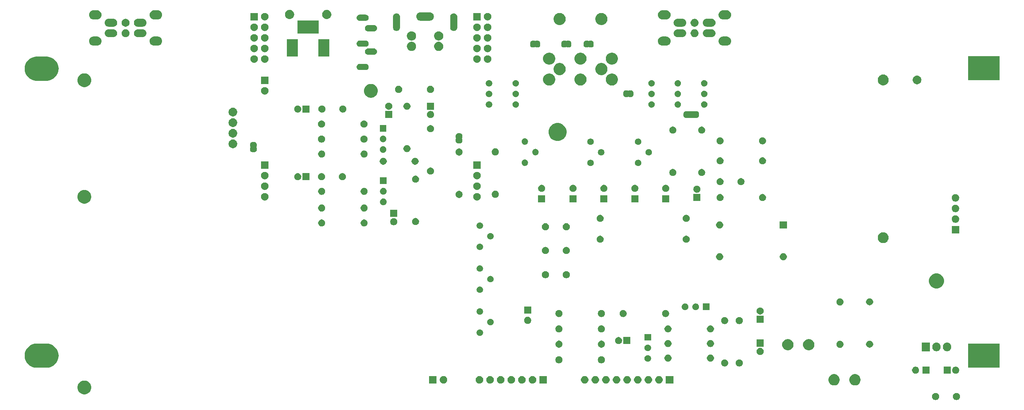
<source format=gbr>
G04 #@! TF.GenerationSoftware,KiCad,Pcbnew,(5.1.5)-3*
G04 #@! TF.CreationDate,2020-08-11T20:18:41+09:00*
G04 #@! TF.ProjectId,CPC-400 Audio&Video Board Mk.II,4350432d-3430-4302-9041-7564696f2656,rev?*
G04 #@! TF.SameCoordinates,Original*
G04 #@! TF.FileFunction,Soldermask,Bot*
G04 #@! TF.FilePolarity,Negative*
%FSLAX46Y46*%
G04 Gerber Fmt 4.6, Leading zero omitted, Abs format (unit mm)*
G04 Created by KiCad (PCBNEW (5.1.5)-3) date 2020-08-11 20:18:41*
%MOMM*%
%LPD*%
G04 APERTURE LIST*
%ADD10C,0.100000*%
G04 APERTURE END LIST*
D10*
G36*
X224248228Y-92781703D02*
G01*
X224403100Y-92845853D01*
X224542481Y-92938985D01*
X224661015Y-93057519D01*
X224754147Y-93196900D01*
X224818297Y-93351772D01*
X224851000Y-93516184D01*
X224851000Y-93683816D01*
X224818297Y-93848228D01*
X224754147Y-94003100D01*
X224661015Y-94142481D01*
X224542481Y-94261015D01*
X224403100Y-94354147D01*
X224248228Y-94418297D01*
X224083816Y-94451000D01*
X223916184Y-94451000D01*
X223751772Y-94418297D01*
X223596900Y-94354147D01*
X223457519Y-94261015D01*
X223338985Y-94142481D01*
X223245853Y-94003100D01*
X223181703Y-93848228D01*
X223149000Y-93683816D01*
X223149000Y-93516184D01*
X223181703Y-93351772D01*
X223245853Y-93196900D01*
X223338985Y-93057519D01*
X223457519Y-92938985D01*
X223596900Y-92845853D01*
X223751772Y-92781703D01*
X223916184Y-92749000D01*
X224083816Y-92749000D01*
X224248228Y-92781703D01*
G37*
G36*
X219248228Y-92781703D02*
G01*
X219403100Y-92845853D01*
X219542481Y-92938985D01*
X219661015Y-93057519D01*
X219754147Y-93196900D01*
X219818297Y-93351772D01*
X219851000Y-93516184D01*
X219851000Y-93683816D01*
X219818297Y-93848228D01*
X219754147Y-94003100D01*
X219661015Y-94142481D01*
X219542481Y-94261015D01*
X219403100Y-94354147D01*
X219248228Y-94418297D01*
X219083816Y-94451000D01*
X218916184Y-94451000D01*
X218751772Y-94418297D01*
X218596900Y-94354147D01*
X218457519Y-94261015D01*
X218338985Y-94142481D01*
X218245853Y-94003100D01*
X218181703Y-93848228D01*
X218149000Y-93683816D01*
X218149000Y-93516184D01*
X218181703Y-93351772D01*
X218245853Y-93196900D01*
X218338985Y-93057519D01*
X218457519Y-92938985D01*
X218596900Y-92845853D01*
X218751772Y-92781703D01*
X218916184Y-92749000D01*
X219083816Y-92749000D01*
X219248228Y-92781703D01*
G37*
G36*
X15615256Y-89831298D02*
G01*
X15721579Y-89852447D01*
X16022042Y-89976903D01*
X16292451Y-90157585D01*
X16522415Y-90387549D01*
X16703097Y-90657958D01*
X16827553Y-90958421D01*
X16891000Y-91277391D01*
X16891000Y-91602609D01*
X16827553Y-91921579D01*
X16703097Y-92222042D01*
X16522415Y-92492451D01*
X16292451Y-92722415D01*
X16022042Y-92903097D01*
X15721579Y-93027553D01*
X15615256Y-93048702D01*
X15402611Y-93091000D01*
X15077389Y-93091000D01*
X14864744Y-93048702D01*
X14758421Y-93027553D01*
X14457958Y-92903097D01*
X14187549Y-92722415D01*
X13957585Y-92492451D01*
X13776903Y-92222042D01*
X13652447Y-91921579D01*
X13589000Y-91602609D01*
X13589000Y-91277391D01*
X13652447Y-90958421D01*
X13776903Y-90657958D01*
X13957585Y-90387549D01*
X14187549Y-90157585D01*
X14457958Y-89976903D01*
X14758421Y-89852447D01*
X14864744Y-89831298D01*
X15077389Y-89789000D01*
X15402611Y-89789000D01*
X15615256Y-89831298D01*
G37*
G36*
X200094072Y-88300918D02*
G01*
X200339939Y-88402759D01*
X200451328Y-88477187D01*
X200561211Y-88550609D01*
X200749391Y-88738789D01*
X200897242Y-88960063D01*
X200999082Y-89205928D01*
X201051000Y-89466937D01*
X201051000Y-89733063D01*
X200999082Y-89994072D01*
X200897242Y-90239937D01*
X200749391Y-90461211D01*
X200561211Y-90649391D01*
X200451328Y-90722813D01*
X200339939Y-90797241D01*
X200339938Y-90797242D01*
X200339937Y-90797242D01*
X200094072Y-90899082D01*
X199833063Y-90951000D01*
X199566937Y-90951000D01*
X199305928Y-90899082D01*
X199060063Y-90797242D01*
X199060062Y-90797242D01*
X199060061Y-90797241D01*
X198948672Y-90722813D01*
X198838789Y-90649391D01*
X198650609Y-90461211D01*
X198502758Y-90239937D01*
X198400918Y-89994072D01*
X198349000Y-89733063D01*
X198349000Y-89466937D01*
X198400918Y-89205928D01*
X198502758Y-88960063D01*
X198650609Y-88738789D01*
X198838789Y-88550609D01*
X198948672Y-88477187D01*
X199060061Y-88402759D01*
X199305928Y-88300918D01*
X199566937Y-88249000D01*
X199833063Y-88249000D01*
X200094072Y-88300918D01*
G37*
G36*
X195094072Y-88300918D02*
G01*
X195339939Y-88402759D01*
X195451328Y-88477187D01*
X195561211Y-88550609D01*
X195749391Y-88738789D01*
X195897242Y-88960063D01*
X195999082Y-89205928D01*
X196051000Y-89466937D01*
X196051000Y-89733063D01*
X195999082Y-89994072D01*
X195897242Y-90239937D01*
X195749391Y-90461211D01*
X195561211Y-90649391D01*
X195451328Y-90722813D01*
X195339939Y-90797241D01*
X195339938Y-90797242D01*
X195339937Y-90797242D01*
X195094072Y-90899082D01*
X194833063Y-90951000D01*
X194566937Y-90951000D01*
X194305928Y-90899082D01*
X194060063Y-90797242D01*
X194060062Y-90797242D01*
X194060061Y-90797241D01*
X193948672Y-90722813D01*
X193838789Y-90649391D01*
X193650609Y-90461211D01*
X193502758Y-90239937D01*
X193400918Y-89994072D01*
X193349000Y-89733063D01*
X193349000Y-89466937D01*
X193400918Y-89205928D01*
X193502758Y-88960063D01*
X193650609Y-88738789D01*
X193838789Y-88550609D01*
X193948672Y-88477187D01*
X194060061Y-88402759D01*
X194305928Y-88300918D01*
X194566937Y-88249000D01*
X194833063Y-88249000D01*
X195094072Y-88300918D01*
G37*
G36*
X125941000Y-90501000D02*
G01*
X124139000Y-90501000D01*
X124139000Y-88699000D01*
X125941000Y-88699000D01*
X125941000Y-90501000D01*
G37*
G36*
X101313512Y-88703927D02*
G01*
X101462812Y-88733624D01*
X101626784Y-88801544D01*
X101774354Y-88900147D01*
X101899853Y-89025646D01*
X101998456Y-89173216D01*
X102066376Y-89337188D01*
X102101000Y-89511259D01*
X102101000Y-89688741D01*
X102066376Y-89862812D01*
X101998456Y-90026784D01*
X101899853Y-90174354D01*
X101774354Y-90299853D01*
X101626784Y-90398456D01*
X101462812Y-90466376D01*
X101313512Y-90496073D01*
X101288742Y-90501000D01*
X101111258Y-90501000D01*
X101086488Y-90496073D01*
X100937188Y-90466376D01*
X100773216Y-90398456D01*
X100625646Y-90299853D01*
X100500147Y-90174354D01*
X100401544Y-90026784D01*
X100333624Y-89862812D01*
X100299000Y-89688741D01*
X100299000Y-89511259D01*
X100333624Y-89337188D01*
X100401544Y-89173216D01*
X100500147Y-89025646D01*
X100625646Y-88900147D01*
X100773216Y-88801544D01*
X100937188Y-88733624D01*
X101086488Y-88703927D01*
X101111258Y-88699000D01*
X101288742Y-88699000D01*
X101313512Y-88703927D01*
G37*
G36*
X109913512Y-88703927D02*
G01*
X110062812Y-88733624D01*
X110226784Y-88801544D01*
X110374354Y-88900147D01*
X110499853Y-89025646D01*
X110598456Y-89173216D01*
X110666376Y-89337188D01*
X110701000Y-89511259D01*
X110701000Y-89688741D01*
X110666376Y-89862812D01*
X110598456Y-90026784D01*
X110499853Y-90174354D01*
X110374354Y-90299853D01*
X110226784Y-90398456D01*
X110062812Y-90466376D01*
X109913512Y-90496073D01*
X109888742Y-90501000D01*
X109711258Y-90501000D01*
X109686488Y-90496073D01*
X109537188Y-90466376D01*
X109373216Y-90398456D01*
X109225646Y-90299853D01*
X109100147Y-90174354D01*
X109001544Y-90026784D01*
X108933624Y-89862812D01*
X108899000Y-89688741D01*
X108899000Y-89511259D01*
X108933624Y-89337188D01*
X109001544Y-89173216D01*
X109100147Y-89025646D01*
X109225646Y-88900147D01*
X109373216Y-88801544D01*
X109537188Y-88733624D01*
X109686488Y-88703927D01*
X109711258Y-88699000D01*
X109888742Y-88699000D01*
X109913512Y-88703927D01*
G37*
G36*
X112453512Y-88703927D02*
G01*
X112602812Y-88733624D01*
X112766784Y-88801544D01*
X112914354Y-88900147D01*
X113039853Y-89025646D01*
X113138456Y-89173216D01*
X113206376Y-89337188D01*
X113241000Y-89511259D01*
X113241000Y-89688741D01*
X113206376Y-89862812D01*
X113138456Y-90026784D01*
X113039853Y-90174354D01*
X112914354Y-90299853D01*
X112766784Y-90398456D01*
X112602812Y-90466376D01*
X112453512Y-90496073D01*
X112428742Y-90501000D01*
X112251258Y-90501000D01*
X112226488Y-90496073D01*
X112077188Y-90466376D01*
X111913216Y-90398456D01*
X111765646Y-90299853D01*
X111640147Y-90174354D01*
X111541544Y-90026784D01*
X111473624Y-89862812D01*
X111439000Y-89688741D01*
X111439000Y-89511259D01*
X111473624Y-89337188D01*
X111541544Y-89173216D01*
X111640147Y-89025646D01*
X111765646Y-88900147D01*
X111913216Y-88801544D01*
X112077188Y-88733624D01*
X112226488Y-88703927D01*
X112251258Y-88699000D01*
X112428742Y-88699000D01*
X112453512Y-88703927D01*
G37*
G36*
X114993512Y-88703927D02*
G01*
X115142812Y-88733624D01*
X115306784Y-88801544D01*
X115454354Y-88900147D01*
X115579853Y-89025646D01*
X115678456Y-89173216D01*
X115746376Y-89337188D01*
X115781000Y-89511259D01*
X115781000Y-89688741D01*
X115746376Y-89862812D01*
X115678456Y-90026784D01*
X115579853Y-90174354D01*
X115454354Y-90299853D01*
X115306784Y-90398456D01*
X115142812Y-90466376D01*
X114993512Y-90496073D01*
X114968742Y-90501000D01*
X114791258Y-90501000D01*
X114766488Y-90496073D01*
X114617188Y-90466376D01*
X114453216Y-90398456D01*
X114305646Y-90299853D01*
X114180147Y-90174354D01*
X114081544Y-90026784D01*
X114013624Y-89862812D01*
X113979000Y-89688741D01*
X113979000Y-89511259D01*
X114013624Y-89337188D01*
X114081544Y-89173216D01*
X114180147Y-89025646D01*
X114305646Y-88900147D01*
X114453216Y-88801544D01*
X114617188Y-88733624D01*
X114766488Y-88703927D01*
X114791258Y-88699000D01*
X114968742Y-88699000D01*
X114993512Y-88703927D01*
G37*
G36*
X117533512Y-88703927D02*
G01*
X117682812Y-88733624D01*
X117846784Y-88801544D01*
X117994354Y-88900147D01*
X118119853Y-89025646D01*
X118218456Y-89173216D01*
X118286376Y-89337188D01*
X118321000Y-89511259D01*
X118321000Y-89688741D01*
X118286376Y-89862812D01*
X118218456Y-90026784D01*
X118119853Y-90174354D01*
X117994354Y-90299853D01*
X117846784Y-90398456D01*
X117682812Y-90466376D01*
X117533512Y-90496073D01*
X117508742Y-90501000D01*
X117331258Y-90501000D01*
X117306488Y-90496073D01*
X117157188Y-90466376D01*
X116993216Y-90398456D01*
X116845646Y-90299853D01*
X116720147Y-90174354D01*
X116621544Y-90026784D01*
X116553624Y-89862812D01*
X116519000Y-89688741D01*
X116519000Y-89511259D01*
X116553624Y-89337188D01*
X116621544Y-89173216D01*
X116720147Y-89025646D01*
X116845646Y-88900147D01*
X116993216Y-88801544D01*
X117157188Y-88733624D01*
X117306488Y-88703927D01*
X117331258Y-88699000D01*
X117508742Y-88699000D01*
X117533512Y-88703927D01*
G37*
G36*
X120073512Y-88703927D02*
G01*
X120222812Y-88733624D01*
X120386784Y-88801544D01*
X120534354Y-88900147D01*
X120659853Y-89025646D01*
X120758456Y-89173216D01*
X120826376Y-89337188D01*
X120861000Y-89511259D01*
X120861000Y-89688741D01*
X120826376Y-89862812D01*
X120758456Y-90026784D01*
X120659853Y-90174354D01*
X120534354Y-90299853D01*
X120386784Y-90398456D01*
X120222812Y-90466376D01*
X120073512Y-90496073D01*
X120048742Y-90501000D01*
X119871258Y-90501000D01*
X119846488Y-90496073D01*
X119697188Y-90466376D01*
X119533216Y-90398456D01*
X119385646Y-90299853D01*
X119260147Y-90174354D01*
X119161544Y-90026784D01*
X119093624Y-89862812D01*
X119059000Y-89688741D01*
X119059000Y-89511259D01*
X119093624Y-89337188D01*
X119161544Y-89173216D01*
X119260147Y-89025646D01*
X119385646Y-88900147D01*
X119533216Y-88801544D01*
X119697188Y-88733624D01*
X119846488Y-88703927D01*
X119871258Y-88699000D01*
X120048742Y-88699000D01*
X120073512Y-88703927D01*
G37*
G36*
X122613512Y-88703927D02*
G01*
X122762812Y-88733624D01*
X122926784Y-88801544D01*
X123074354Y-88900147D01*
X123199853Y-89025646D01*
X123298456Y-89173216D01*
X123366376Y-89337188D01*
X123401000Y-89511259D01*
X123401000Y-89688741D01*
X123366376Y-89862812D01*
X123298456Y-90026784D01*
X123199853Y-90174354D01*
X123074354Y-90299853D01*
X122926784Y-90398456D01*
X122762812Y-90466376D01*
X122613512Y-90496073D01*
X122588742Y-90501000D01*
X122411258Y-90501000D01*
X122386488Y-90496073D01*
X122237188Y-90466376D01*
X122073216Y-90398456D01*
X121925646Y-90299853D01*
X121800147Y-90174354D01*
X121701544Y-90026784D01*
X121633624Y-89862812D01*
X121599000Y-89688741D01*
X121599000Y-89511259D01*
X121633624Y-89337188D01*
X121701544Y-89173216D01*
X121800147Y-89025646D01*
X121925646Y-88900147D01*
X122073216Y-88801544D01*
X122237188Y-88733624D01*
X122386488Y-88703927D01*
X122411258Y-88699000D01*
X122588742Y-88699000D01*
X122613512Y-88703927D01*
G37*
G36*
X99561000Y-90501000D02*
G01*
X97759000Y-90501000D01*
X97759000Y-88699000D01*
X99561000Y-88699000D01*
X99561000Y-90501000D01*
G37*
G36*
X137653512Y-88703927D02*
G01*
X137802812Y-88733624D01*
X137966784Y-88801544D01*
X138114354Y-88900147D01*
X138239853Y-89025646D01*
X138338456Y-89173216D01*
X138406376Y-89337188D01*
X138441000Y-89511259D01*
X138441000Y-89688741D01*
X138406376Y-89862812D01*
X138338456Y-90026784D01*
X138239853Y-90174354D01*
X138114354Y-90299853D01*
X137966784Y-90398456D01*
X137802812Y-90466376D01*
X137653512Y-90496073D01*
X137628742Y-90501000D01*
X137451258Y-90501000D01*
X137426488Y-90496073D01*
X137277188Y-90466376D01*
X137113216Y-90398456D01*
X136965646Y-90299853D01*
X136840147Y-90174354D01*
X136741544Y-90026784D01*
X136673624Y-89862812D01*
X136639000Y-89688741D01*
X136639000Y-89511259D01*
X136673624Y-89337188D01*
X136741544Y-89173216D01*
X136840147Y-89025646D01*
X136965646Y-88900147D01*
X137113216Y-88801544D01*
X137277188Y-88733624D01*
X137426488Y-88703927D01*
X137451258Y-88699000D01*
X137628742Y-88699000D01*
X137653512Y-88703927D01*
G37*
G36*
X140193512Y-88703927D02*
G01*
X140342812Y-88733624D01*
X140506784Y-88801544D01*
X140654354Y-88900147D01*
X140779853Y-89025646D01*
X140878456Y-89173216D01*
X140946376Y-89337188D01*
X140981000Y-89511259D01*
X140981000Y-89688741D01*
X140946376Y-89862812D01*
X140878456Y-90026784D01*
X140779853Y-90174354D01*
X140654354Y-90299853D01*
X140506784Y-90398456D01*
X140342812Y-90466376D01*
X140193512Y-90496073D01*
X140168742Y-90501000D01*
X139991258Y-90501000D01*
X139966488Y-90496073D01*
X139817188Y-90466376D01*
X139653216Y-90398456D01*
X139505646Y-90299853D01*
X139380147Y-90174354D01*
X139281544Y-90026784D01*
X139213624Y-89862812D01*
X139179000Y-89688741D01*
X139179000Y-89511259D01*
X139213624Y-89337188D01*
X139281544Y-89173216D01*
X139380147Y-89025646D01*
X139505646Y-88900147D01*
X139653216Y-88801544D01*
X139817188Y-88733624D01*
X139966488Y-88703927D01*
X139991258Y-88699000D01*
X140168742Y-88699000D01*
X140193512Y-88703927D01*
G37*
G36*
X142733512Y-88703927D02*
G01*
X142882812Y-88733624D01*
X143046784Y-88801544D01*
X143194354Y-88900147D01*
X143319853Y-89025646D01*
X143418456Y-89173216D01*
X143486376Y-89337188D01*
X143521000Y-89511259D01*
X143521000Y-89688741D01*
X143486376Y-89862812D01*
X143418456Y-90026784D01*
X143319853Y-90174354D01*
X143194354Y-90299853D01*
X143046784Y-90398456D01*
X142882812Y-90466376D01*
X142733512Y-90496073D01*
X142708742Y-90501000D01*
X142531258Y-90501000D01*
X142506488Y-90496073D01*
X142357188Y-90466376D01*
X142193216Y-90398456D01*
X142045646Y-90299853D01*
X141920147Y-90174354D01*
X141821544Y-90026784D01*
X141753624Y-89862812D01*
X141719000Y-89688741D01*
X141719000Y-89511259D01*
X141753624Y-89337188D01*
X141821544Y-89173216D01*
X141920147Y-89025646D01*
X142045646Y-88900147D01*
X142193216Y-88801544D01*
X142357188Y-88733624D01*
X142506488Y-88703927D01*
X142531258Y-88699000D01*
X142708742Y-88699000D01*
X142733512Y-88703927D01*
G37*
G36*
X145273512Y-88703927D02*
G01*
X145422812Y-88733624D01*
X145586784Y-88801544D01*
X145734354Y-88900147D01*
X145859853Y-89025646D01*
X145958456Y-89173216D01*
X146026376Y-89337188D01*
X146061000Y-89511259D01*
X146061000Y-89688741D01*
X146026376Y-89862812D01*
X145958456Y-90026784D01*
X145859853Y-90174354D01*
X145734354Y-90299853D01*
X145586784Y-90398456D01*
X145422812Y-90466376D01*
X145273512Y-90496073D01*
X145248742Y-90501000D01*
X145071258Y-90501000D01*
X145046488Y-90496073D01*
X144897188Y-90466376D01*
X144733216Y-90398456D01*
X144585646Y-90299853D01*
X144460147Y-90174354D01*
X144361544Y-90026784D01*
X144293624Y-89862812D01*
X144259000Y-89688741D01*
X144259000Y-89511259D01*
X144293624Y-89337188D01*
X144361544Y-89173216D01*
X144460147Y-89025646D01*
X144585646Y-88900147D01*
X144733216Y-88801544D01*
X144897188Y-88733624D01*
X145046488Y-88703927D01*
X145071258Y-88699000D01*
X145248742Y-88699000D01*
X145273512Y-88703927D01*
G37*
G36*
X147813512Y-88703927D02*
G01*
X147962812Y-88733624D01*
X148126784Y-88801544D01*
X148274354Y-88900147D01*
X148399853Y-89025646D01*
X148498456Y-89173216D01*
X148566376Y-89337188D01*
X148601000Y-89511259D01*
X148601000Y-89688741D01*
X148566376Y-89862812D01*
X148498456Y-90026784D01*
X148399853Y-90174354D01*
X148274354Y-90299853D01*
X148126784Y-90398456D01*
X147962812Y-90466376D01*
X147813512Y-90496073D01*
X147788742Y-90501000D01*
X147611258Y-90501000D01*
X147586488Y-90496073D01*
X147437188Y-90466376D01*
X147273216Y-90398456D01*
X147125646Y-90299853D01*
X147000147Y-90174354D01*
X146901544Y-90026784D01*
X146833624Y-89862812D01*
X146799000Y-89688741D01*
X146799000Y-89511259D01*
X146833624Y-89337188D01*
X146901544Y-89173216D01*
X147000147Y-89025646D01*
X147125646Y-88900147D01*
X147273216Y-88801544D01*
X147437188Y-88733624D01*
X147586488Y-88703927D01*
X147611258Y-88699000D01*
X147788742Y-88699000D01*
X147813512Y-88703927D01*
G37*
G36*
X150353512Y-88703927D02*
G01*
X150502812Y-88733624D01*
X150666784Y-88801544D01*
X150814354Y-88900147D01*
X150939853Y-89025646D01*
X151038456Y-89173216D01*
X151106376Y-89337188D01*
X151141000Y-89511259D01*
X151141000Y-89688741D01*
X151106376Y-89862812D01*
X151038456Y-90026784D01*
X150939853Y-90174354D01*
X150814354Y-90299853D01*
X150666784Y-90398456D01*
X150502812Y-90466376D01*
X150353512Y-90496073D01*
X150328742Y-90501000D01*
X150151258Y-90501000D01*
X150126488Y-90496073D01*
X149977188Y-90466376D01*
X149813216Y-90398456D01*
X149665646Y-90299853D01*
X149540147Y-90174354D01*
X149441544Y-90026784D01*
X149373624Y-89862812D01*
X149339000Y-89688741D01*
X149339000Y-89511259D01*
X149373624Y-89337188D01*
X149441544Y-89173216D01*
X149540147Y-89025646D01*
X149665646Y-88900147D01*
X149813216Y-88801544D01*
X149977188Y-88733624D01*
X150126488Y-88703927D01*
X150151258Y-88699000D01*
X150328742Y-88699000D01*
X150353512Y-88703927D01*
G37*
G36*
X152893512Y-88703927D02*
G01*
X153042812Y-88733624D01*
X153206784Y-88801544D01*
X153354354Y-88900147D01*
X153479853Y-89025646D01*
X153578456Y-89173216D01*
X153646376Y-89337188D01*
X153681000Y-89511259D01*
X153681000Y-89688741D01*
X153646376Y-89862812D01*
X153578456Y-90026784D01*
X153479853Y-90174354D01*
X153354354Y-90299853D01*
X153206784Y-90398456D01*
X153042812Y-90466376D01*
X152893512Y-90496073D01*
X152868742Y-90501000D01*
X152691258Y-90501000D01*
X152666488Y-90496073D01*
X152517188Y-90466376D01*
X152353216Y-90398456D01*
X152205646Y-90299853D01*
X152080147Y-90174354D01*
X151981544Y-90026784D01*
X151913624Y-89862812D01*
X151879000Y-89688741D01*
X151879000Y-89511259D01*
X151913624Y-89337188D01*
X151981544Y-89173216D01*
X152080147Y-89025646D01*
X152205646Y-88900147D01*
X152353216Y-88801544D01*
X152517188Y-88733624D01*
X152666488Y-88703927D01*
X152691258Y-88699000D01*
X152868742Y-88699000D01*
X152893512Y-88703927D01*
G37*
G36*
X156221000Y-90501000D02*
G01*
X154419000Y-90501000D01*
X154419000Y-88699000D01*
X156221000Y-88699000D01*
X156221000Y-90501000D01*
G37*
G36*
X135113512Y-88703927D02*
G01*
X135262812Y-88733624D01*
X135426784Y-88801544D01*
X135574354Y-88900147D01*
X135699853Y-89025646D01*
X135798456Y-89173216D01*
X135866376Y-89337188D01*
X135901000Y-89511259D01*
X135901000Y-89688741D01*
X135866376Y-89862812D01*
X135798456Y-90026784D01*
X135699853Y-90174354D01*
X135574354Y-90299853D01*
X135426784Y-90398456D01*
X135262812Y-90466376D01*
X135113512Y-90496073D01*
X135088742Y-90501000D01*
X134911258Y-90501000D01*
X134886488Y-90496073D01*
X134737188Y-90466376D01*
X134573216Y-90398456D01*
X134425646Y-90299853D01*
X134300147Y-90174354D01*
X134201544Y-90026784D01*
X134133624Y-89862812D01*
X134099000Y-89688741D01*
X134099000Y-89511259D01*
X134133624Y-89337188D01*
X134201544Y-89173216D01*
X134300147Y-89025646D01*
X134425646Y-88900147D01*
X134573216Y-88801544D01*
X134737188Y-88733624D01*
X134886488Y-88703927D01*
X134911258Y-88699000D01*
X135088742Y-88699000D01*
X135113512Y-88703927D01*
G37*
G36*
X214448228Y-86481703D02*
G01*
X214603100Y-86545853D01*
X214742481Y-86638985D01*
X214861015Y-86757519D01*
X214954147Y-86896900D01*
X215018297Y-87051772D01*
X215051000Y-87216184D01*
X215051000Y-87383816D01*
X215018297Y-87548228D01*
X214954147Y-87703100D01*
X214861015Y-87842481D01*
X214742481Y-87961015D01*
X214603100Y-88054147D01*
X214448228Y-88118297D01*
X214283816Y-88151000D01*
X214116184Y-88151000D01*
X213951772Y-88118297D01*
X213796900Y-88054147D01*
X213657519Y-87961015D01*
X213538985Y-87842481D01*
X213445853Y-87703100D01*
X213381703Y-87548228D01*
X213349000Y-87383816D01*
X213349000Y-87216184D01*
X213381703Y-87051772D01*
X213445853Y-86896900D01*
X213538985Y-86757519D01*
X213657519Y-86638985D01*
X213796900Y-86545853D01*
X213951772Y-86481703D01*
X214116184Y-86449000D01*
X214283816Y-86449000D01*
X214448228Y-86481703D01*
G37*
G36*
X222651000Y-88151000D02*
G01*
X220949000Y-88151000D01*
X220949000Y-86449000D01*
X222651000Y-86449000D01*
X222651000Y-88151000D01*
G37*
G36*
X224048228Y-86481703D02*
G01*
X224203100Y-86545853D01*
X224342481Y-86638985D01*
X224461015Y-86757519D01*
X224554147Y-86896900D01*
X224618297Y-87051772D01*
X224651000Y-87216184D01*
X224651000Y-87383816D01*
X224618297Y-87548228D01*
X224554147Y-87703100D01*
X224461015Y-87842481D01*
X224342481Y-87961015D01*
X224203100Y-88054147D01*
X224048228Y-88118297D01*
X223883816Y-88151000D01*
X223716184Y-88151000D01*
X223551772Y-88118297D01*
X223396900Y-88054147D01*
X223257519Y-87961015D01*
X223138985Y-87842481D01*
X223045853Y-87703100D01*
X222981703Y-87548228D01*
X222949000Y-87383816D01*
X222949000Y-87216184D01*
X222981703Y-87051772D01*
X223045853Y-86896900D01*
X223138985Y-86757519D01*
X223257519Y-86638985D01*
X223396900Y-86545853D01*
X223551772Y-86481703D01*
X223716184Y-86449000D01*
X223883816Y-86449000D01*
X224048228Y-86481703D01*
G37*
G36*
X217551000Y-88151000D02*
G01*
X215849000Y-88151000D01*
X215849000Y-86449000D01*
X217551000Y-86449000D01*
X217551000Y-88151000D01*
G37*
G36*
X6718693Y-80940975D02*
G01*
X7265539Y-81106859D01*
X7769507Y-81376235D01*
X8211242Y-81738758D01*
X8573765Y-82180493D01*
X8843141Y-82684461D01*
X9009025Y-83231307D01*
X9065036Y-83800000D01*
X9009025Y-84368693D01*
X8843141Y-84915539D01*
X8573765Y-85419507D01*
X8211242Y-85861242D01*
X7769507Y-86223765D01*
X7265539Y-86493141D01*
X6718693Y-86659025D01*
X6292513Y-86701000D01*
X3707487Y-86701000D01*
X3281307Y-86659025D01*
X2734461Y-86493141D01*
X2230493Y-86223765D01*
X1788758Y-85861242D01*
X1426235Y-85419507D01*
X1156859Y-84915539D01*
X990975Y-84368693D01*
X934964Y-83800000D01*
X990975Y-83231307D01*
X1156859Y-82684461D01*
X1426235Y-82180493D01*
X1788758Y-81738758D01*
X2230493Y-81376235D01*
X2734461Y-81106859D01*
X3281307Y-80940975D01*
X3707487Y-80899000D01*
X6292513Y-80899000D01*
X6718693Y-80940975D01*
G37*
G36*
X234301000Y-86701000D02*
G01*
X226799000Y-86701000D01*
X226799000Y-80899000D01*
X234301000Y-80899000D01*
X234301000Y-86701000D01*
G37*
G36*
X168748228Y-84741703D02*
G01*
X168903100Y-84805853D01*
X169042481Y-84898985D01*
X169161015Y-85017519D01*
X169254147Y-85156900D01*
X169318297Y-85311772D01*
X169351000Y-85476184D01*
X169351000Y-85643816D01*
X169318297Y-85808228D01*
X169254147Y-85963100D01*
X169161015Y-86102481D01*
X169042481Y-86221015D01*
X168903100Y-86314147D01*
X168748228Y-86378297D01*
X168583816Y-86411000D01*
X168416184Y-86411000D01*
X168251772Y-86378297D01*
X168096900Y-86314147D01*
X167957519Y-86221015D01*
X167838985Y-86102481D01*
X167745853Y-85963100D01*
X167681703Y-85808228D01*
X167649000Y-85643816D01*
X167649000Y-85476184D01*
X167681703Y-85311772D01*
X167745853Y-85156900D01*
X167838985Y-85017519D01*
X167957519Y-84898985D01*
X168096900Y-84805853D01*
X168251772Y-84741703D01*
X168416184Y-84709000D01*
X168583816Y-84709000D01*
X168748228Y-84741703D01*
G37*
G36*
X172248228Y-84741703D02*
G01*
X172403100Y-84805853D01*
X172542481Y-84898985D01*
X172661015Y-85017519D01*
X172754147Y-85156900D01*
X172818297Y-85311772D01*
X172851000Y-85476184D01*
X172851000Y-85643816D01*
X172818297Y-85808228D01*
X172754147Y-85963100D01*
X172661015Y-86102481D01*
X172542481Y-86221015D01*
X172403100Y-86314147D01*
X172248228Y-86378297D01*
X172083816Y-86411000D01*
X171916184Y-86411000D01*
X171751772Y-86378297D01*
X171596900Y-86314147D01*
X171457519Y-86221015D01*
X171338985Y-86102481D01*
X171245853Y-85963100D01*
X171181703Y-85808228D01*
X171149000Y-85643816D01*
X171149000Y-85476184D01*
X171181703Y-85311772D01*
X171245853Y-85156900D01*
X171338985Y-85017519D01*
X171457519Y-84898985D01*
X171596900Y-84805853D01*
X171751772Y-84741703D01*
X171916184Y-84709000D01*
X172083816Y-84709000D01*
X172248228Y-84741703D01*
G37*
G36*
X129088228Y-83981703D02*
G01*
X129243100Y-84045853D01*
X129382481Y-84138985D01*
X129501015Y-84257519D01*
X129594147Y-84396900D01*
X129658297Y-84551772D01*
X129691000Y-84716184D01*
X129691000Y-84883816D01*
X129658297Y-85048228D01*
X129594147Y-85203100D01*
X129501015Y-85342481D01*
X129382481Y-85461015D01*
X129243100Y-85554147D01*
X129088228Y-85618297D01*
X128923816Y-85651000D01*
X128756184Y-85651000D01*
X128591772Y-85618297D01*
X128436900Y-85554147D01*
X128297519Y-85461015D01*
X128178985Y-85342481D01*
X128085853Y-85203100D01*
X128021703Y-85048228D01*
X127989000Y-84883816D01*
X127989000Y-84716184D01*
X128021703Y-84551772D01*
X128085853Y-84396900D01*
X128178985Y-84257519D01*
X128297519Y-84138985D01*
X128436900Y-84045853D01*
X128591772Y-83981703D01*
X128756184Y-83949000D01*
X128923816Y-83949000D01*
X129088228Y-83981703D01*
G37*
G36*
X139248228Y-83981703D02*
G01*
X139403100Y-84045853D01*
X139542481Y-84138985D01*
X139661015Y-84257519D01*
X139754147Y-84396900D01*
X139818297Y-84551772D01*
X139851000Y-84716184D01*
X139851000Y-84883816D01*
X139818297Y-85048228D01*
X139754147Y-85203100D01*
X139661015Y-85342481D01*
X139542481Y-85461015D01*
X139403100Y-85554147D01*
X139248228Y-85618297D01*
X139083816Y-85651000D01*
X138916184Y-85651000D01*
X138751772Y-85618297D01*
X138596900Y-85554147D01*
X138457519Y-85461015D01*
X138338985Y-85342481D01*
X138245853Y-85203100D01*
X138181703Y-85048228D01*
X138149000Y-84883816D01*
X138149000Y-84716184D01*
X138181703Y-84551772D01*
X138245853Y-84396900D01*
X138338985Y-84257519D01*
X138457519Y-84138985D01*
X138596900Y-84045853D01*
X138751772Y-83981703D01*
X138916184Y-83949000D01*
X139083816Y-83949000D01*
X139248228Y-83981703D01*
G37*
G36*
X150333642Y-83709781D02*
G01*
X150479414Y-83770162D01*
X150479416Y-83770163D01*
X150610608Y-83857822D01*
X150722178Y-83969392D01*
X150773267Y-84045853D01*
X150809838Y-84100586D01*
X150870219Y-84246358D01*
X150901000Y-84401107D01*
X150901000Y-84558893D01*
X150870219Y-84713642D01*
X150809838Y-84859414D01*
X150809837Y-84859416D01*
X150722178Y-84990608D01*
X150610608Y-85102178D01*
X150479416Y-85189837D01*
X150479415Y-85189838D01*
X150479414Y-85189838D01*
X150333642Y-85250219D01*
X150178893Y-85281000D01*
X150021107Y-85281000D01*
X149866358Y-85250219D01*
X149720586Y-85189838D01*
X149720585Y-85189838D01*
X149720584Y-85189837D01*
X149589392Y-85102178D01*
X149477822Y-84990608D01*
X149390163Y-84859416D01*
X149390162Y-84859414D01*
X149329781Y-84713642D01*
X149299000Y-84558893D01*
X149299000Y-84401107D01*
X149329781Y-84246358D01*
X149390162Y-84100586D01*
X149426733Y-84045853D01*
X149477822Y-83969392D01*
X149589392Y-83857822D01*
X149720584Y-83770163D01*
X149720586Y-83770162D01*
X149866358Y-83709781D01*
X150021107Y-83679000D01*
X150178893Y-83679000D01*
X150333642Y-83709781D01*
G37*
G36*
X155188228Y-83581703D02*
G01*
X155343100Y-83645853D01*
X155482481Y-83738985D01*
X155601015Y-83857519D01*
X155694147Y-83996900D01*
X155758297Y-84151772D01*
X155791000Y-84316184D01*
X155791000Y-84483816D01*
X155758297Y-84648228D01*
X155694147Y-84803100D01*
X155601015Y-84942481D01*
X155482481Y-85061015D01*
X155343100Y-85154147D01*
X155188228Y-85218297D01*
X155023816Y-85251000D01*
X154856184Y-85251000D01*
X154691772Y-85218297D01*
X154536900Y-85154147D01*
X154397519Y-85061015D01*
X154278985Y-84942481D01*
X154185853Y-84803100D01*
X154121703Y-84648228D01*
X154089000Y-84483816D01*
X154089000Y-84316184D01*
X154121703Y-84151772D01*
X154185853Y-83996900D01*
X154278985Y-83857519D01*
X154397519Y-83738985D01*
X154536900Y-83645853D01*
X154691772Y-83581703D01*
X154856184Y-83549000D01*
X155023816Y-83549000D01*
X155188228Y-83581703D01*
G37*
G36*
X165348228Y-83581703D02*
G01*
X165503100Y-83645853D01*
X165642481Y-83738985D01*
X165761015Y-83857519D01*
X165854147Y-83996900D01*
X165918297Y-84151772D01*
X165951000Y-84316184D01*
X165951000Y-84483816D01*
X165918297Y-84648228D01*
X165854147Y-84803100D01*
X165761015Y-84942481D01*
X165642481Y-85061015D01*
X165503100Y-85154147D01*
X165348228Y-85218297D01*
X165183816Y-85251000D01*
X165016184Y-85251000D01*
X164851772Y-85218297D01*
X164696900Y-85154147D01*
X164557519Y-85061015D01*
X164438985Y-84942481D01*
X164345853Y-84803100D01*
X164281703Y-84648228D01*
X164249000Y-84483816D01*
X164249000Y-84316184D01*
X164281703Y-84151772D01*
X164345853Y-83996900D01*
X164438985Y-83857519D01*
X164557519Y-83738985D01*
X164696900Y-83645853D01*
X164851772Y-83581703D01*
X165016184Y-83549000D01*
X165183816Y-83549000D01*
X165348228Y-83581703D01*
G37*
G36*
X177248228Y-81981703D02*
G01*
X177403100Y-82045853D01*
X177542481Y-82138985D01*
X177661015Y-82257519D01*
X177754147Y-82396900D01*
X177818297Y-82551772D01*
X177851000Y-82716184D01*
X177851000Y-82883816D01*
X177818297Y-83048228D01*
X177754147Y-83203100D01*
X177661015Y-83342481D01*
X177542481Y-83461015D01*
X177403100Y-83554147D01*
X177248228Y-83618297D01*
X177083816Y-83651000D01*
X176916184Y-83651000D01*
X176751772Y-83618297D01*
X176596900Y-83554147D01*
X176457519Y-83461015D01*
X176338985Y-83342481D01*
X176245853Y-83203100D01*
X176181703Y-83048228D01*
X176149000Y-82883816D01*
X176149000Y-82716184D01*
X176181703Y-82551772D01*
X176245853Y-82396900D01*
X176338985Y-82257519D01*
X176457519Y-82138985D01*
X176596900Y-82045853D01*
X176751772Y-81981703D01*
X176916184Y-81949000D01*
X177083816Y-81949000D01*
X177248228Y-81981703D01*
G37*
G36*
X221936719Y-80663520D02*
G01*
X222125880Y-80720901D01*
X222125883Y-80720902D01*
X222166252Y-80742480D01*
X222300212Y-80814083D01*
X222453015Y-80939485D01*
X222578417Y-81092288D01*
X222671599Y-81266619D01*
X222728980Y-81455780D01*
X222738660Y-81554064D01*
X222743429Y-81602480D01*
X222743500Y-81603206D01*
X222743500Y-81796793D01*
X222728980Y-81944219D01*
X222701074Y-82036212D01*
X222671598Y-82133383D01*
X222650079Y-82173642D01*
X222578417Y-82307712D01*
X222453015Y-82460515D01*
X222300212Y-82585917D01*
X222125881Y-82679099D01*
X221936720Y-82736480D01*
X221740000Y-82755855D01*
X221543281Y-82736480D01*
X221354120Y-82679099D01*
X221179788Y-82585917D01*
X221026985Y-82460515D01*
X220901583Y-82307712D01*
X220808401Y-82133381D01*
X220751020Y-81944220D01*
X220736500Y-81796794D01*
X220736500Y-81603207D01*
X220736572Y-81602481D01*
X220750299Y-81463100D01*
X220751020Y-81455781D01*
X220808401Y-81266620D01*
X220808402Y-81266617D01*
X220874041Y-81143816D01*
X220901583Y-81092288D01*
X221026985Y-80939485D01*
X221179788Y-80814083D01*
X221354119Y-80720901D01*
X221543280Y-80663520D01*
X221740000Y-80644145D01*
X221936719Y-80663520D01*
G37*
G36*
X219396719Y-80663520D02*
G01*
X219585880Y-80720901D01*
X219585883Y-80720902D01*
X219626252Y-80742480D01*
X219760212Y-80814083D01*
X219913015Y-80939485D01*
X220038417Y-81092288D01*
X220131599Y-81266619D01*
X220188980Y-81455780D01*
X220198660Y-81554064D01*
X220203429Y-81602480D01*
X220203500Y-81603206D01*
X220203500Y-81796793D01*
X220188980Y-81944219D01*
X220161074Y-82036212D01*
X220131598Y-82133383D01*
X220110079Y-82173642D01*
X220038417Y-82307712D01*
X219913015Y-82460515D01*
X219760212Y-82585917D01*
X219585881Y-82679099D01*
X219396720Y-82736480D01*
X219200000Y-82755855D01*
X219003281Y-82736480D01*
X218814120Y-82679099D01*
X218639788Y-82585917D01*
X218486985Y-82460515D01*
X218361583Y-82307712D01*
X218268401Y-82133381D01*
X218211020Y-81944220D01*
X218196500Y-81796794D01*
X218196500Y-81603207D01*
X218196572Y-81602481D01*
X218210299Y-81463100D01*
X218211020Y-81455781D01*
X218268401Y-81266620D01*
X218268402Y-81266617D01*
X218334041Y-81143816D01*
X218361583Y-81092288D01*
X218486985Y-80939485D01*
X218639788Y-80814083D01*
X218814119Y-80720901D01*
X219003280Y-80663520D01*
X219200000Y-80644145D01*
X219396719Y-80663520D01*
G37*
G36*
X217663500Y-82751000D02*
G01*
X215656500Y-82751000D01*
X215656500Y-80649000D01*
X217663500Y-80649000D01*
X217663500Y-82751000D01*
G37*
G36*
X150333642Y-81169781D02*
G01*
X150479414Y-81230162D01*
X150479416Y-81230163D01*
X150610608Y-81317822D01*
X150722178Y-81429392D01*
X150809837Y-81560584D01*
X150809838Y-81560586D01*
X150870219Y-81706358D01*
X150901000Y-81861107D01*
X150901000Y-82018893D01*
X150870219Y-82173642D01*
X150814685Y-82307712D01*
X150809837Y-82319416D01*
X150722178Y-82450608D01*
X150610608Y-82562178D01*
X150479416Y-82649837D01*
X150479415Y-82649838D01*
X150479414Y-82649838D01*
X150333642Y-82710219D01*
X150178893Y-82741000D01*
X150021107Y-82741000D01*
X149866358Y-82710219D01*
X149720586Y-82649838D01*
X149720585Y-82649838D01*
X149720584Y-82649837D01*
X149589392Y-82562178D01*
X149477822Y-82450608D01*
X149390163Y-82319416D01*
X149385315Y-82307712D01*
X149329781Y-82173642D01*
X149299000Y-82018893D01*
X149299000Y-81861107D01*
X149329781Y-81706358D01*
X149390162Y-81560586D01*
X149390163Y-81560584D01*
X149477822Y-81429392D01*
X149589392Y-81317822D01*
X149720584Y-81230163D01*
X149720586Y-81230162D01*
X149866358Y-81169781D01*
X150021107Y-81139000D01*
X150178893Y-81139000D01*
X150333642Y-81169781D01*
G37*
G36*
X189019072Y-79875918D02*
G01*
X189195509Y-79949000D01*
X189264939Y-79977759D01*
X189371558Y-80049000D01*
X189486211Y-80125609D01*
X189674391Y-80313789D01*
X189731317Y-80398985D01*
X189810520Y-80517519D01*
X189822242Y-80535063D01*
X189924082Y-80780928D01*
X189976000Y-81041937D01*
X189976000Y-81308063D01*
X189924082Y-81569072D01*
X189829757Y-81796795D01*
X189822241Y-81814939D01*
X189779906Y-81878297D01*
X189674391Y-82036211D01*
X189486211Y-82224391D01*
X189436630Y-82257520D01*
X189264939Y-82372241D01*
X189264938Y-82372242D01*
X189264937Y-82372242D01*
X189019072Y-82474082D01*
X188758063Y-82526000D01*
X188491937Y-82526000D01*
X188230928Y-82474082D01*
X187985063Y-82372242D01*
X187985062Y-82372242D01*
X187985061Y-82372241D01*
X187813370Y-82257520D01*
X187763789Y-82224391D01*
X187575609Y-82036211D01*
X187470094Y-81878297D01*
X187427759Y-81814939D01*
X187420244Y-81796795D01*
X187325918Y-81569072D01*
X187274000Y-81308063D01*
X187274000Y-81041937D01*
X187325918Y-80780928D01*
X187427758Y-80535063D01*
X187439481Y-80517519D01*
X187518683Y-80398985D01*
X187575609Y-80313789D01*
X187763789Y-80125609D01*
X187878442Y-80049000D01*
X187985061Y-79977759D01*
X188054492Y-79949000D01*
X188230928Y-79875918D01*
X188491937Y-79824000D01*
X188758063Y-79824000D01*
X189019072Y-79875918D01*
G37*
G36*
X184019072Y-79875918D02*
G01*
X184195509Y-79949000D01*
X184264939Y-79977759D01*
X184371558Y-80049000D01*
X184486211Y-80125609D01*
X184674391Y-80313789D01*
X184731317Y-80398985D01*
X184810520Y-80517519D01*
X184822242Y-80535063D01*
X184924082Y-80780928D01*
X184976000Y-81041937D01*
X184976000Y-81308063D01*
X184924082Y-81569072D01*
X184829757Y-81796795D01*
X184822241Y-81814939D01*
X184779906Y-81878297D01*
X184674391Y-82036211D01*
X184486211Y-82224391D01*
X184436630Y-82257520D01*
X184264939Y-82372241D01*
X184264938Y-82372242D01*
X184264937Y-82372242D01*
X184019072Y-82474082D01*
X183758063Y-82526000D01*
X183491937Y-82526000D01*
X183230928Y-82474082D01*
X182985063Y-82372242D01*
X182985062Y-82372242D01*
X182985061Y-82372241D01*
X182813370Y-82257520D01*
X182763789Y-82224391D01*
X182575609Y-82036211D01*
X182470094Y-81878297D01*
X182427759Y-81814939D01*
X182420244Y-81796795D01*
X182325918Y-81569072D01*
X182274000Y-81308063D01*
X182274000Y-81041937D01*
X182325918Y-80780928D01*
X182427758Y-80535063D01*
X182439481Y-80517519D01*
X182518683Y-80398985D01*
X182575609Y-80313789D01*
X182763789Y-80125609D01*
X182878442Y-80049000D01*
X182985061Y-79977759D01*
X183054492Y-79949000D01*
X183230928Y-79875918D01*
X183491937Y-79824000D01*
X183758063Y-79824000D01*
X184019072Y-79875918D01*
G37*
G36*
X196348228Y-80281703D02*
G01*
X196503100Y-80345853D01*
X196642481Y-80438985D01*
X196761015Y-80557519D01*
X196854147Y-80696900D01*
X196918297Y-80851772D01*
X196951000Y-81016184D01*
X196951000Y-81183816D01*
X196918297Y-81348228D01*
X196854147Y-81503100D01*
X196761015Y-81642481D01*
X196642481Y-81761015D01*
X196503100Y-81854147D01*
X196348228Y-81918297D01*
X196183816Y-81951000D01*
X196016184Y-81951000D01*
X195851772Y-81918297D01*
X195696900Y-81854147D01*
X195557519Y-81761015D01*
X195438985Y-81642481D01*
X195345853Y-81503100D01*
X195281703Y-81348228D01*
X195249000Y-81183816D01*
X195249000Y-81016184D01*
X195281703Y-80851772D01*
X195345853Y-80696900D01*
X195438985Y-80557519D01*
X195557519Y-80438985D01*
X195696900Y-80345853D01*
X195851772Y-80281703D01*
X196016184Y-80249000D01*
X196183816Y-80249000D01*
X196348228Y-80281703D01*
G37*
G36*
X203448228Y-80241703D02*
G01*
X203603100Y-80305853D01*
X203742481Y-80398985D01*
X203861015Y-80517519D01*
X203954147Y-80656900D01*
X204018297Y-80811772D01*
X204051000Y-80976184D01*
X204051000Y-81143816D01*
X204018297Y-81308228D01*
X203954147Y-81463100D01*
X203861015Y-81602481D01*
X203742481Y-81721015D01*
X203603100Y-81814147D01*
X203448228Y-81878297D01*
X203283816Y-81911000D01*
X203116184Y-81911000D01*
X202951772Y-81878297D01*
X202796900Y-81814147D01*
X202657519Y-81721015D01*
X202538985Y-81602481D01*
X202445853Y-81463100D01*
X202381703Y-81308228D01*
X202349000Y-81143816D01*
X202349000Y-80976184D01*
X202381703Y-80811772D01*
X202445853Y-80656900D01*
X202538985Y-80517519D01*
X202657519Y-80398985D01*
X202796900Y-80305853D01*
X202951772Y-80241703D01*
X203116184Y-80209000D01*
X203283816Y-80209000D01*
X203448228Y-80241703D01*
G37*
G36*
X139258228Y-80231703D02*
G01*
X139413100Y-80295853D01*
X139552481Y-80388985D01*
X139671015Y-80507519D01*
X139764147Y-80646900D01*
X139828297Y-80801772D01*
X139861000Y-80966184D01*
X139861000Y-81133816D01*
X139828297Y-81298228D01*
X139764147Y-81453100D01*
X139671015Y-81592481D01*
X139552481Y-81711015D01*
X139413100Y-81804147D01*
X139258228Y-81868297D01*
X139093816Y-81901000D01*
X138926184Y-81901000D01*
X138761772Y-81868297D01*
X138606900Y-81804147D01*
X138467519Y-81711015D01*
X138348985Y-81592481D01*
X138255853Y-81453100D01*
X138191703Y-81298228D01*
X138159000Y-81133816D01*
X138159000Y-80966184D01*
X138191703Y-80801772D01*
X138255853Y-80646900D01*
X138348985Y-80507519D01*
X138467519Y-80388985D01*
X138606900Y-80295853D01*
X138761772Y-80231703D01*
X138926184Y-80199000D01*
X139093816Y-80199000D01*
X139258228Y-80231703D01*
G37*
G36*
X129098228Y-80231703D02*
G01*
X129253100Y-80295853D01*
X129392481Y-80388985D01*
X129511015Y-80507519D01*
X129604147Y-80646900D01*
X129668297Y-80801772D01*
X129701000Y-80966184D01*
X129701000Y-81133816D01*
X129668297Y-81298228D01*
X129604147Y-81453100D01*
X129511015Y-81592481D01*
X129392481Y-81711015D01*
X129253100Y-81804147D01*
X129098228Y-81868297D01*
X128933816Y-81901000D01*
X128766184Y-81901000D01*
X128601772Y-81868297D01*
X128446900Y-81804147D01*
X128307519Y-81711015D01*
X128188985Y-81592481D01*
X128095853Y-81453100D01*
X128031703Y-81298228D01*
X127999000Y-81133816D01*
X127999000Y-80966184D01*
X128031703Y-80801772D01*
X128095853Y-80646900D01*
X128188985Y-80507519D01*
X128307519Y-80388985D01*
X128446900Y-80295853D01*
X128601772Y-80231703D01*
X128766184Y-80199000D01*
X128933816Y-80199000D01*
X129098228Y-80231703D01*
G37*
G36*
X155188228Y-80081703D02*
G01*
X155343100Y-80145853D01*
X155482481Y-80238985D01*
X155601015Y-80357519D01*
X155694147Y-80496900D01*
X155758297Y-80651772D01*
X155791000Y-80816184D01*
X155791000Y-80983816D01*
X155758297Y-81148228D01*
X155694147Y-81303100D01*
X155601015Y-81442481D01*
X155482481Y-81561015D01*
X155343100Y-81654147D01*
X155188228Y-81718297D01*
X155023816Y-81751000D01*
X154856184Y-81751000D01*
X154691772Y-81718297D01*
X154536900Y-81654147D01*
X154397519Y-81561015D01*
X154278985Y-81442481D01*
X154185853Y-81303100D01*
X154121703Y-81148228D01*
X154089000Y-80983816D01*
X154089000Y-80816184D01*
X154121703Y-80651772D01*
X154185853Y-80496900D01*
X154278985Y-80357519D01*
X154397519Y-80238985D01*
X154536900Y-80145853D01*
X154691772Y-80081703D01*
X154856184Y-80049000D01*
X155023816Y-80049000D01*
X155188228Y-80081703D01*
G37*
G36*
X165348228Y-80081703D02*
G01*
X165503100Y-80145853D01*
X165642481Y-80238985D01*
X165761015Y-80357519D01*
X165854147Y-80496900D01*
X165918297Y-80651772D01*
X165951000Y-80816184D01*
X165951000Y-80983816D01*
X165918297Y-81148228D01*
X165854147Y-81303100D01*
X165761015Y-81442481D01*
X165642481Y-81561015D01*
X165503100Y-81654147D01*
X165348228Y-81718297D01*
X165183816Y-81751000D01*
X165016184Y-81751000D01*
X164851772Y-81718297D01*
X164696900Y-81654147D01*
X164557519Y-81561015D01*
X164438985Y-81442481D01*
X164345853Y-81303100D01*
X164281703Y-81148228D01*
X164249000Y-80983816D01*
X164249000Y-80816184D01*
X164281703Y-80651772D01*
X164345853Y-80496900D01*
X164438985Y-80357519D01*
X164557519Y-80238985D01*
X164696900Y-80145853D01*
X164851772Y-80081703D01*
X165016184Y-80049000D01*
X165183816Y-80049000D01*
X165348228Y-80081703D01*
G37*
G36*
X177851000Y-81651000D02*
G01*
X176149000Y-81651000D01*
X176149000Y-79949000D01*
X177851000Y-79949000D01*
X177851000Y-81651000D01*
G37*
G36*
X143348228Y-79381703D02*
G01*
X143503100Y-79445853D01*
X143642481Y-79538985D01*
X143761015Y-79657519D01*
X143854147Y-79796900D01*
X143918297Y-79951772D01*
X143951000Y-80116184D01*
X143951000Y-80283816D01*
X143918297Y-80448228D01*
X143854147Y-80603100D01*
X143761015Y-80742481D01*
X143642481Y-80861015D01*
X143503100Y-80954147D01*
X143348228Y-81018297D01*
X143183816Y-81051000D01*
X143016184Y-81051000D01*
X142851772Y-81018297D01*
X142696900Y-80954147D01*
X142557519Y-80861015D01*
X142438985Y-80742481D01*
X142345853Y-80603100D01*
X142281703Y-80448228D01*
X142249000Y-80283816D01*
X142249000Y-80116184D01*
X142281703Y-79951772D01*
X142345853Y-79796900D01*
X142438985Y-79657519D01*
X142557519Y-79538985D01*
X142696900Y-79445853D01*
X142851772Y-79381703D01*
X143016184Y-79349000D01*
X143183816Y-79349000D01*
X143348228Y-79381703D01*
G37*
G36*
X145951000Y-81051000D02*
G01*
X144249000Y-81051000D01*
X144249000Y-79349000D01*
X145951000Y-79349000D01*
X145951000Y-81051000D01*
G37*
G36*
X150901000Y-80201000D02*
G01*
X149299000Y-80201000D01*
X149299000Y-78599000D01*
X150901000Y-78599000D01*
X150901000Y-80201000D01*
G37*
G36*
X110025589Y-77538876D02*
G01*
X110124893Y-77558629D01*
X110265206Y-77616748D01*
X110391484Y-77701125D01*
X110498875Y-77808516D01*
X110583252Y-77934794D01*
X110641371Y-78075107D01*
X110671000Y-78224063D01*
X110671000Y-78375937D01*
X110641371Y-78524893D01*
X110583252Y-78665206D01*
X110498875Y-78791484D01*
X110391484Y-78898875D01*
X110265206Y-78983252D01*
X110124893Y-79041371D01*
X110025589Y-79061124D01*
X109975938Y-79071000D01*
X109824062Y-79071000D01*
X109774411Y-79061124D01*
X109675107Y-79041371D01*
X109534794Y-78983252D01*
X109408516Y-78898875D01*
X109301125Y-78791484D01*
X109216748Y-78665206D01*
X109158629Y-78524893D01*
X109129000Y-78375937D01*
X109129000Y-78224063D01*
X109158629Y-78075107D01*
X109216748Y-77934794D01*
X109301125Y-77808516D01*
X109408516Y-77701125D01*
X109534794Y-77616748D01*
X109675107Y-77558629D01*
X109774411Y-77538876D01*
X109824062Y-77529000D01*
X109975938Y-77529000D01*
X110025589Y-77538876D01*
G37*
G36*
X155188228Y-76581703D02*
G01*
X155343100Y-76645853D01*
X155482481Y-76738985D01*
X155601015Y-76857519D01*
X155694147Y-76996900D01*
X155758297Y-77151772D01*
X155791000Y-77316184D01*
X155791000Y-77483816D01*
X155758297Y-77648228D01*
X155694147Y-77803100D01*
X155601015Y-77942481D01*
X155482481Y-78061015D01*
X155343100Y-78154147D01*
X155188228Y-78218297D01*
X155023816Y-78251000D01*
X154856184Y-78251000D01*
X154691772Y-78218297D01*
X154536900Y-78154147D01*
X154397519Y-78061015D01*
X154278985Y-77942481D01*
X154185853Y-77803100D01*
X154121703Y-77648228D01*
X154089000Y-77483816D01*
X154089000Y-77316184D01*
X154121703Y-77151772D01*
X154185853Y-76996900D01*
X154278985Y-76857519D01*
X154397519Y-76738985D01*
X154536900Y-76645853D01*
X154691772Y-76581703D01*
X154856184Y-76549000D01*
X155023816Y-76549000D01*
X155188228Y-76581703D01*
G37*
G36*
X165348228Y-76581703D02*
G01*
X165503100Y-76645853D01*
X165642481Y-76738985D01*
X165761015Y-76857519D01*
X165854147Y-76996900D01*
X165918297Y-77151772D01*
X165951000Y-77316184D01*
X165951000Y-77483816D01*
X165918297Y-77648228D01*
X165854147Y-77803100D01*
X165761015Y-77942481D01*
X165642481Y-78061015D01*
X165503100Y-78154147D01*
X165348228Y-78218297D01*
X165183816Y-78251000D01*
X165016184Y-78251000D01*
X164851772Y-78218297D01*
X164696900Y-78154147D01*
X164557519Y-78061015D01*
X164438985Y-77942481D01*
X164345853Y-77803100D01*
X164281703Y-77648228D01*
X164249000Y-77483816D01*
X164249000Y-77316184D01*
X164281703Y-77151772D01*
X164345853Y-76996900D01*
X164438985Y-76857519D01*
X164557519Y-76738985D01*
X164696900Y-76645853D01*
X164851772Y-76581703D01*
X165016184Y-76549000D01*
X165183816Y-76549000D01*
X165348228Y-76581703D01*
G37*
G36*
X129088228Y-76581703D02*
G01*
X129243100Y-76645853D01*
X129382481Y-76738985D01*
X129501015Y-76857519D01*
X129594147Y-76996900D01*
X129658297Y-77151772D01*
X129691000Y-77316184D01*
X129691000Y-77483816D01*
X129658297Y-77648228D01*
X129594147Y-77803100D01*
X129501015Y-77942481D01*
X129382481Y-78061015D01*
X129243100Y-78154147D01*
X129088228Y-78218297D01*
X128923816Y-78251000D01*
X128756184Y-78251000D01*
X128591772Y-78218297D01*
X128436900Y-78154147D01*
X128297519Y-78061015D01*
X128178985Y-77942481D01*
X128085853Y-77803100D01*
X128021703Y-77648228D01*
X127989000Y-77483816D01*
X127989000Y-77316184D01*
X128021703Y-77151772D01*
X128085853Y-76996900D01*
X128178985Y-76857519D01*
X128297519Y-76738985D01*
X128436900Y-76645853D01*
X128591772Y-76581703D01*
X128756184Y-76549000D01*
X128923816Y-76549000D01*
X129088228Y-76581703D01*
G37*
G36*
X139248228Y-76581703D02*
G01*
X139403100Y-76645853D01*
X139542481Y-76738985D01*
X139661015Y-76857519D01*
X139754147Y-76996900D01*
X139818297Y-77151772D01*
X139851000Y-77316184D01*
X139851000Y-77483816D01*
X139818297Y-77648228D01*
X139754147Y-77803100D01*
X139661015Y-77942481D01*
X139542481Y-78061015D01*
X139403100Y-78154147D01*
X139248228Y-78218297D01*
X139083816Y-78251000D01*
X138916184Y-78251000D01*
X138751772Y-78218297D01*
X138596900Y-78154147D01*
X138457519Y-78061015D01*
X138338985Y-77942481D01*
X138245853Y-77803100D01*
X138181703Y-77648228D01*
X138149000Y-77483816D01*
X138149000Y-77316184D01*
X138181703Y-77151772D01*
X138245853Y-76996900D01*
X138338985Y-76857519D01*
X138457519Y-76738985D01*
X138596900Y-76645853D01*
X138751772Y-76581703D01*
X138916184Y-76549000D01*
X139083816Y-76549000D01*
X139248228Y-76581703D01*
G37*
G36*
X112565589Y-74998876D02*
G01*
X112664893Y-75018629D01*
X112805206Y-75076748D01*
X112931484Y-75161125D01*
X113038875Y-75268516D01*
X113123252Y-75394794D01*
X113181371Y-75535107D01*
X113211000Y-75684063D01*
X113211000Y-75835937D01*
X113181371Y-75984893D01*
X113123252Y-76125206D01*
X113038875Y-76251484D01*
X112931484Y-76358875D01*
X112805206Y-76443252D01*
X112664893Y-76501371D01*
X112565589Y-76521124D01*
X112515938Y-76531000D01*
X112364062Y-76531000D01*
X112314411Y-76521124D01*
X112215107Y-76501371D01*
X112074794Y-76443252D01*
X111948516Y-76358875D01*
X111841125Y-76251484D01*
X111756748Y-76125206D01*
X111698629Y-75984893D01*
X111669000Y-75835937D01*
X111669000Y-75684063D01*
X111698629Y-75535107D01*
X111756748Y-75394794D01*
X111841125Y-75268516D01*
X111948516Y-75161125D01*
X112074794Y-75076748D01*
X112215107Y-75018629D01*
X112314411Y-74998876D01*
X112364062Y-74989000D01*
X112515938Y-74989000D01*
X112565589Y-74998876D01*
G37*
G36*
X168748228Y-74581703D02*
G01*
X168903100Y-74645853D01*
X169042481Y-74738985D01*
X169161015Y-74857519D01*
X169254147Y-74996900D01*
X169318297Y-75151772D01*
X169351000Y-75316184D01*
X169351000Y-75483816D01*
X169318297Y-75648228D01*
X169254147Y-75803100D01*
X169161015Y-75942481D01*
X169042481Y-76061015D01*
X168903100Y-76154147D01*
X168748228Y-76218297D01*
X168583816Y-76251000D01*
X168416184Y-76251000D01*
X168251772Y-76218297D01*
X168096900Y-76154147D01*
X167957519Y-76061015D01*
X167838985Y-75942481D01*
X167745853Y-75803100D01*
X167681703Y-75648228D01*
X167649000Y-75483816D01*
X167649000Y-75316184D01*
X167681703Y-75151772D01*
X167745853Y-74996900D01*
X167838985Y-74857519D01*
X167957519Y-74738985D01*
X168096900Y-74645853D01*
X168251772Y-74581703D01*
X168416184Y-74549000D01*
X168583816Y-74549000D01*
X168748228Y-74581703D01*
G37*
G36*
X172248228Y-74581703D02*
G01*
X172403100Y-74645853D01*
X172542481Y-74738985D01*
X172661015Y-74857519D01*
X172754147Y-74996900D01*
X172818297Y-75151772D01*
X172851000Y-75316184D01*
X172851000Y-75483816D01*
X172818297Y-75648228D01*
X172754147Y-75803100D01*
X172661015Y-75942481D01*
X172542481Y-76061015D01*
X172403100Y-76154147D01*
X172248228Y-76218297D01*
X172083816Y-76251000D01*
X171916184Y-76251000D01*
X171751772Y-76218297D01*
X171596900Y-76154147D01*
X171457519Y-76061015D01*
X171338985Y-75942481D01*
X171245853Y-75803100D01*
X171181703Y-75648228D01*
X171149000Y-75483816D01*
X171149000Y-75316184D01*
X171181703Y-75151772D01*
X171245853Y-74996900D01*
X171338985Y-74857519D01*
X171457519Y-74738985D01*
X171596900Y-74645853D01*
X171751772Y-74581703D01*
X171916184Y-74549000D01*
X172083816Y-74549000D01*
X172248228Y-74581703D01*
G37*
G36*
X121598228Y-74531703D02*
G01*
X121753100Y-74595853D01*
X121892481Y-74688985D01*
X122011015Y-74807519D01*
X122104147Y-74946900D01*
X122168297Y-75101772D01*
X122201000Y-75266184D01*
X122201000Y-75433816D01*
X122168297Y-75598228D01*
X122104147Y-75753100D01*
X122011015Y-75892481D01*
X121892481Y-76011015D01*
X121753100Y-76104147D01*
X121598228Y-76168297D01*
X121433816Y-76201000D01*
X121266184Y-76201000D01*
X121101772Y-76168297D01*
X120946900Y-76104147D01*
X120807519Y-76011015D01*
X120688985Y-75892481D01*
X120595853Y-75753100D01*
X120531703Y-75598228D01*
X120499000Y-75433816D01*
X120499000Y-75266184D01*
X120531703Y-75101772D01*
X120595853Y-74946900D01*
X120688985Y-74807519D01*
X120807519Y-74688985D01*
X120946900Y-74595853D01*
X121101772Y-74531703D01*
X121266184Y-74499000D01*
X121433816Y-74499000D01*
X121598228Y-74531703D01*
G37*
G36*
X177851000Y-75951000D02*
G01*
X176149000Y-75951000D01*
X176149000Y-74249000D01*
X177851000Y-74249000D01*
X177851000Y-75951000D01*
G37*
G36*
X144448228Y-72881703D02*
G01*
X144603100Y-72945853D01*
X144742481Y-73038985D01*
X144861015Y-73157519D01*
X144954147Y-73296900D01*
X145018297Y-73451772D01*
X145051000Y-73616184D01*
X145051000Y-73783816D01*
X145018297Y-73948228D01*
X144954147Y-74103100D01*
X144861015Y-74242481D01*
X144742481Y-74361015D01*
X144603100Y-74454147D01*
X144448228Y-74518297D01*
X144283816Y-74551000D01*
X144116184Y-74551000D01*
X143951772Y-74518297D01*
X143796900Y-74454147D01*
X143657519Y-74361015D01*
X143538985Y-74242481D01*
X143445853Y-74103100D01*
X143381703Y-73948228D01*
X143349000Y-73783816D01*
X143349000Y-73616184D01*
X143381703Y-73451772D01*
X143445853Y-73296900D01*
X143538985Y-73157519D01*
X143657519Y-73038985D01*
X143796900Y-72945853D01*
X143951772Y-72881703D01*
X144116184Y-72849000D01*
X144283816Y-72849000D01*
X144448228Y-72881703D01*
G37*
G36*
X154608228Y-72881703D02*
G01*
X154763100Y-72945853D01*
X154902481Y-73038985D01*
X155021015Y-73157519D01*
X155114147Y-73296900D01*
X155178297Y-73451772D01*
X155211000Y-73616184D01*
X155211000Y-73783816D01*
X155178297Y-73948228D01*
X155114147Y-74103100D01*
X155021015Y-74242481D01*
X154902481Y-74361015D01*
X154763100Y-74454147D01*
X154608228Y-74518297D01*
X154443816Y-74551000D01*
X154276184Y-74551000D01*
X154111772Y-74518297D01*
X153956900Y-74454147D01*
X153817519Y-74361015D01*
X153698985Y-74242481D01*
X153605853Y-74103100D01*
X153541703Y-73948228D01*
X153509000Y-73783816D01*
X153509000Y-73616184D01*
X153541703Y-73451772D01*
X153605853Y-73296900D01*
X153698985Y-73157519D01*
X153817519Y-73038985D01*
X153956900Y-72945853D01*
X154111772Y-72881703D01*
X154276184Y-72849000D01*
X154443816Y-72849000D01*
X154608228Y-72881703D01*
G37*
G36*
X139248228Y-72881703D02*
G01*
X139403100Y-72945853D01*
X139542481Y-73038985D01*
X139661015Y-73157519D01*
X139754147Y-73296900D01*
X139818297Y-73451772D01*
X139851000Y-73616184D01*
X139851000Y-73783816D01*
X139818297Y-73948228D01*
X139754147Y-74103100D01*
X139661015Y-74242481D01*
X139542481Y-74361015D01*
X139403100Y-74454147D01*
X139248228Y-74518297D01*
X139083816Y-74551000D01*
X138916184Y-74551000D01*
X138751772Y-74518297D01*
X138596900Y-74454147D01*
X138457519Y-74361015D01*
X138338985Y-74242481D01*
X138245853Y-74103100D01*
X138181703Y-73948228D01*
X138149000Y-73783816D01*
X138149000Y-73616184D01*
X138181703Y-73451772D01*
X138245853Y-73296900D01*
X138338985Y-73157519D01*
X138457519Y-73038985D01*
X138596900Y-72945853D01*
X138751772Y-72881703D01*
X138916184Y-72849000D01*
X139083816Y-72849000D01*
X139248228Y-72881703D01*
G37*
G36*
X129088228Y-72881703D02*
G01*
X129243100Y-72945853D01*
X129382481Y-73038985D01*
X129501015Y-73157519D01*
X129594147Y-73296900D01*
X129658297Y-73451772D01*
X129691000Y-73616184D01*
X129691000Y-73783816D01*
X129658297Y-73948228D01*
X129594147Y-74103100D01*
X129501015Y-74242481D01*
X129382481Y-74361015D01*
X129243100Y-74454147D01*
X129088228Y-74518297D01*
X128923816Y-74551000D01*
X128756184Y-74551000D01*
X128591772Y-74518297D01*
X128436900Y-74454147D01*
X128297519Y-74361015D01*
X128178985Y-74242481D01*
X128085853Y-74103100D01*
X128021703Y-73948228D01*
X127989000Y-73783816D01*
X127989000Y-73616184D01*
X128021703Y-73451772D01*
X128085853Y-73296900D01*
X128178985Y-73157519D01*
X128297519Y-73038985D01*
X128436900Y-72945853D01*
X128591772Y-72881703D01*
X128756184Y-72849000D01*
X128923816Y-72849000D01*
X129088228Y-72881703D01*
G37*
G36*
X110025589Y-72458876D02*
G01*
X110124893Y-72478629D01*
X110265206Y-72536748D01*
X110391484Y-72621125D01*
X110498875Y-72728516D01*
X110583252Y-72854794D01*
X110641371Y-72995107D01*
X110650099Y-73038985D01*
X110671000Y-73144062D01*
X110671000Y-73295938D01*
X110670808Y-73296903D01*
X110641371Y-73444893D01*
X110583252Y-73585206D01*
X110498875Y-73711484D01*
X110391484Y-73818875D01*
X110265206Y-73903252D01*
X110124893Y-73961371D01*
X110025589Y-73981124D01*
X109975938Y-73991000D01*
X109824062Y-73991000D01*
X109774411Y-73981124D01*
X109675107Y-73961371D01*
X109534794Y-73903252D01*
X109408516Y-73818875D01*
X109301125Y-73711484D01*
X109216748Y-73585206D01*
X109158629Y-73444893D01*
X109129192Y-73296903D01*
X109129000Y-73295938D01*
X109129000Y-73144062D01*
X109149901Y-73038985D01*
X109158629Y-72995107D01*
X109216748Y-72854794D01*
X109301125Y-72728516D01*
X109408516Y-72621125D01*
X109534794Y-72536748D01*
X109675107Y-72478629D01*
X109774411Y-72458876D01*
X109824062Y-72449000D01*
X109975938Y-72449000D01*
X110025589Y-72458876D01*
G37*
G36*
X177248228Y-72281703D02*
G01*
X177403100Y-72345853D01*
X177542481Y-72438985D01*
X177661015Y-72557519D01*
X177754147Y-72696900D01*
X177818297Y-72851772D01*
X177851000Y-73016184D01*
X177851000Y-73183816D01*
X177818297Y-73348228D01*
X177754147Y-73503100D01*
X177661015Y-73642481D01*
X177542481Y-73761015D01*
X177403100Y-73854147D01*
X177248228Y-73918297D01*
X177083816Y-73951000D01*
X176916184Y-73951000D01*
X176751772Y-73918297D01*
X176596900Y-73854147D01*
X176457519Y-73761015D01*
X176338985Y-73642481D01*
X176245853Y-73503100D01*
X176181703Y-73348228D01*
X176149000Y-73183816D01*
X176149000Y-73016184D01*
X176181703Y-72851772D01*
X176245853Y-72696900D01*
X176338985Y-72557519D01*
X176457519Y-72438985D01*
X176596900Y-72345853D01*
X176751772Y-72281703D01*
X176916184Y-72249000D01*
X177083816Y-72249000D01*
X177248228Y-72281703D01*
G37*
G36*
X122201000Y-73701000D02*
G01*
X120499000Y-73701000D01*
X120499000Y-71999000D01*
X122201000Y-71999000D01*
X122201000Y-73701000D01*
G37*
G36*
X164901000Y-72901000D02*
G01*
X163299000Y-72901000D01*
X163299000Y-71299000D01*
X164901000Y-71299000D01*
X164901000Y-72901000D01*
G37*
G36*
X159253642Y-71329781D02*
G01*
X159399414Y-71390162D01*
X159399416Y-71390163D01*
X159530608Y-71477822D01*
X159642178Y-71589392D01*
X159728309Y-71718297D01*
X159729838Y-71720586D01*
X159790219Y-71866358D01*
X159821000Y-72021107D01*
X159821000Y-72178893D01*
X159790219Y-72333642D01*
X159746584Y-72438985D01*
X159729837Y-72479416D01*
X159642178Y-72610608D01*
X159530608Y-72722178D01*
X159399416Y-72809837D01*
X159399415Y-72809838D01*
X159399414Y-72809838D01*
X159253642Y-72870219D01*
X159098893Y-72901000D01*
X158941107Y-72901000D01*
X158786358Y-72870219D01*
X158640586Y-72809838D01*
X158640585Y-72809838D01*
X158640584Y-72809837D01*
X158509392Y-72722178D01*
X158397822Y-72610608D01*
X158310163Y-72479416D01*
X158293416Y-72438985D01*
X158249781Y-72333642D01*
X158219000Y-72178893D01*
X158219000Y-72021107D01*
X158249781Y-71866358D01*
X158310162Y-71720586D01*
X158311691Y-71718297D01*
X158397822Y-71589392D01*
X158509392Y-71477822D01*
X158640584Y-71390163D01*
X158640586Y-71390162D01*
X158786358Y-71329781D01*
X158941107Y-71299000D01*
X159098893Y-71299000D01*
X159253642Y-71329781D01*
G37*
G36*
X161793642Y-71329781D02*
G01*
X161939414Y-71390162D01*
X161939416Y-71390163D01*
X162070608Y-71477822D01*
X162182178Y-71589392D01*
X162268309Y-71718297D01*
X162269838Y-71720586D01*
X162330219Y-71866358D01*
X162361000Y-72021107D01*
X162361000Y-72178893D01*
X162330219Y-72333642D01*
X162286584Y-72438985D01*
X162269837Y-72479416D01*
X162182178Y-72610608D01*
X162070608Y-72722178D01*
X161939416Y-72809837D01*
X161939415Y-72809838D01*
X161939414Y-72809838D01*
X161793642Y-72870219D01*
X161638893Y-72901000D01*
X161481107Y-72901000D01*
X161326358Y-72870219D01*
X161180586Y-72809838D01*
X161180585Y-72809838D01*
X161180584Y-72809837D01*
X161049392Y-72722178D01*
X160937822Y-72610608D01*
X160850163Y-72479416D01*
X160833416Y-72438985D01*
X160789781Y-72333642D01*
X160759000Y-72178893D01*
X160759000Y-72021107D01*
X160789781Y-71866358D01*
X160850162Y-71720586D01*
X160851691Y-71718297D01*
X160937822Y-71589392D01*
X161049392Y-71477822D01*
X161180584Y-71390163D01*
X161180586Y-71390162D01*
X161326358Y-71329781D01*
X161481107Y-71299000D01*
X161638893Y-71299000D01*
X161793642Y-71329781D01*
G37*
G36*
X196348228Y-70121703D02*
G01*
X196503100Y-70185853D01*
X196642481Y-70278985D01*
X196761015Y-70397519D01*
X196854147Y-70536900D01*
X196918297Y-70691772D01*
X196951000Y-70856184D01*
X196951000Y-71023816D01*
X196918297Y-71188228D01*
X196854147Y-71343100D01*
X196761015Y-71482481D01*
X196642481Y-71601015D01*
X196503100Y-71694147D01*
X196348228Y-71758297D01*
X196183816Y-71791000D01*
X196016184Y-71791000D01*
X195851772Y-71758297D01*
X195696900Y-71694147D01*
X195557519Y-71601015D01*
X195438985Y-71482481D01*
X195345853Y-71343100D01*
X195281703Y-71188228D01*
X195249000Y-71023816D01*
X195249000Y-70856184D01*
X195281703Y-70691772D01*
X195345853Y-70536900D01*
X195438985Y-70397519D01*
X195557519Y-70278985D01*
X195696900Y-70185853D01*
X195851772Y-70121703D01*
X196016184Y-70089000D01*
X196183816Y-70089000D01*
X196348228Y-70121703D01*
G37*
G36*
X203448228Y-70081703D02*
G01*
X203603100Y-70145853D01*
X203742481Y-70238985D01*
X203861015Y-70357519D01*
X203954147Y-70496900D01*
X204018297Y-70651772D01*
X204051000Y-70816184D01*
X204051000Y-70983816D01*
X204018297Y-71148228D01*
X203954147Y-71303100D01*
X203861015Y-71442481D01*
X203742481Y-71561015D01*
X203603100Y-71654147D01*
X203448228Y-71718297D01*
X203283816Y-71751000D01*
X203116184Y-71751000D01*
X202951772Y-71718297D01*
X202796900Y-71654147D01*
X202657519Y-71561015D01*
X202538985Y-71442481D01*
X202445853Y-71303100D01*
X202381703Y-71148228D01*
X202349000Y-70983816D01*
X202349000Y-70816184D01*
X202381703Y-70651772D01*
X202445853Y-70496900D01*
X202538985Y-70357519D01*
X202657519Y-70238985D01*
X202796900Y-70145853D01*
X202951772Y-70081703D01*
X203116184Y-70049000D01*
X203283816Y-70049000D01*
X203448228Y-70081703D01*
G37*
G36*
X110025589Y-67238876D02*
G01*
X110124893Y-67258629D01*
X110265206Y-67316748D01*
X110391484Y-67401125D01*
X110498875Y-67508516D01*
X110583252Y-67634794D01*
X110641371Y-67775107D01*
X110671000Y-67924063D01*
X110671000Y-68075937D01*
X110641371Y-68224893D01*
X110583252Y-68365206D01*
X110498875Y-68491484D01*
X110391484Y-68598875D01*
X110265206Y-68683252D01*
X110124893Y-68741371D01*
X110025589Y-68761124D01*
X109975938Y-68771000D01*
X109824062Y-68771000D01*
X109774411Y-68761124D01*
X109675107Y-68741371D01*
X109534794Y-68683252D01*
X109408516Y-68598875D01*
X109301125Y-68491484D01*
X109216748Y-68365206D01*
X109158629Y-68224893D01*
X109129000Y-68075937D01*
X109129000Y-67924063D01*
X109158629Y-67775107D01*
X109216748Y-67634794D01*
X109301125Y-67508516D01*
X109408516Y-67401125D01*
X109534794Y-67316748D01*
X109675107Y-67258629D01*
X109774411Y-67238876D01*
X109824062Y-67229000D01*
X109975938Y-67229000D01*
X110025589Y-67238876D01*
G37*
G36*
X219725331Y-64168211D02*
G01*
X220053092Y-64303974D01*
X220348070Y-64501072D01*
X220598928Y-64751930D01*
X220796026Y-65046908D01*
X220931789Y-65374669D01*
X221001000Y-65722616D01*
X221001000Y-66077384D01*
X220931789Y-66425331D01*
X220796026Y-66753092D01*
X220598928Y-67048070D01*
X220348070Y-67298928D01*
X220053092Y-67496026D01*
X219725331Y-67631789D01*
X219377384Y-67701000D01*
X219022616Y-67701000D01*
X218674669Y-67631789D01*
X218346908Y-67496026D01*
X218051930Y-67298928D01*
X217801072Y-67048070D01*
X217603974Y-66753092D01*
X217468211Y-66425331D01*
X217399000Y-66077384D01*
X217399000Y-65722616D01*
X217468211Y-65374669D01*
X217603974Y-65046908D01*
X217801072Y-64751930D01*
X218051930Y-64501072D01*
X218346908Y-64303974D01*
X218674669Y-64168211D01*
X219022616Y-64099000D01*
X219377384Y-64099000D01*
X219725331Y-64168211D01*
G37*
G36*
X112565589Y-64698876D02*
G01*
X112664893Y-64718629D01*
X112805206Y-64776748D01*
X112931484Y-64861125D01*
X113038875Y-64968516D01*
X113123252Y-65094794D01*
X113181371Y-65235107D01*
X113181371Y-65235109D01*
X113209132Y-65374669D01*
X113211000Y-65384063D01*
X113211000Y-65535937D01*
X113181371Y-65684893D01*
X113123252Y-65825206D01*
X113038875Y-65951484D01*
X112931484Y-66058875D01*
X112805206Y-66143252D01*
X112664893Y-66201371D01*
X112565589Y-66221124D01*
X112515938Y-66231000D01*
X112364062Y-66231000D01*
X112314411Y-66221124D01*
X112215107Y-66201371D01*
X112074794Y-66143252D01*
X111948516Y-66058875D01*
X111841125Y-65951484D01*
X111756748Y-65825206D01*
X111698629Y-65684893D01*
X111669000Y-65535937D01*
X111669000Y-65384063D01*
X111670869Y-65374669D01*
X111698629Y-65235109D01*
X111698629Y-65235107D01*
X111756748Y-65094794D01*
X111841125Y-64968516D01*
X111948516Y-64861125D01*
X112074794Y-64776748D01*
X112215107Y-64718629D01*
X112314411Y-64698876D01*
X112364062Y-64689000D01*
X112515938Y-64689000D01*
X112565589Y-64698876D01*
G37*
G36*
X130848228Y-63581703D02*
G01*
X131003100Y-63645853D01*
X131142481Y-63738985D01*
X131261015Y-63857519D01*
X131354147Y-63996900D01*
X131418297Y-64151772D01*
X131451000Y-64316184D01*
X131451000Y-64483816D01*
X131418297Y-64648228D01*
X131354147Y-64803100D01*
X131261015Y-64942481D01*
X131142481Y-65061015D01*
X131003100Y-65154147D01*
X130848228Y-65218297D01*
X130683816Y-65251000D01*
X130516184Y-65251000D01*
X130351772Y-65218297D01*
X130196900Y-65154147D01*
X130057519Y-65061015D01*
X129938985Y-64942481D01*
X129845853Y-64803100D01*
X129781703Y-64648228D01*
X129749000Y-64483816D01*
X129749000Y-64316184D01*
X129781703Y-64151772D01*
X129845853Y-63996900D01*
X129938985Y-63857519D01*
X130057519Y-63738985D01*
X130196900Y-63645853D01*
X130351772Y-63581703D01*
X130516184Y-63549000D01*
X130683816Y-63549000D01*
X130848228Y-63581703D01*
G37*
G36*
X125848228Y-63581703D02*
G01*
X126003100Y-63645853D01*
X126142481Y-63738985D01*
X126261015Y-63857519D01*
X126354147Y-63996900D01*
X126418297Y-64151772D01*
X126451000Y-64316184D01*
X126451000Y-64483816D01*
X126418297Y-64648228D01*
X126354147Y-64803100D01*
X126261015Y-64942481D01*
X126142481Y-65061015D01*
X126003100Y-65154147D01*
X125848228Y-65218297D01*
X125683816Y-65251000D01*
X125516184Y-65251000D01*
X125351772Y-65218297D01*
X125196900Y-65154147D01*
X125057519Y-65061015D01*
X124938985Y-64942481D01*
X124845853Y-64803100D01*
X124781703Y-64648228D01*
X124749000Y-64483816D01*
X124749000Y-64316184D01*
X124781703Y-64151772D01*
X124845853Y-63996900D01*
X124938985Y-63857519D01*
X125057519Y-63738985D01*
X125196900Y-63645853D01*
X125351772Y-63581703D01*
X125516184Y-63549000D01*
X125683816Y-63549000D01*
X125848228Y-63581703D01*
G37*
G36*
X110025589Y-62158876D02*
G01*
X110124893Y-62178629D01*
X110265206Y-62236748D01*
X110391484Y-62321125D01*
X110498875Y-62428516D01*
X110583252Y-62554794D01*
X110641371Y-62695107D01*
X110671000Y-62844063D01*
X110671000Y-62995937D01*
X110641371Y-63144893D01*
X110583252Y-63285206D01*
X110498875Y-63411484D01*
X110391484Y-63518875D01*
X110265206Y-63603252D01*
X110124893Y-63661371D01*
X110025589Y-63681124D01*
X109975938Y-63691000D01*
X109824062Y-63691000D01*
X109774411Y-63681124D01*
X109675107Y-63661371D01*
X109534794Y-63603252D01*
X109408516Y-63518875D01*
X109301125Y-63411484D01*
X109216748Y-63285206D01*
X109158629Y-63144893D01*
X109129000Y-62995937D01*
X109129000Y-62844063D01*
X109158629Y-62695107D01*
X109216748Y-62554794D01*
X109301125Y-62428516D01*
X109408516Y-62321125D01*
X109534794Y-62236748D01*
X109675107Y-62178629D01*
X109774411Y-62158876D01*
X109824062Y-62149000D01*
X109975938Y-62149000D01*
X110025589Y-62158876D01*
G37*
G36*
X167548228Y-59281703D02*
G01*
X167703100Y-59345853D01*
X167842481Y-59438985D01*
X167961015Y-59557519D01*
X168054147Y-59696900D01*
X168118297Y-59851772D01*
X168151000Y-60016184D01*
X168151000Y-60183816D01*
X168118297Y-60348228D01*
X168054147Y-60503100D01*
X167961015Y-60642481D01*
X167842481Y-60761015D01*
X167703100Y-60854147D01*
X167548228Y-60918297D01*
X167383816Y-60951000D01*
X167216184Y-60951000D01*
X167051772Y-60918297D01*
X166896900Y-60854147D01*
X166757519Y-60761015D01*
X166638985Y-60642481D01*
X166545853Y-60503100D01*
X166481703Y-60348228D01*
X166449000Y-60183816D01*
X166449000Y-60016184D01*
X166481703Y-59851772D01*
X166545853Y-59696900D01*
X166638985Y-59557519D01*
X166757519Y-59438985D01*
X166896900Y-59345853D01*
X167051772Y-59281703D01*
X167216184Y-59249000D01*
X167383816Y-59249000D01*
X167548228Y-59281703D01*
G37*
G36*
X182788228Y-59281703D02*
G01*
X182943100Y-59345853D01*
X183082481Y-59438985D01*
X183201015Y-59557519D01*
X183294147Y-59696900D01*
X183358297Y-59851772D01*
X183391000Y-60016184D01*
X183391000Y-60183816D01*
X183358297Y-60348228D01*
X183294147Y-60503100D01*
X183201015Y-60642481D01*
X183082481Y-60761015D01*
X182943100Y-60854147D01*
X182788228Y-60918297D01*
X182623816Y-60951000D01*
X182456184Y-60951000D01*
X182291772Y-60918297D01*
X182136900Y-60854147D01*
X181997519Y-60761015D01*
X181878985Y-60642481D01*
X181785853Y-60503100D01*
X181721703Y-60348228D01*
X181689000Y-60183816D01*
X181689000Y-60016184D01*
X181721703Y-59851772D01*
X181785853Y-59696900D01*
X181878985Y-59557519D01*
X181997519Y-59438985D01*
X182136900Y-59345853D01*
X182291772Y-59281703D01*
X182456184Y-59249000D01*
X182623816Y-59249000D01*
X182788228Y-59281703D01*
G37*
G36*
X130848228Y-57781703D02*
G01*
X131003100Y-57845853D01*
X131142481Y-57938985D01*
X131261015Y-58057519D01*
X131354147Y-58196900D01*
X131418297Y-58351772D01*
X131451000Y-58516184D01*
X131451000Y-58683816D01*
X131418297Y-58848228D01*
X131354147Y-59003100D01*
X131261015Y-59142481D01*
X131142481Y-59261015D01*
X131003100Y-59354147D01*
X130848228Y-59418297D01*
X130683816Y-59451000D01*
X130516184Y-59451000D01*
X130351772Y-59418297D01*
X130196900Y-59354147D01*
X130057519Y-59261015D01*
X129938985Y-59142481D01*
X129845853Y-59003100D01*
X129781703Y-58848228D01*
X129749000Y-58683816D01*
X129749000Y-58516184D01*
X129781703Y-58351772D01*
X129845853Y-58196900D01*
X129938985Y-58057519D01*
X130057519Y-57938985D01*
X130196900Y-57845853D01*
X130351772Y-57781703D01*
X130516184Y-57749000D01*
X130683816Y-57749000D01*
X130848228Y-57781703D01*
G37*
G36*
X125848228Y-57781703D02*
G01*
X126003100Y-57845853D01*
X126142481Y-57938985D01*
X126261015Y-58057519D01*
X126354147Y-58196900D01*
X126418297Y-58351772D01*
X126451000Y-58516184D01*
X126451000Y-58683816D01*
X126418297Y-58848228D01*
X126354147Y-59003100D01*
X126261015Y-59142481D01*
X126142481Y-59261015D01*
X126003100Y-59354147D01*
X125848228Y-59418297D01*
X125683816Y-59451000D01*
X125516184Y-59451000D01*
X125351772Y-59418297D01*
X125196900Y-59354147D01*
X125057519Y-59261015D01*
X124938985Y-59142481D01*
X124845853Y-59003100D01*
X124781703Y-58848228D01*
X124749000Y-58683816D01*
X124749000Y-58516184D01*
X124781703Y-58351772D01*
X124845853Y-58196900D01*
X124938985Y-58057519D01*
X125057519Y-57938985D01*
X125196900Y-57845853D01*
X125351772Y-57781703D01*
X125516184Y-57749000D01*
X125683816Y-57749000D01*
X125848228Y-57781703D01*
G37*
G36*
X110025589Y-56938876D02*
G01*
X110124893Y-56958629D01*
X110265206Y-57016748D01*
X110391484Y-57101125D01*
X110498875Y-57208516D01*
X110583252Y-57334794D01*
X110641371Y-57475107D01*
X110671000Y-57624063D01*
X110671000Y-57775937D01*
X110641371Y-57924893D01*
X110583252Y-58065206D01*
X110498875Y-58191484D01*
X110391484Y-58298875D01*
X110265206Y-58383252D01*
X110124893Y-58441371D01*
X110025589Y-58461124D01*
X109975938Y-58471000D01*
X109824062Y-58471000D01*
X109774411Y-58461124D01*
X109675107Y-58441371D01*
X109534794Y-58383252D01*
X109408516Y-58298875D01*
X109301125Y-58191484D01*
X109216748Y-58065206D01*
X109158629Y-57924893D01*
X109129000Y-57775937D01*
X109129000Y-57624063D01*
X109158629Y-57475107D01*
X109216748Y-57334794D01*
X109301125Y-57208516D01*
X109408516Y-57101125D01*
X109534794Y-57016748D01*
X109675107Y-56958629D01*
X109774411Y-56938876D01*
X109824062Y-56929000D01*
X109975938Y-56929000D01*
X110025589Y-56938876D01*
G37*
G36*
X206829487Y-54268996D02*
G01*
X207066253Y-54367068D01*
X207066255Y-54367069D01*
X207099077Y-54389000D01*
X207279339Y-54509447D01*
X207460553Y-54690661D01*
X207602932Y-54903747D01*
X207701004Y-55140513D01*
X207751000Y-55391861D01*
X207751000Y-55648139D01*
X207701004Y-55899487D01*
X207602932Y-56136253D01*
X207602931Y-56136255D01*
X207460553Y-56349339D01*
X207279339Y-56530553D01*
X207066255Y-56672931D01*
X207066254Y-56672932D01*
X207066253Y-56672932D01*
X206829487Y-56771004D01*
X206578139Y-56821000D01*
X206321861Y-56821000D01*
X206070513Y-56771004D01*
X205833747Y-56672932D01*
X205833746Y-56672932D01*
X205833745Y-56672931D01*
X205620661Y-56530553D01*
X205439447Y-56349339D01*
X205297069Y-56136255D01*
X205297068Y-56136253D01*
X205198996Y-55899487D01*
X205149000Y-55648139D01*
X205149000Y-55391861D01*
X205198996Y-55140513D01*
X205297068Y-54903747D01*
X205439447Y-54690661D01*
X205620661Y-54509447D01*
X205800923Y-54389000D01*
X205833745Y-54367069D01*
X205833747Y-54367068D01*
X206070513Y-54268996D01*
X206321861Y-54219000D01*
X206578139Y-54219000D01*
X206829487Y-54268996D01*
G37*
G36*
X159548228Y-55081703D02*
G01*
X159703100Y-55145853D01*
X159842481Y-55238985D01*
X159961015Y-55357519D01*
X160054147Y-55496900D01*
X160118297Y-55651772D01*
X160151000Y-55816184D01*
X160151000Y-55983816D01*
X160118297Y-56148228D01*
X160054147Y-56303100D01*
X159961015Y-56442481D01*
X159842481Y-56561015D01*
X159703100Y-56654147D01*
X159548228Y-56718297D01*
X159383816Y-56751000D01*
X159216184Y-56751000D01*
X159051772Y-56718297D01*
X158896900Y-56654147D01*
X158757519Y-56561015D01*
X158638985Y-56442481D01*
X158545853Y-56303100D01*
X158481703Y-56148228D01*
X158449000Y-55983816D01*
X158449000Y-55816184D01*
X158481703Y-55651772D01*
X158545853Y-55496900D01*
X158638985Y-55357519D01*
X158757519Y-55238985D01*
X158896900Y-55145853D01*
X159051772Y-55081703D01*
X159216184Y-55049000D01*
X159383816Y-55049000D01*
X159548228Y-55081703D01*
G37*
G36*
X138948228Y-55081703D02*
G01*
X139103100Y-55145853D01*
X139242481Y-55238985D01*
X139361015Y-55357519D01*
X139454147Y-55496900D01*
X139518297Y-55651772D01*
X139551000Y-55816184D01*
X139551000Y-55983816D01*
X139518297Y-56148228D01*
X139454147Y-56303100D01*
X139361015Y-56442481D01*
X139242481Y-56561015D01*
X139103100Y-56654147D01*
X138948228Y-56718297D01*
X138783816Y-56751000D01*
X138616184Y-56751000D01*
X138451772Y-56718297D01*
X138296900Y-56654147D01*
X138157519Y-56561015D01*
X138038985Y-56442481D01*
X137945853Y-56303100D01*
X137881703Y-56148228D01*
X137849000Y-55983816D01*
X137849000Y-55816184D01*
X137881703Y-55651772D01*
X137945853Y-55496900D01*
X138038985Y-55357519D01*
X138157519Y-55238985D01*
X138296900Y-55145853D01*
X138451772Y-55081703D01*
X138616184Y-55049000D01*
X138783816Y-55049000D01*
X138948228Y-55081703D01*
G37*
G36*
X112565589Y-54398876D02*
G01*
X112664893Y-54418629D01*
X112805206Y-54476748D01*
X112931484Y-54561125D01*
X113038875Y-54668516D01*
X113123252Y-54794794D01*
X113181371Y-54935107D01*
X113211000Y-55084063D01*
X113211000Y-55235937D01*
X113181371Y-55384893D01*
X113123252Y-55525206D01*
X113038875Y-55651484D01*
X112931484Y-55758875D01*
X112805206Y-55843252D01*
X112664893Y-55901371D01*
X112565589Y-55921124D01*
X112515938Y-55931000D01*
X112364062Y-55931000D01*
X112314411Y-55921124D01*
X112215107Y-55901371D01*
X112074794Y-55843252D01*
X111948516Y-55758875D01*
X111841125Y-55651484D01*
X111756748Y-55525206D01*
X111698629Y-55384893D01*
X111669000Y-55235937D01*
X111669000Y-55084063D01*
X111698629Y-54935107D01*
X111756748Y-54794794D01*
X111841125Y-54668516D01*
X111948516Y-54561125D01*
X112074794Y-54476748D01*
X112215107Y-54418629D01*
X112314411Y-54398876D01*
X112364062Y-54389000D01*
X112515938Y-54389000D01*
X112565589Y-54398876D01*
G37*
G36*
X224651000Y-54501000D02*
G01*
X222849000Y-54501000D01*
X222849000Y-52699000D01*
X224651000Y-52699000D01*
X224651000Y-54501000D01*
G37*
G36*
X130848228Y-52081703D02*
G01*
X131003100Y-52145853D01*
X131142481Y-52238985D01*
X131261015Y-52357519D01*
X131354147Y-52496900D01*
X131418297Y-52651772D01*
X131451000Y-52816184D01*
X131451000Y-52983816D01*
X131418297Y-53148228D01*
X131354147Y-53303100D01*
X131261015Y-53442481D01*
X131142481Y-53561015D01*
X131003100Y-53654147D01*
X130848228Y-53718297D01*
X130683816Y-53751000D01*
X130516184Y-53751000D01*
X130351772Y-53718297D01*
X130196900Y-53654147D01*
X130057519Y-53561015D01*
X129938985Y-53442481D01*
X129845853Y-53303100D01*
X129781703Y-53148228D01*
X129749000Y-52983816D01*
X129749000Y-52816184D01*
X129781703Y-52651772D01*
X129845853Y-52496900D01*
X129938985Y-52357519D01*
X130057519Y-52238985D01*
X130196900Y-52145853D01*
X130351772Y-52081703D01*
X130516184Y-52049000D01*
X130683816Y-52049000D01*
X130848228Y-52081703D01*
G37*
G36*
X125848228Y-52081703D02*
G01*
X126003100Y-52145853D01*
X126142481Y-52238985D01*
X126261015Y-52357519D01*
X126354147Y-52496900D01*
X126418297Y-52651772D01*
X126451000Y-52816184D01*
X126451000Y-52983816D01*
X126418297Y-53148228D01*
X126354147Y-53303100D01*
X126261015Y-53442481D01*
X126142481Y-53561015D01*
X126003100Y-53654147D01*
X125848228Y-53718297D01*
X125683816Y-53751000D01*
X125516184Y-53751000D01*
X125351772Y-53718297D01*
X125196900Y-53654147D01*
X125057519Y-53561015D01*
X124938985Y-53442481D01*
X124845853Y-53303100D01*
X124781703Y-53148228D01*
X124749000Y-52983816D01*
X124749000Y-52816184D01*
X124781703Y-52651772D01*
X124845853Y-52496900D01*
X124938985Y-52357519D01*
X125057519Y-52238985D01*
X125196900Y-52145853D01*
X125351772Y-52081703D01*
X125516184Y-52049000D01*
X125683816Y-52049000D01*
X125848228Y-52081703D01*
G37*
G36*
X110023476Y-51858456D02*
G01*
X110124893Y-51878629D01*
X110265206Y-51936748D01*
X110391484Y-52021125D01*
X110498875Y-52128516D01*
X110583252Y-52254794D01*
X110641371Y-52395107D01*
X110644353Y-52410100D01*
X110665875Y-52518295D01*
X110671000Y-52544063D01*
X110671000Y-52695937D01*
X110641371Y-52844893D01*
X110583252Y-52985206D01*
X110498875Y-53111484D01*
X110391484Y-53218875D01*
X110265206Y-53303252D01*
X110124893Y-53361371D01*
X110025589Y-53381124D01*
X109975938Y-53391000D01*
X109824062Y-53391000D01*
X109774411Y-53381124D01*
X109675107Y-53361371D01*
X109534794Y-53303252D01*
X109408516Y-53218875D01*
X109301125Y-53111484D01*
X109216748Y-52985206D01*
X109158629Y-52844893D01*
X109129000Y-52695937D01*
X109129000Y-52544063D01*
X109134126Y-52518295D01*
X109155647Y-52410100D01*
X109158629Y-52395107D01*
X109216748Y-52254794D01*
X109301125Y-52128516D01*
X109408516Y-52021125D01*
X109534794Y-51936748D01*
X109675107Y-51878629D01*
X109776524Y-51858456D01*
X109824062Y-51849000D01*
X109975938Y-51849000D01*
X110023476Y-51858456D01*
G37*
G36*
X183391000Y-53331000D02*
G01*
X181689000Y-53331000D01*
X181689000Y-51629000D01*
X183391000Y-51629000D01*
X183391000Y-53331000D01*
G37*
G36*
X167548228Y-51661703D02*
G01*
X167703100Y-51725853D01*
X167842481Y-51818985D01*
X167961015Y-51937519D01*
X168054147Y-52076900D01*
X168118297Y-52231772D01*
X168151000Y-52396184D01*
X168151000Y-52563816D01*
X168118297Y-52728228D01*
X168054147Y-52883100D01*
X167961015Y-53022481D01*
X167842481Y-53141015D01*
X167703100Y-53234147D01*
X167548228Y-53298297D01*
X167383816Y-53331000D01*
X167216184Y-53331000D01*
X167051772Y-53298297D01*
X166896900Y-53234147D01*
X166757519Y-53141015D01*
X166638985Y-53022481D01*
X166545853Y-52883100D01*
X166481703Y-52728228D01*
X166449000Y-52563816D01*
X166449000Y-52396184D01*
X166481703Y-52231772D01*
X166545853Y-52076900D01*
X166638985Y-51937519D01*
X166757519Y-51818985D01*
X166896900Y-51725853D01*
X167051772Y-51661703D01*
X167216184Y-51629000D01*
X167383816Y-51629000D01*
X167548228Y-51661703D01*
G37*
G36*
X72293228Y-51188703D02*
G01*
X72448100Y-51252853D01*
X72587481Y-51345985D01*
X72706015Y-51464519D01*
X72799147Y-51603900D01*
X72863297Y-51758772D01*
X72896000Y-51923184D01*
X72896000Y-52090816D01*
X72863297Y-52255228D01*
X72799147Y-52410100D01*
X72706015Y-52549481D01*
X72587481Y-52668015D01*
X72448100Y-52761147D01*
X72293228Y-52825297D01*
X72128816Y-52858000D01*
X71961184Y-52858000D01*
X71796772Y-52825297D01*
X71641900Y-52761147D01*
X71502519Y-52668015D01*
X71383985Y-52549481D01*
X71290853Y-52410100D01*
X71226703Y-52255228D01*
X71194000Y-52090816D01*
X71194000Y-51923184D01*
X71226703Y-51758772D01*
X71290853Y-51603900D01*
X71383985Y-51464519D01*
X71502519Y-51345985D01*
X71641900Y-51252853D01*
X71796772Y-51188703D01*
X71961184Y-51156000D01*
X72128816Y-51156000D01*
X72293228Y-51188703D01*
G37*
G36*
X82453228Y-51188703D02*
G01*
X82608100Y-51252853D01*
X82747481Y-51345985D01*
X82866015Y-51464519D01*
X82959147Y-51603900D01*
X83023297Y-51758772D01*
X83056000Y-51923184D01*
X83056000Y-52090816D01*
X83023297Y-52255228D01*
X82959147Y-52410100D01*
X82866015Y-52549481D01*
X82747481Y-52668015D01*
X82608100Y-52761147D01*
X82453228Y-52825297D01*
X82288816Y-52858000D01*
X82121184Y-52858000D01*
X81956772Y-52825297D01*
X81801900Y-52761147D01*
X81662519Y-52668015D01*
X81543985Y-52549481D01*
X81450853Y-52410100D01*
X81386703Y-52255228D01*
X81354000Y-52090816D01*
X81354000Y-51923184D01*
X81386703Y-51758772D01*
X81450853Y-51603900D01*
X81543985Y-51464519D01*
X81662519Y-51345985D01*
X81801900Y-51252853D01*
X81956772Y-51188703D01*
X82121184Y-51156000D01*
X82288816Y-51156000D01*
X82453228Y-51188703D01*
G37*
G36*
X89548228Y-50881703D02*
G01*
X89703100Y-50945853D01*
X89842481Y-51038985D01*
X89961015Y-51157519D01*
X90054147Y-51296900D01*
X90118297Y-51451772D01*
X90151000Y-51616184D01*
X90151000Y-51783816D01*
X90118297Y-51948228D01*
X90054147Y-52103100D01*
X89961015Y-52242481D01*
X89842481Y-52361015D01*
X89703100Y-52454147D01*
X89548228Y-52518297D01*
X89383816Y-52551000D01*
X89216184Y-52551000D01*
X89051772Y-52518297D01*
X88896900Y-52454147D01*
X88757519Y-52361015D01*
X88638985Y-52242481D01*
X88545853Y-52103100D01*
X88481703Y-51948228D01*
X88449000Y-51783816D01*
X88449000Y-51616184D01*
X88481703Y-51451772D01*
X88545853Y-51296900D01*
X88638985Y-51157519D01*
X88757519Y-51038985D01*
X88896900Y-50945853D01*
X89051772Y-50881703D01*
X89216184Y-50849000D01*
X89383816Y-50849000D01*
X89548228Y-50881703D01*
G37*
G36*
X94748228Y-50841703D02*
G01*
X94903100Y-50905853D01*
X95042481Y-50998985D01*
X95161015Y-51117519D01*
X95254147Y-51256900D01*
X95318297Y-51411772D01*
X95351000Y-51576184D01*
X95351000Y-51743816D01*
X95318297Y-51908228D01*
X95254147Y-52063100D01*
X95161015Y-52202481D01*
X95042481Y-52321015D01*
X94903100Y-52414147D01*
X94748228Y-52478297D01*
X94583816Y-52511000D01*
X94416184Y-52511000D01*
X94251772Y-52478297D01*
X94096900Y-52414147D01*
X93957519Y-52321015D01*
X93838985Y-52202481D01*
X93745853Y-52063100D01*
X93681703Y-51908228D01*
X93649000Y-51743816D01*
X93649000Y-51576184D01*
X93681703Y-51411772D01*
X93745853Y-51256900D01*
X93838985Y-51117519D01*
X93957519Y-50998985D01*
X94096900Y-50905853D01*
X94251772Y-50841703D01*
X94416184Y-50809000D01*
X94583816Y-50809000D01*
X94748228Y-50841703D01*
G37*
G36*
X223863512Y-50163927D02*
G01*
X224012812Y-50193624D01*
X224176784Y-50261544D01*
X224324354Y-50360147D01*
X224449853Y-50485646D01*
X224548456Y-50633216D01*
X224616376Y-50797188D01*
X224651000Y-50971259D01*
X224651000Y-51148741D01*
X224616376Y-51322812D01*
X224548456Y-51486784D01*
X224449853Y-51634354D01*
X224324354Y-51759853D01*
X224176784Y-51858456D01*
X224012812Y-51926376D01*
X223863512Y-51956073D01*
X223838742Y-51961000D01*
X223661258Y-51961000D01*
X223636488Y-51956073D01*
X223487188Y-51926376D01*
X223323216Y-51858456D01*
X223175646Y-51759853D01*
X223050147Y-51634354D01*
X222951544Y-51486784D01*
X222883624Y-51322812D01*
X222849000Y-51148741D01*
X222849000Y-50971259D01*
X222883624Y-50797188D01*
X222951544Y-50633216D01*
X223050147Y-50485646D01*
X223175646Y-50360147D01*
X223323216Y-50261544D01*
X223487188Y-50193624D01*
X223636488Y-50163927D01*
X223661258Y-50159000D01*
X223838742Y-50159000D01*
X223863512Y-50163927D01*
G37*
G36*
X159548228Y-50081703D02*
G01*
X159703100Y-50145853D01*
X159842481Y-50238985D01*
X159961015Y-50357519D01*
X160054147Y-50496900D01*
X160118297Y-50651772D01*
X160151000Y-50816184D01*
X160151000Y-50983816D01*
X160118297Y-51148228D01*
X160054147Y-51303100D01*
X159961015Y-51442481D01*
X159842481Y-51561015D01*
X159703100Y-51654147D01*
X159548228Y-51718297D01*
X159383816Y-51751000D01*
X159216184Y-51751000D01*
X159051772Y-51718297D01*
X158896900Y-51654147D01*
X158757519Y-51561015D01*
X158638985Y-51442481D01*
X158545853Y-51303100D01*
X158481703Y-51148228D01*
X158449000Y-50983816D01*
X158449000Y-50816184D01*
X158481703Y-50651772D01*
X158545853Y-50496900D01*
X158638985Y-50357519D01*
X158757519Y-50238985D01*
X158896900Y-50145853D01*
X159051772Y-50081703D01*
X159216184Y-50049000D01*
X159383816Y-50049000D01*
X159548228Y-50081703D01*
G37*
G36*
X138948228Y-50081703D02*
G01*
X139103100Y-50145853D01*
X139242481Y-50238985D01*
X139361015Y-50357519D01*
X139454147Y-50496900D01*
X139518297Y-50651772D01*
X139551000Y-50816184D01*
X139551000Y-50983816D01*
X139518297Y-51148228D01*
X139454147Y-51303100D01*
X139361015Y-51442481D01*
X139242481Y-51561015D01*
X139103100Y-51654147D01*
X138948228Y-51718297D01*
X138783816Y-51751000D01*
X138616184Y-51751000D01*
X138451772Y-51718297D01*
X138296900Y-51654147D01*
X138157519Y-51561015D01*
X138038985Y-51442481D01*
X137945853Y-51303100D01*
X137881703Y-51148228D01*
X137849000Y-50983816D01*
X137849000Y-50816184D01*
X137881703Y-50651772D01*
X137945853Y-50496900D01*
X138038985Y-50357519D01*
X138157519Y-50238985D01*
X138296900Y-50145853D01*
X138451772Y-50081703D01*
X138616184Y-50049000D01*
X138783816Y-50049000D01*
X138948228Y-50081703D01*
G37*
G36*
X90151000Y-50551000D02*
G01*
X88449000Y-50551000D01*
X88449000Y-48849000D01*
X90151000Y-48849000D01*
X90151000Y-50551000D01*
G37*
G36*
X223863512Y-47623927D02*
G01*
X224012812Y-47653624D01*
X224176784Y-47721544D01*
X224324354Y-47820147D01*
X224449853Y-47945646D01*
X224548456Y-48093216D01*
X224616376Y-48257188D01*
X224651000Y-48431259D01*
X224651000Y-48608741D01*
X224616376Y-48782812D01*
X224548456Y-48946784D01*
X224449853Y-49094354D01*
X224324354Y-49219853D01*
X224176784Y-49318456D01*
X224012812Y-49386376D01*
X223863512Y-49416073D01*
X223838742Y-49421000D01*
X223661258Y-49421000D01*
X223636488Y-49416073D01*
X223487188Y-49386376D01*
X223323216Y-49318456D01*
X223175646Y-49219853D01*
X223050147Y-49094354D01*
X222951544Y-48946784D01*
X222883624Y-48782812D01*
X222849000Y-48608741D01*
X222849000Y-48431259D01*
X222883624Y-48257188D01*
X222951544Y-48093216D01*
X223050147Y-47945646D01*
X223175646Y-47820147D01*
X223323216Y-47721544D01*
X223487188Y-47653624D01*
X223636488Y-47623927D01*
X223661258Y-47619000D01*
X223838742Y-47619000D01*
X223863512Y-47623927D01*
G37*
G36*
X82453228Y-47588703D02*
G01*
X82608100Y-47652853D01*
X82747481Y-47745985D01*
X82866015Y-47864519D01*
X82959147Y-48003900D01*
X83023297Y-48158772D01*
X83056000Y-48323184D01*
X83056000Y-48490816D01*
X83023297Y-48655228D01*
X82959147Y-48810100D01*
X82866015Y-48949481D01*
X82747481Y-49068015D01*
X82608100Y-49161147D01*
X82453228Y-49225297D01*
X82288816Y-49258000D01*
X82121184Y-49258000D01*
X81956772Y-49225297D01*
X81801900Y-49161147D01*
X81662519Y-49068015D01*
X81543985Y-48949481D01*
X81450853Y-48810100D01*
X81386703Y-48655228D01*
X81354000Y-48490816D01*
X81354000Y-48323184D01*
X81386703Y-48158772D01*
X81450853Y-48003900D01*
X81543985Y-47864519D01*
X81662519Y-47745985D01*
X81801900Y-47652853D01*
X81956772Y-47588703D01*
X82121184Y-47556000D01*
X82288816Y-47556000D01*
X82453228Y-47588703D01*
G37*
G36*
X72293228Y-47588703D02*
G01*
X72448100Y-47652853D01*
X72587481Y-47745985D01*
X72706015Y-47864519D01*
X72799147Y-48003900D01*
X72863297Y-48158772D01*
X72896000Y-48323184D01*
X72896000Y-48490816D01*
X72863297Y-48655228D01*
X72799147Y-48810100D01*
X72706015Y-48949481D01*
X72587481Y-49068015D01*
X72448100Y-49161147D01*
X72293228Y-49225297D01*
X72128816Y-49258000D01*
X71961184Y-49258000D01*
X71796772Y-49225297D01*
X71641900Y-49161147D01*
X71502519Y-49068015D01*
X71383985Y-48949481D01*
X71290853Y-48810100D01*
X71226703Y-48655228D01*
X71194000Y-48490816D01*
X71194000Y-48323184D01*
X71226703Y-48158772D01*
X71290853Y-48003900D01*
X71383985Y-47864519D01*
X71502519Y-47745985D01*
X71641900Y-47652853D01*
X71796772Y-47588703D01*
X71961184Y-47556000D01*
X72128816Y-47556000D01*
X72293228Y-47588703D01*
G37*
G36*
X87033642Y-46169781D02*
G01*
X87179414Y-46230162D01*
X87179416Y-46230163D01*
X87310608Y-46317822D01*
X87422178Y-46429392D01*
X87505674Y-46554354D01*
X87509838Y-46560586D01*
X87570219Y-46706358D01*
X87601000Y-46861107D01*
X87601000Y-47018893D01*
X87570219Y-47173642D01*
X87566302Y-47183098D01*
X87509837Y-47319416D01*
X87422178Y-47450608D01*
X87310608Y-47562178D01*
X87179416Y-47649837D01*
X87179415Y-47649838D01*
X87179414Y-47649838D01*
X87033642Y-47710219D01*
X86878893Y-47741000D01*
X86721107Y-47741000D01*
X86566358Y-47710219D01*
X86420586Y-47649838D01*
X86420585Y-47649838D01*
X86420584Y-47649837D01*
X86289392Y-47562178D01*
X86177822Y-47450608D01*
X86090163Y-47319416D01*
X86033698Y-47183098D01*
X86029781Y-47173642D01*
X85999000Y-47018893D01*
X85999000Y-46861107D01*
X86029781Y-46706358D01*
X86090162Y-46560586D01*
X86094326Y-46554354D01*
X86177822Y-46429392D01*
X86289392Y-46317822D01*
X86420584Y-46230163D01*
X86420586Y-46230162D01*
X86566358Y-46169781D01*
X86721107Y-46139000D01*
X86878893Y-46139000D01*
X87033642Y-46169781D01*
G37*
G36*
X15615256Y-44111298D02*
G01*
X15721579Y-44132447D01*
X15803447Y-44166358D01*
X15987225Y-44242481D01*
X16022042Y-44256903D01*
X16292451Y-44437585D01*
X16522415Y-44667549D01*
X16703097Y-44937958D01*
X16827553Y-45238421D01*
X16835853Y-45280147D01*
X16891000Y-45557389D01*
X16891000Y-45882611D01*
X16870869Y-45983815D01*
X16827553Y-46201579D01*
X16703097Y-46502042D01*
X16522415Y-46772451D01*
X16292451Y-47002415D01*
X16022042Y-47183097D01*
X15721579Y-47307553D01*
X15615256Y-47328702D01*
X15402611Y-47371000D01*
X15077389Y-47371000D01*
X14864744Y-47328702D01*
X14758421Y-47307553D01*
X14457958Y-47183097D01*
X14187549Y-47002415D01*
X13957585Y-46772451D01*
X13776903Y-46502042D01*
X13652447Y-46201579D01*
X13609131Y-45983815D01*
X13589000Y-45882611D01*
X13589000Y-45557389D01*
X13644147Y-45280147D01*
X13652447Y-45238421D01*
X13776903Y-44937958D01*
X13957585Y-44667549D01*
X14187549Y-44437585D01*
X14457958Y-44256903D01*
X14492776Y-44242481D01*
X14676553Y-44166358D01*
X14758421Y-44132447D01*
X14864744Y-44111298D01*
X15077389Y-44069000D01*
X15402611Y-44069000D01*
X15615256Y-44111298D01*
G37*
G36*
X133051000Y-47051000D02*
G01*
X131349000Y-47051000D01*
X131349000Y-45349000D01*
X133051000Y-45349000D01*
X133051000Y-47051000D01*
G37*
G36*
X125551000Y-47051000D02*
G01*
X123849000Y-47051000D01*
X123849000Y-45349000D01*
X125551000Y-45349000D01*
X125551000Y-47051000D01*
G37*
G36*
X155251000Y-47051000D02*
G01*
X153549000Y-47051000D01*
X153549000Y-45349000D01*
X155251000Y-45349000D01*
X155251000Y-47051000D01*
G37*
G36*
X140451000Y-47051000D02*
G01*
X138749000Y-47051000D01*
X138749000Y-45349000D01*
X140451000Y-45349000D01*
X140451000Y-47051000D01*
G37*
G36*
X147851000Y-47051000D02*
G01*
X146149000Y-47051000D01*
X146149000Y-45349000D01*
X147851000Y-45349000D01*
X147851000Y-47051000D01*
G37*
G36*
X223863512Y-45083927D02*
G01*
X224012812Y-45113624D01*
X224176784Y-45181544D01*
X224324354Y-45280147D01*
X224449853Y-45405646D01*
X224548456Y-45553216D01*
X224616376Y-45717188D01*
X224636067Y-45816184D01*
X224649280Y-45882609D01*
X224651000Y-45891259D01*
X224651000Y-46068741D01*
X224616376Y-46242812D01*
X224548456Y-46406784D01*
X224449853Y-46554354D01*
X224324354Y-46679853D01*
X224176784Y-46778456D01*
X224012812Y-46846376D01*
X223863512Y-46876073D01*
X223838742Y-46881000D01*
X223661258Y-46881000D01*
X223636488Y-46876073D01*
X223487188Y-46846376D01*
X223323216Y-46778456D01*
X223175646Y-46679853D01*
X223050147Y-46554354D01*
X222951544Y-46406784D01*
X222883624Y-46242812D01*
X222849000Y-46068741D01*
X222849000Y-45891259D01*
X222850721Y-45882609D01*
X222863933Y-45816184D01*
X222883624Y-45717188D01*
X222951544Y-45553216D01*
X223050147Y-45405646D01*
X223175646Y-45280147D01*
X223323216Y-45181544D01*
X223487188Y-45113624D01*
X223636488Y-45083927D01*
X223661258Y-45079000D01*
X223838742Y-45079000D01*
X223863512Y-45083927D01*
G37*
G36*
X167648228Y-45081703D02*
G01*
X167803100Y-45145853D01*
X167942481Y-45238985D01*
X168061015Y-45357519D01*
X168154147Y-45496900D01*
X168218297Y-45651772D01*
X168251000Y-45816184D01*
X168251000Y-45983816D01*
X168218297Y-46148228D01*
X168154147Y-46303100D01*
X168061015Y-46442481D01*
X167942481Y-46561015D01*
X167803100Y-46654147D01*
X167648228Y-46718297D01*
X167483816Y-46751000D01*
X167316184Y-46751000D01*
X167151772Y-46718297D01*
X166996900Y-46654147D01*
X166857519Y-46561015D01*
X166738985Y-46442481D01*
X166645853Y-46303100D01*
X166581703Y-46148228D01*
X166549000Y-45983816D01*
X166549000Y-45816184D01*
X166581703Y-45651772D01*
X166645853Y-45496900D01*
X166738985Y-45357519D01*
X166857519Y-45238985D01*
X166996900Y-45145853D01*
X167151772Y-45081703D01*
X167316184Y-45049000D01*
X167483816Y-45049000D01*
X167648228Y-45081703D01*
G37*
G36*
X162713000Y-46751000D02*
G01*
X161011000Y-46751000D01*
X161011000Y-45049000D01*
X162713000Y-45049000D01*
X162713000Y-46751000D01*
G37*
G36*
X177808228Y-45081703D02*
G01*
X177963100Y-45145853D01*
X178102481Y-45238985D01*
X178221015Y-45357519D01*
X178314147Y-45496900D01*
X178378297Y-45651772D01*
X178411000Y-45816184D01*
X178411000Y-45983816D01*
X178378297Y-46148228D01*
X178314147Y-46303100D01*
X178221015Y-46442481D01*
X178102481Y-46561015D01*
X177963100Y-46654147D01*
X177808228Y-46718297D01*
X177643816Y-46751000D01*
X177476184Y-46751000D01*
X177311772Y-46718297D01*
X177156900Y-46654147D01*
X177017519Y-46561015D01*
X176898985Y-46442481D01*
X176805853Y-46303100D01*
X176741703Y-46148228D01*
X176709000Y-45983816D01*
X176709000Y-45816184D01*
X176741703Y-45651772D01*
X176805853Y-45496900D01*
X176898985Y-45357519D01*
X177017519Y-45238985D01*
X177156900Y-45145853D01*
X177311772Y-45081703D01*
X177476184Y-45049000D01*
X177643816Y-45049000D01*
X177808228Y-45081703D01*
G37*
G36*
X58533512Y-44823927D02*
G01*
X58682812Y-44853624D01*
X58846784Y-44921544D01*
X58994354Y-45020147D01*
X59119853Y-45145646D01*
X59218456Y-45293216D01*
X59286376Y-45457188D01*
X59321000Y-45631259D01*
X59321000Y-45808741D01*
X59286376Y-45982812D01*
X59218456Y-46146784D01*
X59119853Y-46294354D01*
X58994354Y-46419853D01*
X58846784Y-46518456D01*
X58682812Y-46586376D01*
X58533512Y-46616073D01*
X58508742Y-46621000D01*
X58331258Y-46621000D01*
X58306488Y-46616073D01*
X58157188Y-46586376D01*
X57993216Y-46518456D01*
X57845646Y-46419853D01*
X57720147Y-46294354D01*
X57621544Y-46146784D01*
X57553624Y-45982812D01*
X57519000Y-45808741D01*
X57519000Y-45631259D01*
X57553624Y-45457188D01*
X57621544Y-45293216D01*
X57720147Y-45145646D01*
X57845646Y-45020147D01*
X57993216Y-44921544D01*
X58157188Y-44853624D01*
X58306488Y-44823927D01*
X58331258Y-44819000D01*
X58508742Y-44819000D01*
X58533512Y-44823927D01*
G37*
G36*
X109333512Y-44823927D02*
G01*
X109482812Y-44853624D01*
X109646784Y-44921544D01*
X109794354Y-45020147D01*
X109919853Y-45145646D01*
X110018456Y-45293216D01*
X110086376Y-45457188D01*
X110121000Y-45631259D01*
X110121000Y-45808741D01*
X110086376Y-45982812D01*
X110018456Y-46146784D01*
X109919853Y-46294354D01*
X109794354Y-46419853D01*
X109646784Y-46518456D01*
X109482812Y-46586376D01*
X109333512Y-46616073D01*
X109308742Y-46621000D01*
X109131258Y-46621000D01*
X109106488Y-46616073D01*
X108957188Y-46586376D01*
X108793216Y-46518456D01*
X108645646Y-46419853D01*
X108520147Y-46294354D01*
X108421544Y-46146784D01*
X108353624Y-45982812D01*
X108319000Y-45808741D01*
X108319000Y-45631259D01*
X108353624Y-45457188D01*
X108421544Y-45293216D01*
X108520147Y-45145646D01*
X108645646Y-45020147D01*
X108793216Y-44921544D01*
X108957188Y-44853624D01*
X109106488Y-44823927D01*
X109131258Y-44819000D01*
X109308742Y-44819000D01*
X109333512Y-44823927D01*
G37*
G36*
X105173228Y-44331703D02*
G01*
X105328100Y-44395853D01*
X105467481Y-44488985D01*
X105586015Y-44607519D01*
X105679147Y-44746900D01*
X105743297Y-44901772D01*
X105776000Y-45066184D01*
X105776000Y-45233816D01*
X105743297Y-45398228D01*
X105679147Y-45553100D01*
X105586015Y-45692481D01*
X105467481Y-45811015D01*
X105328100Y-45904147D01*
X105173228Y-45968297D01*
X105008816Y-46001000D01*
X104841184Y-46001000D01*
X104676772Y-45968297D01*
X104521900Y-45904147D01*
X104382519Y-45811015D01*
X104263985Y-45692481D01*
X104170853Y-45553100D01*
X104106703Y-45398228D01*
X104074000Y-45233816D01*
X104074000Y-45066184D01*
X104106703Y-44901772D01*
X104170853Y-44746900D01*
X104263985Y-44607519D01*
X104382519Y-44488985D01*
X104521900Y-44395853D01*
X104676772Y-44331703D01*
X104841184Y-44299000D01*
X105008816Y-44299000D01*
X105173228Y-44331703D01*
G37*
G36*
X113848228Y-44306703D02*
G01*
X114003100Y-44370853D01*
X114142481Y-44463985D01*
X114261015Y-44582519D01*
X114354147Y-44721900D01*
X114418297Y-44876772D01*
X114451000Y-45041184D01*
X114451000Y-45208816D01*
X114418297Y-45373228D01*
X114354147Y-45528100D01*
X114261015Y-45667481D01*
X114142481Y-45786015D01*
X114003100Y-45879147D01*
X113848228Y-45943297D01*
X113683816Y-45976000D01*
X113516184Y-45976000D01*
X113351772Y-45943297D01*
X113196900Y-45879147D01*
X113057519Y-45786015D01*
X112938985Y-45667481D01*
X112845853Y-45528100D01*
X112781703Y-45373228D01*
X112749000Y-45208816D01*
X112749000Y-45041184D01*
X112781703Y-44876772D01*
X112845853Y-44721900D01*
X112938985Y-44582519D01*
X113057519Y-44463985D01*
X113196900Y-44370853D01*
X113351772Y-44306703D01*
X113516184Y-44274000D01*
X113683816Y-44274000D01*
X113848228Y-44306703D01*
G37*
G36*
X72293228Y-43588703D02*
G01*
X72448100Y-43652853D01*
X72587481Y-43745985D01*
X72706015Y-43864519D01*
X72799147Y-44003900D01*
X72863297Y-44158772D01*
X72896000Y-44323184D01*
X72896000Y-44490816D01*
X72863297Y-44655228D01*
X72799147Y-44810100D01*
X72706015Y-44949481D01*
X72587481Y-45068015D01*
X72448100Y-45161147D01*
X72293228Y-45225297D01*
X72128816Y-45258000D01*
X71961184Y-45258000D01*
X71796772Y-45225297D01*
X71641900Y-45161147D01*
X71502519Y-45068015D01*
X71383985Y-44949481D01*
X71290853Y-44810100D01*
X71226703Y-44655228D01*
X71194000Y-44490816D01*
X71194000Y-44323184D01*
X71226703Y-44158772D01*
X71290853Y-44003900D01*
X71383985Y-43864519D01*
X71502519Y-43745985D01*
X71641900Y-43652853D01*
X71796772Y-43588703D01*
X71961184Y-43556000D01*
X72128816Y-43556000D01*
X72293228Y-43588703D01*
G37*
G36*
X82453228Y-43588703D02*
G01*
X82608100Y-43652853D01*
X82747481Y-43745985D01*
X82866015Y-43864519D01*
X82959147Y-44003900D01*
X83023297Y-44158772D01*
X83056000Y-44323184D01*
X83056000Y-44490816D01*
X83023297Y-44655228D01*
X82959147Y-44810100D01*
X82866015Y-44949481D01*
X82747481Y-45068015D01*
X82608100Y-45161147D01*
X82453228Y-45225297D01*
X82288816Y-45258000D01*
X82121184Y-45258000D01*
X81956772Y-45225297D01*
X81801900Y-45161147D01*
X81662519Y-45068015D01*
X81543985Y-44949481D01*
X81450853Y-44810100D01*
X81386703Y-44655228D01*
X81354000Y-44490816D01*
X81354000Y-44323184D01*
X81386703Y-44158772D01*
X81450853Y-44003900D01*
X81543985Y-43864519D01*
X81662519Y-43745985D01*
X81801900Y-43652853D01*
X81956772Y-43588703D01*
X82121184Y-43556000D01*
X82288816Y-43556000D01*
X82453228Y-43588703D01*
G37*
G36*
X87033642Y-43629781D02*
G01*
X87179414Y-43690162D01*
X87179416Y-43690163D01*
X87310608Y-43777822D01*
X87422178Y-43889392D01*
X87498689Y-44003900D01*
X87509838Y-44020586D01*
X87570219Y-44166358D01*
X87601000Y-44321107D01*
X87601000Y-44478893D01*
X87570219Y-44633642D01*
X87509838Y-44779414D01*
X87509837Y-44779416D01*
X87422178Y-44910608D01*
X87310608Y-45022178D01*
X87179416Y-45109837D01*
X87179415Y-45109838D01*
X87179414Y-45109838D01*
X87033642Y-45170219D01*
X86878893Y-45201000D01*
X86721107Y-45201000D01*
X86566358Y-45170219D01*
X86420586Y-45109838D01*
X86420585Y-45109838D01*
X86420584Y-45109837D01*
X86289392Y-45022178D01*
X86177822Y-44910608D01*
X86090163Y-44779416D01*
X86090162Y-44779414D01*
X86029781Y-44633642D01*
X85999000Y-44478893D01*
X85999000Y-44321107D01*
X86029781Y-44166358D01*
X86090162Y-44020586D01*
X86101311Y-44003900D01*
X86177822Y-43889392D01*
X86289392Y-43777822D01*
X86420584Y-43690163D01*
X86420586Y-43690162D01*
X86566358Y-43629781D01*
X86721107Y-43599000D01*
X86878893Y-43599000D01*
X87033642Y-43629781D01*
G37*
G36*
X162110228Y-43081703D02*
G01*
X162265100Y-43145853D01*
X162404481Y-43238985D01*
X162523015Y-43357519D01*
X162616147Y-43496900D01*
X162680297Y-43651772D01*
X162713000Y-43816184D01*
X162713000Y-43983816D01*
X162680297Y-44148228D01*
X162616147Y-44303100D01*
X162523015Y-44442481D01*
X162404481Y-44561015D01*
X162265100Y-44654147D01*
X162110228Y-44718297D01*
X161945816Y-44751000D01*
X161778184Y-44751000D01*
X161613772Y-44718297D01*
X161458900Y-44654147D01*
X161319519Y-44561015D01*
X161200985Y-44442481D01*
X161107853Y-44303100D01*
X161043703Y-44148228D01*
X161011000Y-43983816D01*
X161011000Y-43816184D01*
X161043703Y-43651772D01*
X161107853Y-43496900D01*
X161200985Y-43357519D01*
X161319519Y-43238985D01*
X161458900Y-43145853D01*
X161613772Y-43081703D01*
X161778184Y-43049000D01*
X161945816Y-43049000D01*
X162110228Y-43081703D01*
G37*
G36*
X132448228Y-42881703D02*
G01*
X132603100Y-42945853D01*
X132742481Y-43038985D01*
X132861015Y-43157519D01*
X132954147Y-43296900D01*
X133018297Y-43451772D01*
X133051000Y-43616184D01*
X133051000Y-43783816D01*
X133018297Y-43948228D01*
X132954147Y-44103100D01*
X132861015Y-44242481D01*
X132742481Y-44361015D01*
X132603100Y-44454147D01*
X132448228Y-44518297D01*
X132283816Y-44551000D01*
X132116184Y-44551000D01*
X131951772Y-44518297D01*
X131796900Y-44454147D01*
X131657519Y-44361015D01*
X131538985Y-44242481D01*
X131445853Y-44103100D01*
X131381703Y-43948228D01*
X131349000Y-43783816D01*
X131349000Y-43616184D01*
X131381703Y-43451772D01*
X131445853Y-43296900D01*
X131538985Y-43157519D01*
X131657519Y-43038985D01*
X131796900Y-42945853D01*
X131951772Y-42881703D01*
X132116184Y-42849000D01*
X132283816Y-42849000D01*
X132448228Y-42881703D01*
G37*
G36*
X139848228Y-42881703D02*
G01*
X140003100Y-42945853D01*
X140142481Y-43038985D01*
X140261015Y-43157519D01*
X140354147Y-43296900D01*
X140418297Y-43451772D01*
X140451000Y-43616184D01*
X140451000Y-43783816D01*
X140418297Y-43948228D01*
X140354147Y-44103100D01*
X140261015Y-44242481D01*
X140142481Y-44361015D01*
X140003100Y-44454147D01*
X139848228Y-44518297D01*
X139683816Y-44551000D01*
X139516184Y-44551000D01*
X139351772Y-44518297D01*
X139196900Y-44454147D01*
X139057519Y-44361015D01*
X138938985Y-44242481D01*
X138845853Y-44103100D01*
X138781703Y-43948228D01*
X138749000Y-43783816D01*
X138749000Y-43616184D01*
X138781703Y-43451772D01*
X138845853Y-43296900D01*
X138938985Y-43157519D01*
X139057519Y-43038985D01*
X139196900Y-42945853D01*
X139351772Y-42881703D01*
X139516184Y-42849000D01*
X139683816Y-42849000D01*
X139848228Y-42881703D01*
G37*
G36*
X154648228Y-42881703D02*
G01*
X154803100Y-42945853D01*
X154942481Y-43038985D01*
X155061015Y-43157519D01*
X155154147Y-43296900D01*
X155218297Y-43451772D01*
X155251000Y-43616184D01*
X155251000Y-43783816D01*
X155218297Y-43948228D01*
X155154147Y-44103100D01*
X155061015Y-44242481D01*
X154942481Y-44361015D01*
X154803100Y-44454147D01*
X154648228Y-44518297D01*
X154483816Y-44551000D01*
X154316184Y-44551000D01*
X154151772Y-44518297D01*
X153996900Y-44454147D01*
X153857519Y-44361015D01*
X153738985Y-44242481D01*
X153645853Y-44103100D01*
X153581703Y-43948228D01*
X153549000Y-43783816D01*
X153549000Y-43616184D01*
X153581703Y-43451772D01*
X153645853Y-43296900D01*
X153738985Y-43157519D01*
X153857519Y-43038985D01*
X153996900Y-42945853D01*
X154151772Y-42881703D01*
X154316184Y-42849000D01*
X154483816Y-42849000D01*
X154648228Y-42881703D01*
G37*
G36*
X124948228Y-42881703D02*
G01*
X125103100Y-42945853D01*
X125242481Y-43038985D01*
X125361015Y-43157519D01*
X125454147Y-43296900D01*
X125518297Y-43451772D01*
X125551000Y-43616184D01*
X125551000Y-43783816D01*
X125518297Y-43948228D01*
X125454147Y-44103100D01*
X125361015Y-44242481D01*
X125242481Y-44361015D01*
X125103100Y-44454147D01*
X124948228Y-44518297D01*
X124783816Y-44551000D01*
X124616184Y-44551000D01*
X124451772Y-44518297D01*
X124296900Y-44454147D01*
X124157519Y-44361015D01*
X124038985Y-44242481D01*
X123945853Y-44103100D01*
X123881703Y-43948228D01*
X123849000Y-43783816D01*
X123849000Y-43616184D01*
X123881703Y-43451772D01*
X123945853Y-43296900D01*
X124038985Y-43157519D01*
X124157519Y-43038985D01*
X124296900Y-42945853D01*
X124451772Y-42881703D01*
X124616184Y-42849000D01*
X124783816Y-42849000D01*
X124948228Y-42881703D01*
G37*
G36*
X147248228Y-42881703D02*
G01*
X147403100Y-42945853D01*
X147542481Y-43038985D01*
X147661015Y-43157519D01*
X147754147Y-43296900D01*
X147818297Y-43451772D01*
X147851000Y-43616184D01*
X147851000Y-43783816D01*
X147818297Y-43948228D01*
X147754147Y-44103100D01*
X147661015Y-44242481D01*
X147542481Y-44361015D01*
X147403100Y-44454147D01*
X147248228Y-44518297D01*
X147083816Y-44551000D01*
X146916184Y-44551000D01*
X146751772Y-44518297D01*
X146596900Y-44454147D01*
X146457519Y-44361015D01*
X146338985Y-44242481D01*
X146245853Y-44103100D01*
X146181703Y-43948228D01*
X146149000Y-43783816D01*
X146149000Y-43616184D01*
X146181703Y-43451772D01*
X146245853Y-43296900D01*
X146338985Y-43157519D01*
X146457519Y-43038985D01*
X146596900Y-42945853D01*
X146751772Y-42881703D01*
X146916184Y-42849000D01*
X147083816Y-42849000D01*
X147248228Y-42881703D01*
G37*
G36*
X58533512Y-42283927D02*
G01*
X58682812Y-42313624D01*
X58846784Y-42381544D01*
X58994354Y-42480147D01*
X59119853Y-42605646D01*
X59218456Y-42753216D01*
X59286376Y-42917188D01*
X59321000Y-43091259D01*
X59321000Y-43268741D01*
X59286376Y-43442812D01*
X59218456Y-43606784D01*
X59119853Y-43754354D01*
X58994354Y-43879853D01*
X58846784Y-43978456D01*
X58682812Y-44046376D01*
X58533512Y-44076073D01*
X58508742Y-44081000D01*
X58331258Y-44081000D01*
X58306488Y-44076073D01*
X58157188Y-44046376D01*
X57993216Y-43978456D01*
X57845646Y-43879853D01*
X57720147Y-43754354D01*
X57621544Y-43606784D01*
X57553624Y-43442812D01*
X57519000Y-43268741D01*
X57519000Y-43091259D01*
X57553624Y-42917188D01*
X57621544Y-42753216D01*
X57720147Y-42605646D01*
X57845646Y-42480147D01*
X57993216Y-42381544D01*
X58157188Y-42313624D01*
X58306488Y-42283927D01*
X58331258Y-42279000D01*
X58508742Y-42279000D01*
X58533512Y-42283927D01*
G37*
G36*
X109333512Y-42283927D02*
G01*
X109482812Y-42313624D01*
X109646784Y-42381544D01*
X109794354Y-42480147D01*
X109919853Y-42605646D01*
X110018456Y-42753216D01*
X110086376Y-42917188D01*
X110121000Y-43091259D01*
X110121000Y-43268741D01*
X110086376Y-43442812D01*
X110018456Y-43606784D01*
X109919853Y-43754354D01*
X109794354Y-43879853D01*
X109646784Y-43978456D01*
X109482812Y-44046376D01*
X109333512Y-44076073D01*
X109308742Y-44081000D01*
X109131258Y-44081000D01*
X109106488Y-44076073D01*
X108957188Y-44046376D01*
X108793216Y-43978456D01*
X108645646Y-43879853D01*
X108520147Y-43754354D01*
X108421544Y-43606784D01*
X108353624Y-43442812D01*
X108319000Y-43268741D01*
X108319000Y-43091259D01*
X108353624Y-42917188D01*
X108421544Y-42753216D01*
X108520147Y-42605646D01*
X108645646Y-42480147D01*
X108793216Y-42381544D01*
X108957188Y-42313624D01*
X109106488Y-42283927D01*
X109131258Y-42279000D01*
X109308742Y-42279000D01*
X109333512Y-42283927D01*
G37*
G36*
X172648228Y-41281703D02*
G01*
X172803100Y-41345853D01*
X172942481Y-41438985D01*
X173061015Y-41557519D01*
X173154147Y-41696900D01*
X173218297Y-41851772D01*
X173251000Y-42016184D01*
X173251000Y-42183816D01*
X173218297Y-42348228D01*
X173154147Y-42503100D01*
X173061015Y-42642481D01*
X172942481Y-42761015D01*
X172803100Y-42854147D01*
X172648228Y-42918297D01*
X172483816Y-42951000D01*
X172316184Y-42951000D01*
X172151772Y-42918297D01*
X171996900Y-42854147D01*
X171857519Y-42761015D01*
X171738985Y-42642481D01*
X171645853Y-42503100D01*
X171581703Y-42348228D01*
X171549000Y-42183816D01*
X171549000Y-42016184D01*
X171581703Y-41851772D01*
X171645853Y-41696900D01*
X171738985Y-41557519D01*
X171857519Y-41438985D01*
X171996900Y-41345853D01*
X172151772Y-41281703D01*
X172316184Y-41249000D01*
X172483816Y-41249000D01*
X172648228Y-41281703D01*
G37*
G36*
X167648228Y-41281703D02*
G01*
X167803100Y-41345853D01*
X167942481Y-41438985D01*
X168061015Y-41557519D01*
X168154147Y-41696900D01*
X168218297Y-41851772D01*
X168251000Y-42016184D01*
X168251000Y-42183816D01*
X168218297Y-42348228D01*
X168154147Y-42503100D01*
X168061015Y-42642481D01*
X167942481Y-42761015D01*
X167803100Y-42854147D01*
X167648228Y-42918297D01*
X167483816Y-42951000D01*
X167316184Y-42951000D01*
X167151772Y-42918297D01*
X166996900Y-42854147D01*
X166857519Y-42761015D01*
X166738985Y-42642481D01*
X166645853Y-42503100D01*
X166581703Y-42348228D01*
X166549000Y-42183816D01*
X166549000Y-42016184D01*
X166581703Y-41851772D01*
X166645853Y-41696900D01*
X166738985Y-41557519D01*
X166857519Y-41438985D01*
X166996900Y-41345853D01*
X167151772Y-41281703D01*
X167316184Y-41249000D01*
X167483816Y-41249000D01*
X167648228Y-41281703D01*
G37*
G36*
X87601000Y-42661000D02*
G01*
X85999000Y-42661000D01*
X85999000Y-41059000D01*
X87601000Y-41059000D01*
X87601000Y-42661000D01*
G37*
G36*
X94748228Y-40681703D02*
G01*
X94903100Y-40745853D01*
X95042481Y-40838985D01*
X95161015Y-40957519D01*
X95254147Y-41096900D01*
X95318297Y-41251772D01*
X95351000Y-41416184D01*
X95351000Y-41583816D01*
X95318297Y-41748228D01*
X95254147Y-41903100D01*
X95161015Y-42042481D01*
X95042481Y-42161015D01*
X94903100Y-42254147D01*
X94748228Y-42318297D01*
X94583816Y-42351000D01*
X94416184Y-42351000D01*
X94251772Y-42318297D01*
X94096900Y-42254147D01*
X93957519Y-42161015D01*
X93838985Y-42042481D01*
X93745853Y-41903100D01*
X93681703Y-41748228D01*
X93649000Y-41583816D01*
X93649000Y-41416184D01*
X93681703Y-41251772D01*
X93745853Y-41096900D01*
X93838985Y-40957519D01*
X93957519Y-40838985D01*
X94096900Y-40745853D01*
X94251772Y-40681703D01*
X94416184Y-40649000D01*
X94583816Y-40649000D01*
X94748228Y-40681703D01*
G37*
G36*
X72258229Y-40088703D02*
G01*
X72413101Y-40152853D01*
X72552482Y-40245985D01*
X72671016Y-40364519D01*
X72764148Y-40503900D01*
X72828298Y-40658772D01*
X72861001Y-40823184D01*
X72861001Y-40990816D01*
X72828298Y-41155228D01*
X72764148Y-41310100D01*
X72671016Y-41449481D01*
X72552482Y-41568015D01*
X72413101Y-41661147D01*
X72258229Y-41725297D01*
X72093817Y-41758000D01*
X71926185Y-41758000D01*
X71761773Y-41725297D01*
X71606901Y-41661147D01*
X71467520Y-41568015D01*
X71348986Y-41449481D01*
X71255854Y-41310100D01*
X71191704Y-41155228D01*
X71159001Y-40990816D01*
X71159001Y-40823184D01*
X71191704Y-40658772D01*
X71255854Y-40503900D01*
X71348986Y-40364519D01*
X71467520Y-40245985D01*
X71606901Y-40152853D01*
X71761773Y-40088703D01*
X71926185Y-40056000D01*
X72093817Y-40056000D01*
X72258229Y-40088703D01*
G37*
G36*
X77258229Y-40088703D02*
G01*
X77413101Y-40152853D01*
X77552482Y-40245985D01*
X77671016Y-40364519D01*
X77764148Y-40503900D01*
X77828298Y-40658772D01*
X77861001Y-40823184D01*
X77861001Y-40990816D01*
X77828298Y-41155228D01*
X77764148Y-41310100D01*
X77671016Y-41449481D01*
X77552482Y-41568015D01*
X77413101Y-41661147D01*
X77258229Y-41725297D01*
X77093817Y-41758000D01*
X76926185Y-41758000D01*
X76761773Y-41725297D01*
X76606901Y-41661147D01*
X76467520Y-41568015D01*
X76348986Y-41449481D01*
X76255854Y-41310100D01*
X76191704Y-41155228D01*
X76159001Y-40990816D01*
X76159001Y-40823184D01*
X76191704Y-40658772D01*
X76255854Y-40503900D01*
X76348986Y-40364519D01*
X76467520Y-40245985D01*
X76606901Y-40152853D01*
X76761773Y-40088703D01*
X76926185Y-40056000D01*
X77093817Y-40056000D01*
X77258229Y-40088703D01*
G37*
G36*
X66553228Y-40088703D02*
G01*
X66708100Y-40152853D01*
X66847481Y-40245985D01*
X66966015Y-40364519D01*
X67059147Y-40503900D01*
X67123297Y-40658772D01*
X67156000Y-40823184D01*
X67156000Y-40990816D01*
X67123297Y-41155228D01*
X67059147Y-41310100D01*
X66966015Y-41449481D01*
X66847481Y-41568015D01*
X66708100Y-41661147D01*
X66553228Y-41725297D01*
X66388816Y-41758000D01*
X66221184Y-41758000D01*
X66056772Y-41725297D01*
X65901900Y-41661147D01*
X65762519Y-41568015D01*
X65643985Y-41449481D01*
X65550853Y-41310100D01*
X65486703Y-41155228D01*
X65454000Y-40990816D01*
X65454000Y-40823184D01*
X65486703Y-40658772D01*
X65550853Y-40503900D01*
X65643985Y-40364519D01*
X65762519Y-40245985D01*
X65901900Y-40152853D01*
X66056772Y-40088703D01*
X66221184Y-40056000D01*
X66388816Y-40056000D01*
X66553228Y-40088703D01*
G37*
G36*
X69156000Y-41758000D02*
G01*
X67454000Y-41758000D01*
X67454000Y-40056000D01*
X69156000Y-40056000D01*
X69156000Y-41758000D01*
G37*
G36*
X109333512Y-39743927D02*
G01*
X109482812Y-39773624D01*
X109646784Y-39841544D01*
X109794354Y-39940147D01*
X109919853Y-40065646D01*
X110018456Y-40213216D01*
X110086376Y-40377188D01*
X110116073Y-40526488D01*
X110121000Y-40551258D01*
X110121000Y-40728742D01*
X110117596Y-40745853D01*
X110086376Y-40902812D01*
X110018456Y-41066784D01*
X109919853Y-41214354D01*
X109794354Y-41339853D01*
X109646784Y-41438456D01*
X109482812Y-41506376D01*
X109333512Y-41536073D01*
X109308742Y-41541000D01*
X109131258Y-41541000D01*
X109106488Y-41536073D01*
X108957188Y-41506376D01*
X108793216Y-41438456D01*
X108645646Y-41339853D01*
X108520147Y-41214354D01*
X108421544Y-41066784D01*
X108353624Y-40902812D01*
X108322404Y-40745853D01*
X108319000Y-40728742D01*
X108319000Y-40551258D01*
X108323927Y-40526488D01*
X108353624Y-40377188D01*
X108421544Y-40213216D01*
X108520147Y-40065646D01*
X108645646Y-39940147D01*
X108793216Y-39841544D01*
X108957188Y-39773624D01*
X109106488Y-39743927D01*
X109131258Y-39739000D01*
X109308742Y-39739000D01*
X109333512Y-39743927D01*
G37*
G36*
X58533512Y-39743927D02*
G01*
X58682812Y-39773624D01*
X58846784Y-39841544D01*
X58994354Y-39940147D01*
X59119853Y-40065646D01*
X59218456Y-40213216D01*
X59286376Y-40377188D01*
X59316073Y-40526488D01*
X59321000Y-40551258D01*
X59321000Y-40728742D01*
X59317596Y-40745853D01*
X59286376Y-40902812D01*
X59218456Y-41066784D01*
X59119853Y-41214354D01*
X58994354Y-41339853D01*
X58846784Y-41438456D01*
X58682812Y-41506376D01*
X58533512Y-41536073D01*
X58508742Y-41541000D01*
X58331258Y-41541000D01*
X58306488Y-41536073D01*
X58157188Y-41506376D01*
X57993216Y-41438456D01*
X57845646Y-41339853D01*
X57720147Y-41214354D01*
X57621544Y-41066784D01*
X57553624Y-40902812D01*
X57522404Y-40745853D01*
X57519000Y-40728742D01*
X57519000Y-40551258D01*
X57523927Y-40526488D01*
X57553624Y-40377188D01*
X57621544Y-40213216D01*
X57720147Y-40065646D01*
X57845646Y-39940147D01*
X57993216Y-39841544D01*
X58157188Y-39773624D01*
X58306488Y-39743927D01*
X58331258Y-39739000D01*
X58508742Y-39739000D01*
X58533512Y-39743927D01*
G37*
G36*
X156348228Y-39081703D02*
G01*
X156503100Y-39145853D01*
X156642481Y-39238985D01*
X156761015Y-39357519D01*
X156854147Y-39496900D01*
X156918297Y-39651772D01*
X156951000Y-39816184D01*
X156951000Y-39983816D01*
X156918297Y-40148228D01*
X156854147Y-40303100D01*
X156761015Y-40442481D01*
X156642481Y-40561015D01*
X156503100Y-40654147D01*
X156348228Y-40718297D01*
X156183816Y-40751000D01*
X156016184Y-40751000D01*
X155851772Y-40718297D01*
X155696900Y-40654147D01*
X155557519Y-40561015D01*
X155438985Y-40442481D01*
X155345853Y-40303100D01*
X155281703Y-40148228D01*
X155249000Y-39983816D01*
X155249000Y-39816184D01*
X155281703Y-39651772D01*
X155345853Y-39496900D01*
X155438985Y-39357519D01*
X155557519Y-39238985D01*
X155696900Y-39145853D01*
X155851772Y-39081703D01*
X156016184Y-39049000D01*
X156183816Y-39049000D01*
X156348228Y-39081703D01*
G37*
G36*
X163248228Y-39081703D02*
G01*
X163403100Y-39145853D01*
X163542481Y-39238985D01*
X163661015Y-39357519D01*
X163754147Y-39496900D01*
X163818297Y-39651772D01*
X163851000Y-39816184D01*
X163851000Y-39983816D01*
X163818297Y-40148228D01*
X163754147Y-40303100D01*
X163661015Y-40442481D01*
X163542481Y-40561015D01*
X163403100Y-40654147D01*
X163248228Y-40718297D01*
X163083816Y-40751000D01*
X162916184Y-40751000D01*
X162751772Y-40718297D01*
X162596900Y-40654147D01*
X162457519Y-40561015D01*
X162338985Y-40442481D01*
X162245853Y-40303100D01*
X162181703Y-40148228D01*
X162149000Y-39983816D01*
X162149000Y-39816184D01*
X162181703Y-39651772D01*
X162245853Y-39496900D01*
X162338985Y-39357519D01*
X162457519Y-39238985D01*
X162596900Y-39145853D01*
X162751772Y-39081703D01*
X162916184Y-39049000D01*
X163083816Y-39049000D01*
X163248228Y-39081703D01*
G37*
G36*
X98348228Y-38741703D02*
G01*
X98503100Y-38805853D01*
X98642481Y-38898985D01*
X98761015Y-39017519D01*
X98854147Y-39156900D01*
X98918297Y-39311772D01*
X98951000Y-39476184D01*
X98951000Y-39643816D01*
X98918297Y-39808228D01*
X98854147Y-39963100D01*
X98761015Y-40102481D01*
X98642481Y-40221015D01*
X98503100Y-40314147D01*
X98348228Y-40378297D01*
X98183816Y-40411000D01*
X98016184Y-40411000D01*
X97851772Y-40378297D01*
X97696900Y-40314147D01*
X97557519Y-40221015D01*
X97438985Y-40102481D01*
X97345853Y-39963100D01*
X97281703Y-39808228D01*
X97249000Y-39643816D01*
X97249000Y-39476184D01*
X97281703Y-39311772D01*
X97345853Y-39156900D01*
X97438985Y-39017519D01*
X97557519Y-38898985D01*
X97696900Y-38805853D01*
X97851772Y-38741703D01*
X98016184Y-38709000D01*
X98183816Y-38709000D01*
X98348228Y-38741703D01*
G37*
G36*
X59321000Y-39001000D02*
G01*
X57519000Y-39001000D01*
X57519000Y-37199000D01*
X59321000Y-37199000D01*
X59321000Y-39001000D01*
G37*
G36*
X110121000Y-39001000D02*
G01*
X108319000Y-39001000D01*
X108319000Y-37199000D01*
X110121000Y-37199000D01*
X110121000Y-39001000D01*
G37*
G36*
X147925589Y-36838876D02*
G01*
X148024893Y-36858629D01*
X148165206Y-36916748D01*
X148291484Y-37001125D01*
X148398875Y-37108516D01*
X148483252Y-37234794D01*
X148541371Y-37375107D01*
X148571000Y-37524063D01*
X148571000Y-37675937D01*
X148541371Y-37824893D01*
X148483252Y-37965206D01*
X148398875Y-38091484D01*
X148291484Y-38198875D01*
X148165206Y-38283252D01*
X148024893Y-38341371D01*
X147925589Y-38361124D01*
X147875938Y-38371000D01*
X147724062Y-38371000D01*
X147674411Y-38361124D01*
X147575107Y-38341371D01*
X147434794Y-38283252D01*
X147308516Y-38198875D01*
X147201125Y-38091484D01*
X147116748Y-37965206D01*
X147058629Y-37824893D01*
X147029000Y-37675937D01*
X147029000Y-37524063D01*
X147058629Y-37375107D01*
X147116748Y-37234794D01*
X147201125Y-37108516D01*
X147308516Y-37001125D01*
X147434794Y-36916748D01*
X147575107Y-36858629D01*
X147674411Y-36838876D01*
X147724062Y-36829000D01*
X147875938Y-36829000D01*
X147925589Y-36838876D01*
G37*
G36*
X136525589Y-36838876D02*
G01*
X136624893Y-36858629D01*
X136765206Y-36916748D01*
X136891484Y-37001125D01*
X136998875Y-37108516D01*
X137083252Y-37234794D01*
X137141371Y-37375107D01*
X137171000Y-37524063D01*
X137171000Y-37675937D01*
X137141371Y-37824893D01*
X137083252Y-37965206D01*
X136998875Y-38091484D01*
X136891484Y-38198875D01*
X136765206Y-38283252D01*
X136624893Y-38341371D01*
X136525589Y-38361124D01*
X136475938Y-38371000D01*
X136324062Y-38371000D01*
X136274411Y-38361124D01*
X136175107Y-38341371D01*
X136034794Y-38283252D01*
X135908516Y-38198875D01*
X135801125Y-38091484D01*
X135716748Y-37965206D01*
X135658629Y-37824893D01*
X135629000Y-37675937D01*
X135629000Y-37524063D01*
X135658629Y-37375107D01*
X135716748Y-37234794D01*
X135801125Y-37108516D01*
X135908516Y-37001125D01*
X136034794Y-36916748D01*
X136175107Y-36858629D01*
X136274411Y-36838876D01*
X136324062Y-36829000D01*
X136475938Y-36829000D01*
X136525589Y-36838876D01*
G37*
G36*
X120785589Y-36778876D02*
G01*
X120884893Y-36798629D01*
X121025206Y-36856748D01*
X121151484Y-36941125D01*
X121258875Y-37048516D01*
X121343252Y-37174794D01*
X121401371Y-37315107D01*
X121401371Y-37315109D01*
X121427851Y-37448229D01*
X121431000Y-37464063D01*
X121431000Y-37615937D01*
X121401371Y-37764893D01*
X121343252Y-37905206D01*
X121258875Y-38031484D01*
X121151484Y-38138875D01*
X121025206Y-38223252D01*
X120884893Y-38281371D01*
X120785589Y-38301124D01*
X120735938Y-38311000D01*
X120584062Y-38311000D01*
X120534411Y-38301124D01*
X120435107Y-38281371D01*
X120294794Y-38223252D01*
X120168516Y-38138875D01*
X120061125Y-38031484D01*
X119976748Y-37905206D01*
X119918629Y-37764893D01*
X119889000Y-37615937D01*
X119889000Y-37464063D01*
X119892150Y-37448229D01*
X119918629Y-37315109D01*
X119918629Y-37315107D01*
X119976748Y-37174794D01*
X120061125Y-37048516D01*
X120168516Y-36941125D01*
X120294794Y-36856748D01*
X120435107Y-36798629D01*
X120534411Y-36778876D01*
X120584062Y-36769000D01*
X120735938Y-36769000D01*
X120785589Y-36778876D01*
G37*
G36*
X94648228Y-36381703D02*
G01*
X94803100Y-36445853D01*
X94942481Y-36538985D01*
X95061015Y-36657519D01*
X95154147Y-36796900D01*
X95218297Y-36951772D01*
X95251000Y-37116184D01*
X95251000Y-37283816D01*
X95218297Y-37448228D01*
X95154147Y-37603100D01*
X95061015Y-37742481D01*
X94942481Y-37861015D01*
X94803100Y-37954147D01*
X94648228Y-38018297D01*
X94483816Y-38051000D01*
X94316184Y-38051000D01*
X94151772Y-38018297D01*
X93996900Y-37954147D01*
X93857519Y-37861015D01*
X93738985Y-37742481D01*
X93645853Y-37603100D01*
X93581703Y-37448228D01*
X93549000Y-37283816D01*
X93549000Y-37116184D01*
X93581703Y-36951772D01*
X93645853Y-36796900D01*
X93738985Y-36657519D01*
X93857519Y-36538985D01*
X93996900Y-36445853D01*
X94151772Y-36381703D01*
X94316184Y-36349000D01*
X94483816Y-36349000D01*
X94648228Y-36381703D01*
G37*
G36*
X87028228Y-36381703D02*
G01*
X87183100Y-36445853D01*
X87322481Y-36538985D01*
X87441015Y-36657519D01*
X87534147Y-36796900D01*
X87598297Y-36951772D01*
X87631000Y-37116184D01*
X87631000Y-37283816D01*
X87598297Y-37448228D01*
X87534147Y-37603100D01*
X87441015Y-37742481D01*
X87322481Y-37861015D01*
X87183100Y-37954147D01*
X87028228Y-38018297D01*
X86863816Y-38051000D01*
X86696184Y-38051000D01*
X86531772Y-38018297D01*
X86376900Y-37954147D01*
X86237519Y-37861015D01*
X86118985Y-37742481D01*
X86025853Y-37603100D01*
X85961703Y-37448228D01*
X85929000Y-37283816D01*
X85929000Y-37116184D01*
X85961703Y-36951772D01*
X86025853Y-36796900D01*
X86118985Y-36657519D01*
X86237519Y-36538985D01*
X86376900Y-36445853D01*
X86531772Y-36381703D01*
X86696184Y-36349000D01*
X86863816Y-36349000D01*
X87028228Y-36381703D01*
G37*
G36*
X167648228Y-36281703D02*
G01*
X167803100Y-36345853D01*
X167942481Y-36438985D01*
X168061015Y-36557519D01*
X168154147Y-36696900D01*
X168218297Y-36851772D01*
X168251000Y-37016184D01*
X168251000Y-37183816D01*
X168218297Y-37348228D01*
X168154147Y-37503100D01*
X168061015Y-37642481D01*
X167942481Y-37761015D01*
X167803100Y-37854147D01*
X167648228Y-37918297D01*
X167483816Y-37951000D01*
X167316184Y-37951000D01*
X167151772Y-37918297D01*
X166996900Y-37854147D01*
X166857519Y-37761015D01*
X166738985Y-37642481D01*
X166645853Y-37503100D01*
X166581703Y-37348228D01*
X166549000Y-37183816D01*
X166549000Y-37016184D01*
X166581703Y-36851772D01*
X166645853Y-36696900D01*
X166738985Y-36557519D01*
X166857519Y-36438985D01*
X166996900Y-36345853D01*
X167151772Y-36281703D01*
X167316184Y-36249000D01*
X167483816Y-36249000D01*
X167648228Y-36281703D01*
G37*
G36*
X177808228Y-36281703D02*
G01*
X177963100Y-36345853D01*
X178102481Y-36438985D01*
X178221015Y-36557519D01*
X178314147Y-36696900D01*
X178378297Y-36851772D01*
X178411000Y-37016184D01*
X178411000Y-37183816D01*
X178378297Y-37348228D01*
X178314147Y-37503100D01*
X178221015Y-37642481D01*
X178102481Y-37761015D01*
X177963100Y-37854147D01*
X177808228Y-37918297D01*
X177643816Y-37951000D01*
X177476184Y-37951000D01*
X177311772Y-37918297D01*
X177156900Y-37854147D01*
X177017519Y-37761015D01*
X176898985Y-37642481D01*
X176805853Y-37503100D01*
X176741703Y-37348228D01*
X176709000Y-37183816D01*
X176709000Y-37016184D01*
X176741703Y-36851772D01*
X176805853Y-36696900D01*
X176898985Y-36557519D01*
X177017519Y-36438985D01*
X177156900Y-36345853D01*
X177311772Y-36281703D01*
X177476184Y-36249000D01*
X177643816Y-36249000D01*
X177808228Y-36281703D01*
G37*
G36*
X72293228Y-34661703D02*
G01*
X72448100Y-34725853D01*
X72587481Y-34818985D01*
X72706015Y-34937519D01*
X72799147Y-35076900D01*
X72863297Y-35231772D01*
X72896000Y-35396184D01*
X72896000Y-35563816D01*
X72863297Y-35728228D01*
X72799147Y-35883100D01*
X72706015Y-36022481D01*
X72587481Y-36141015D01*
X72448100Y-36234147D01*
X72293228Y-36298297D01*
X72128816Y-36331000D01*
X71961184Y-36331000D01*
X71796772Y-36298297D01*
X71641900Y-36234147D01*
X71502519Y-36141015D01*
X71383985Y-36022481D01*
X71290853Y-35883100D01*
X71226703Y-35728228D01*
X71194000Y-35563816D01*
X71194000Y-35396184D01*
X71226703Y-35231772D01*
X71290853Y-35076900D01*
X71383985Y-34937519D01*
X71502519Y-34818985D01*
X71641900Y-34725853D01*
X71796772Y-34661703D01*
X71961184Y-34629000D01*
X72128816Y-34629000D01*
X72293228Y-34661703D01*
G37*
G36*
X82453228Y-34661703D02*
G01*
X82608100Y-34725853D01*
X82747481Y-34818985D01*
X82866015Y-34937519D01*
X82959147Y-35076900D01*
X83023297Y-35231772D01*
X83056000Y-35396184D01*
X83056000Y-35563816D01*
X83023297Y-35728228D01*
X82959147Y-35883100D01*
X82866015Y-36022481D01*
X82747481Y-36141015D01*
X82608100Y-36234147D01*
X82453228Y-36298297D01*
X82288816Y-36331000D01*
X82121184Y-36331000D01*
X81956772Y-36298297D01*
X81801900Y-36234147D01*
X81662519Y-36141015D01*
X81543985Y-36022481D01*
X81450853Y-35883100D01*
X81386703Y-35728228D01*
X81354000Y-35563816D01*
X81354000Y-35396184D01*
X81386703Y-35231772D01*
X81450853Y-35076900D01*
X81543985Y-34937519D01*
X81662519Y-34818985D01*
X81801900Y-34725853D01*
X81956772Y-34661703D01*
X82121184Y-34629000D01*
X82288816Y-34629000D01*
X82453228Y-34661703D01*
G37*
G36*
X105173228Y-34171703D02*
G01*
X105328100Y-34235853D01*
X105467481Y-34328985D01*
X105586015Y-34447519D01*
X105679147Y-34586900D01*
X105743297Y-34741772D01*
X105776000Y-34906184D01*
X105776000Y-35073816D01*
X105743297Y-35238228D01*
X105679147Y-35393100D01*
X105586015Y-35532481D01*
X105467481Y-35651015D01*
X105328100Y-35744147D01*
X105173228Y-35808297D01*
X105008816Y-35841000D01*
X104841184Y-35841000D01*
X104676772Y-35808297D01*
X104521900Y-35744147D01*
X104382519Y-35651015D01*
X104263985Y-35532481D01*
X104170853Y-35393100D01*
X104106703Y-35238228D01*
X104074000Y-35073816D01*
X104074000Y-34906184D01*
X104106703Y-34741772D01*
X104170853Y-34586900D01*
X104263985Y-34447519D01*
X104382519Y-34328985D01*
X104521900Y-34235853D01*
X104676772Y-34171703D01*
X104841184Y-34139000D01*
X105008816Y-34139000D01*
X105173228Y-34171703D01*
G37*
G36*
X139065589Y-34298876D02*
G01*
X139164893Y-34318629D01*
X139305206Y-34376748D01*
X139431484Y-34461125D01*
X139538875Y-34568516D01*
X139623252Y-34694794D01*
X139681371Y-34835107D01*
X139692411Y-34890608D01*
X139710450Y-34981295D01*
X139711000Y-34984063D01*
X139711000Y-35135937D01*
X139681371Y-35284893D01*
X139623252Y-35425206D01*
X139538875Y-35551484D01*
X139431484Y-35658875D01*
X139305206Y-35743252D01*
X139164893Y-35801371D01*
X139065589Y-35821124D01*
X139015938Y-35831000D01*
X138864062Y-35831000D01*
X138814411Y-35821124D01*
X138715107Y-35801371D01*
X138574794Y-35743252D01*
X138448516Y-35658875D01*
X138341125Y-35551484D01*
X138256748Y-35425206D01*
X138198629Y-35284893D01*
X138169000Y-35135937D01*
X138169000Y-34984063D01*
X138169551Y-34981295D01*
X138187589Y-34890608D01*
X138198629Y-34835107D01*
X138256748Y-34694794D01*
X138341125Y-34568516D01*
X138448516Y-34461125D01*
X138574794Y-34376748D01*
X138715107Y-34318629D01*
X138814411Y-34298876D01*
X138864062Y-34289000D01*
X139015938Y-34289000D01*
X139065589Y-34298876D01*
G37*
G36*
X150465589Y-34298876D02*
G01*
X150564893Y-34318629D01*
X150705206Y-34376748D01*
X150831484Y-34461125D01*
X150938875Y-34568516D01*
X151023252Y-34694794D01*
X151081371Y-34835107D01*
X151092411Y-34890608D01*
X151110450Y-34981295D01*
X151111000Y-34984063D01*
X151111000Y-35135937D01*
X151081371Y-35284893D01*
X151023252Y-35425206D01*
X150938875Y-35551484D01*
X150831484Y-35658875D01*
X150705206Y-35743252D01*
X150564893Y-35801371D01*
X150465589Y-35821124D01*
X150415938Y-35831000D01*
X150264062Y-35831000D01*
X150214411Y-35821124D01*
X150115107Y-35801371D01*
X149974794Y-35743252D01*
X149848516Y-35658875D01*
X149741125Y-35551484D01*
X149656748Y-35425206D01*
X149598629Y-35284893D01*
X149569000Y-35135937D01*
X149569000Y-34984063D01*
X149569551Y-34981295D01*
X149587589Y-34890608D01*
X149598629Y-34835107D01*
X149656748Y-34694794D01*
X149741125Y-34568516D01*
X149848516Y-34461125D01*
X149974794Y-34376748D01*
X150115107Y-34318629D01*
X150214411Y-34298876D01*
X150264062Y-34289000D01*
X150415938Y-34289000D01*
X150465589Y-34298876D01*
G37*
G36*
X113848228Y-34146703D02*
G01*
X114003100Y-34210853D01*
X114142481Y-34303985D01*
X114261015Y-34422519D01*
X114354147Y-34561900D01*
X114418297Y-34716772D01*
X114451000Y-34881184D01*
X114451000Y-35048816D01*
X114418297Y-35213228D01*
X114354147Y-35368100D01*
X114261015Y-35507481D01*
X114142481Y-35626015D01*
X114003100Y-35719147D01*
X113848228Y-35783297D01*
X113683816Y-35816000D01*
X113516184Y-35816000D01*
X113351772Y-35783297D01*
X113196900Y-35719147D01*
X113057519Y-35626015D01*
X112938985Y-35507481D01*
X112845853Y-35368100D01*
X112781703Y-35213228D01*
X112749000Y-35048816D01*
X112749000Y-34881184D01*
X112781703Y-34716772D01*
X112845853Y-34561900D01*
X112938985Y-34422519D01*
X113057519Y-34303985D01*
X113196900Y-34210853D01*
X113351772Y-34146703D01*
X113516184Y-34114000D01*
X113683816Y-34114000D01*
X113848228Y-34146703D01*
G37*
G36*
X123310385Y-34235852D02*
G01*
X123424893Y-34258629D01*
X123565206Y-34316748D01*
X123691484Y-34401125D01*
X123798875Y-34508516D01*
X123883252Y-34634794D01*
X123941371Y-34775107D01*
X123947954Y-34808204D01*
X123971000Y-34924062D01*
X123971000Y-35075938D01*
X123970808Y-35076903D01*
X123941371Y-35224893D01*
X123883252Y-35365206D01*
X123798875Y-35491484D01*
X123691484Y-35598875D01*
X123565206Y-35683252D01*
X123424893Y-35741371D01*
X123325589Y-35761124D01*
X123275938Y-35771000D01*
X123124062Y-35771000D01*
X123074411Y-35761124D01*
X122975107Y-35741371D01*
X122834794Y-35683252D01*
X122708516Y-35598875D01*
X122601125Y-35491484D01*
X122516748Y-35365206D01*
X122458629Y-35224893D01*
X122429192Y-35076903D01*
X122429000Y-35075938D01*
X122429000Y-34924062D01*
X122452046Y-34808204D01*
X122458629Y-34775107D01*
X122516748Y-34634794D01*
X122601125Y-34508516D01*
X122708516Y-34401125D01*
X122834794Y-34316748D01*
X122975107Y-34258629D01*
X123089615Y-34235852D01*
X123124062Y-34229000D01*
X123275938Y-34229000D01*
X123310385Y-34235852D01*
G37*
G36*
X86974642Y-33609781D02*
G01*
X87120414Y-33670162D01*
X87120416Y-33670163D01*
X87251608Y-33757822D01*
X87363178Y-33869392D01*
X87450837Y-34000584D01*
X87450838Y-34000586D01*
X87511219Y-34146358D01*
X87542000Y-34301107D01*
X87542000Y-34458893D01*
X87511219Y-34613642D01*
X87450838Y-34759414D01*
X87450837Y-34759416D01*
X87363178Y-34890608D01*
X87251608Y-35002178D01*
X87120416Y-35089837D01*
X87120415Y-35089838D01*
X87120414Y-35089838D01*
X86974642Y-35150219D01*
X86819893Y-35181000D01*
X86662107Y-35181000D01*
X86507358Y-35150219D01*
X86361586Y-35089838D01*
X86361585Y-35089838D01*
X86361584Y-35089837D01*
X86230392Y-35002178D01*
X86118822Y-34890608D01*
X86031163Y-34759416D01*
X86031162Y-34759414D01*
X85970781Y-34613642D01*
X85940000Y-34458893D01*
X85940000Y-34301107D01*
X85970781Y-34146358D01*
X86031162Y-34000586D01*
X86031163Y-34000584D01*
X86118822Y-33869392D01*
X86230392Y-33757822D01*
X86361584Y-33670163D01*
X86361586Y-33670162D01*
X86507358Y-33609781D01*
X86662107Y-33579000D01*
X86819893Y-33579000D01*
X86974642Y-33609781D01*
G37*
G36*
X92704228Y-33344703D02*
G01*
X92859100Y-33408853D01*
X92998481Y-33501985D01*
X93117015Y-33620519D01*
X93210147Y-33759900D01*
X93274297Y-33914772D01*
X93307000Y-34079184D01*
X93307000Y-34246816D01*
X93274297Y-34411228D01*
X93210147Y-34566100D01*
X93117015Y-34705481D01*
X92998481Y-34824015D01*
X92859100Y-34917147D01*
X92704228Y-34981297D01*
X92539816Y-35014000D01*
X92372184Y-35014000D01*
X92207772Y-34981297D01*
X92052900Y-34917147D01*
X91913519Y-34824015D01*
X91794985Y-34705481D01*
X91701853Y-34566100D01*
X91637703Y-34411228D01*
X91605000Y-34246816D01*
X91605000Y-34079184D01*
X91637703Y-33914772D01*
X91701853Y-33759900D01*
X91794985Y-33620519D01*
X91913519Y-33501985D01*
X92052900Y-33408853D01*
X92207772Y-33344703D01*
X92372184Y-33312000D01*
X92539816Y-33312000D01*
X92704228Y-33344703D01*
G37*
G36*
X55962199Y-32599954D02*
G01*
X55974450Y-32600556D01*
X55992869Y-32600556D01*
X56015149Y-32602750D01*
X56099233Y-32619476D01*
X56120660Y-32625976D01*
X56199858Y-32658780D01*
X56205303Y-32661691D01*
X56205309Y-32661693D01*
X56214169Y-32666429D01*
X56214173Y-32666432D01*
X56219614Y-32669340D01*
X56290899Y-32716971D01*
X56308204Y-32731172D01*
X56368828Y-32791796D01*
X56383029Y-32809101D01*
X56430660Y-32880386D01*
X56433568Y-32885827D01*
X56433571Y-32885831D01*
X56438307Y-32894691D01*
X56438309Y-32894697D01*
X56441220Y-32900142D01*
X56474024Y-32979340D01*
X56480524Y-33000767D01*
X56497250Y-33084851D01*
X56499444Y-33107131D01*
X56499444Y-33125550D01*
X56500046Y-33137801D01*
X56501852Y-33156139D01*
X56501852Y-33643860D01*
X56500263Y-33659999D01*
X56497348Y-33669608D01*
X56492610Y-33678472D01*
X56486237Y-33686237D01*
X56473794Y-33696448D01*
X56463425Y-33703378D01*
X56446098Y-33720705D01*
X56432485Y-33741080D01*
X56423109Y-33763720D01*
X56418329Y-33787753D01*
X56418330Y-33812257D01*
X56423112Y-33836290D01*
X56432490Y-33858929D01*
X56446105Y-33879302D01*
X56463432Y-33896629D01*
X56473802Y-33903558D01*
X56486237Y-33913763D01*
X56492610Y-33921528D01*
X56497348Y-33930392D01*
X56500263Y-33940001D01*
X56501852Y-33956140D01*
X56501852Y-34443862D01*
X56500046Y-34462199D01*
X56499444Y-34474450D01*
X56499444Y-34492869D01*
X56497250Y-34515149D01*
X56480524Y-34599233D01*
X56474024Y-34620660D01*
X56441220Y-34699858D01*
X56438309Y-34705303D01*
X56438307Y-34705309D01*
X56433571Y-34714169D01*
X56433568Y-34714173D01*
X56430660Y-34719614D01*
X56383029Y-34790899D01*
X56368828Y-34808204D01*
X56308204Y-34868828D01*
X56290899Y-34883029D01*
X56219614Y-34930660D01*
X56214173Y-34933568D01*
X56214169Y-34933571D01*
X56205309Y-34938307D01*
X56205303Y-34938309D01*
X56199858Y-34941220D01*
X56120660Y-34974024D01*
X56099233Y-34980524D01*
X56015149Y-34997250D01*
X55992869Y-34999444D01*
X55974450Y-34999444D01*
X55962199Y-35000046D01*
X55943862Y-35001852D01*
X55456138Y-35001852D01*
X55437801Y-35000046D01*
X55425550Y-34999444D01*
X55407131Y-34999444D01*
X55384851Y-34997250D01*
X55300767Y-34980524D01*
X55279340Y-34974024D01*
X55200142Y-34941220D01*
X55194697Y-34938309D01*
X55194691Y-34938307D01*
X55185831Y-34933571D01*
X55185827Y-34933568D01*
X55180386Y-34930660D01*
X55109101Y-34883029D01*
X55091796Y-34868828D01*
X55031172Y-34808204D01*
X55016971Y-34790899D01*
X54969340Y-34719614D01*
X54966432Y-34714173D01*
X54966429Y-34714169D01*
X54961693Y-34705309D01*
X54961691Y-34705303D01*
X54958780Y-34699858D01*
X54925976Y-34620660D01*
X54919476Y-34599233D01*
X54902750Y-34515149D01*
X54900556Y-34492869D01*
X54900556Y-34474450D01*
X54899954Y-34462199D01*
X54898148Y-34443862D01*
X54898148Y-33956140D01*
X54899737Y-33940001D01*
X54902652Y-33930392D01*
X54907390Y-33921528D01*
X54913763Y-33913763D01*
X54926206Y-33903552D01*
X54936575Y-33896622D01*
X54953902Y-33879295D01*
X54967515Y-33858920D01*
X54976891Y-33836280D01*
X54981671Y-33812247D01*
X54981670Y-33787743D01*
X54976888Y-33763710D01*
X54967510Y-33741071D01*
X54953895Y-33720698D01*
X54936568Y-33703371D01*
X54926198Y-33696442D01*
X54913763Y-33686237D01*
X54907390Y-33678472D01*
X54902652Y-33669608D01*
X54899737Y-33659999D01*
X54898148Y-33643860D01*
X54898148Y-33156139D01*
X54899954Y-33137801D01*
X54900556Y-33125550D01*
X54900556Y-33107131D01*
X54902750Y-33084851D01*
X54919476Y-33000767D01*
X54925976Y-32979340D01*
X54958780Y-32900142D01*
X54961691Y-32894697D01*
X54961693Y-32894691D01*
X54966429Y-32885831D01*
X54966432Y-32885827D01*
X54969340Y-32880386D01*
X55016971Y-32809101D01*
X55031172Y-32791796D01*
X55091796Y-32731172D01*
X55109101Y-32716971D01*
X55180386Y-32669340D01*
X55185827Y-32666432D01*
X55185831Y-32666429D01*
X55194691Y-32661693D01*
X55194697Y-32661691D01*
X55200142Y-32658780D01*
X55279340Y-32625976D01*
X55300767Y-32619476D01*
X55384851Y-32602750D01*
X55407131Y-32600556D01*
X55425550Y-32600556D01*
X55437801Y-32599954D01*
X55456139Y-32598148D01*
X55943861Y-32598148D01*
X55962199Y-32599954D01*
G37*
G36*
X51106564Y-32009389D02*
G01*
X51261687Y-32073643D01*
X51297835Y-32088616D01*
X51469973Y-32203635D01*
X51616365Y-32350027D01*
X51664777Y-32422480D01*
X51731385Y-32522167D01*
X51810611Y-32713436D01*
X51851000Y-32916484D01*
X51851000Y-33123516D01*
X51810611Y-33326564D01*
X51737949Y-33501985D01*
X51731384Y-33517835D01*
X51616365Y-33689973D01*
X51469973Y-33836365D01*
X51297835Y-33951384D01*
X51297834Y-33951385D01*
X51297833Y-33951385D01*
X51106564Y-34030611D01*
X50903516Y-34071000D01*
X50696484Y-34071000D01*
X50493436Y-34030611D01*
X50302167Y-33951385D01*
X50302166Y-33951385D01*
X50302165Y-33951384D01*
X50130027Y-33836365D01*
X49983635Y-33689973D01*
X49868616Y-33517835D01*
X49862051Y-33501985D01*
X49789389Y-33326564D01*
X49749000Y-33123516D01*
X49749000Y-32916484D01*
X49789389Y-32713436D01*
X49868615Y-32522167D01*
X49935224Y-32422480D01*
X49983635Y-32350027D01*
X50130027Y-32203635D01*
X50302165Y-32088616D01*
X50338313Y-32073643D01*
X50493436Y-32009389D01*
X50696484Y-31969000D01*
X50903516Y-31969000D01*
X51106564Y-32009389D01*
G37*
G36*
X136518765Y-31757519D02*
G01*
X136624893Y-31778629D01*
X136765206Y-31836748D01*
X136891484Y-31921125D01*
X136998875Y-32028516D01*
X137083252Y-32154794D01*
X137141371Y-32295107D01*
X137154716Y-32362199D01*
X137171000Y-32444062D01*
X137171000Y-32595938D01*
X137166318Y-32619476D01*
X137141371Y-32744893D01*
X137083252Y-32885206D01*
X136998875Y-33011484D01*
X136891484Y-33118875D01*
X136765206Y-33203252D01*
X136624893Y-33261371D01*
X136525589Y-33281124D01*
X136475938Y-33291000D01*
X136324062Y-33291000D01*
X136274411Y-33281124D01*
X136175107Y-33261371D01*
X136034794Y-33203252D01*
X135908516Y-33118875D01*
X135801125Y-33011484D01*
X135716748Y-32885206D01*
X135658629Y-32744893D01*
X135633682Y-32619476D01*
X135629000Y-32595938D01*
X135629000Y-32444062D01*
X135645284Y-32362199D01*
X135658629Y-32295107D01*
X135716748Y-32154794D01*
X135801125Y-32028516D01*
X135908516Y-31921125D01*
X136034794Y-31836748D01*
X136175107Y-31778629D01*
X136281235Y-31757519D01*
X136324062Y-31749000D01*
X136475938Y-31749000D01*
X136518765Y-31757519D01*
G37*
G36*
X147918765Y-31757519D02*
G01*
X148024893Y-31778629D01*
X148165206Y-31836748D01*
X148291484Y-31921125D01*
X148398875Y-32028516D01*
X148483252Y-32154794D01*
X148541371Y-32295107D01*
X148554716Y-32362199D01*
X148571000Y-32444062D01*
X148571000Y-32595938D01*
X148566318Y-32619476D01*
X148541371Y-32744893D01*
X148483252Y-32885206D01*
X148398875Y-33011484D01*
X148291484Y-33118875D01*
X148165206Y-33203252D01*
X148024893Y-33261371D01*
X147925589Y-33281124D01*
X147875938Y-33291000D01*
X147724062Y-33291000D01*
X147674411Y-33281124D01*
X147575107Y-33261371D01*
X147434794Y-33203252D01*
X147308516Y-33118875D01*
X147201125Y-33011484D01*
X147116748Y-32885206D01*
X147058629Y-32744893D01*
X147033682Y-32619476D01*
X147029000Y-32595938D01*
X147029000Y-32444062D01*
X147045284Y-32362199D01*
X147058629Y-32295107D01*
X147116748Y-32154794D01*
X147201125Y-32028516D01*
X147308516Y-31921125D01*
X147434794Y-31836748D01*
X147575107Y-31778629D01*
X147681235Y-31757519D01*
X147724062Y-31749000D01*
X147875938Y-31749000D01*
X147918765Y-31757519D01*
G37*
G36*
X120785589Y-31698876D02*
G01*
X120884893Y-31718629D01*
X121025206Y-31776748D01*
X121151484Y-31861125D01*
X121258875Y-31968516D01*
X121343252Y-32094794D01*
X121401371Y-32235107D01*
X121401371Y-32235109D01*
X121424225Y-32350000D01*
X121431000Y-32384063D01*
X121431000Y-32535937D01*
X121401371Y-32684893D01*
X121343252Y-32825206D01*
X121258875Y-32951484D01*
X121151484Y-33058875D01*
X121025206Y-33143252D01*
X120884893Y-33201371D01*
X120785589Y-33221124D01*
X120735938Y-33231000D01*
X120584062Y-33231000D01*
X120534411Y-33221124D01*
X120435107Y-33201371D01*
X120294794Y-33143252D01*
X120168516Y-33058875D01*
X120061125Y-32951484D01*
X119976748Y-32825206D01*
X119918629Y-32684893D01*
X119889000Y-32535937D01*
X119889000Y-32384063D01*
X119895776Y-32350000D01*
X119918629Y-32235109D01*
X119918629Y-32235107D01*
X119976748Y-32094794D01*
X120061125Y-31968516D01*
X120168516Y-31861125D01*
X120294794Y-31776748D01*
X120435107Y-31718629D01*
X120534411Y-31698876D01*
X120584062Y-31689000D01*
X120735938Y-31689000D01*
X120785589Y-31698876D01*
G37*
G36*
X167648228Y-31481703D02*
G01*
X167803100Y-31545853D01*
X167942481Y-31638985D01*
X168061015Y-31757519D01*
X168154147Y-31896900D01*
X168218297Y-32051772D01*
X168251000Y-32216184D01*
X168251000Y-32383816D01*
X168218297Y-32548228D01*
X168154147Y-32703100D01*
X168061015Y-32842481D01*
X167942481Y-32961015D01*
X167803100Y-33054147D01*
X167648228Y-33118297D01*
X167483816Y-33151000D01*
X167316184Y-33151000D01*
X167151772Y-33118297D01*
X166996900Y-33054147D01*
X166857519Y-32961015D01*
X166738985Y-32842481D01*
X166645853Y-32703100D01*
X166581703Y-32548228D01*
X166549000Y-32383816D01*
X166549000Y-32216184D01*
X166581703Y-32051772D01*
X166645853Y-31896900D01*
X166738985Y-31757519D01*
X166857519Y-31638985D01*
X166996900Y-31545853D01*
X167151772Y-31481703D01*
X167316184Y-31449000D01*
X167483816Y-31449000D01*
X167648228Y-31481703D01*
G37*
G36*
X177808228Y-31481703D02*
G01*
X177963100Y-31545853D01*
X178102481Y-31638985D01*
X178221015Y-31757519D01*
X178314147Y-31896900D01*
X178378297Y-32051772D01*
X178411000Y-32216184D01*
X178411000Y-32383816D01*
X178378297Y-32548228D01*
X178314147Y-32703100D01*
X178221015Y-32842481D01*
X178102481Y-32961015D01*
X177963100Y-33054147D01*
X177808228Y-33118297D01*
X177643816Y-33151000D01*
X177476184Y-33151000D01*
X177311772Y-33118297D01*
X177156900Y-33054147D01*
X177017519Y-32961015D01*
X176898985Y-32842481D01*
X176805853Y-32703100D01*
X176741703Y-32548228D01*
X176709000Y-32383816D01*
X176709000Y-32216184D01*
X176741703Y-32051772D01*
X176805853Y-31896900D01*
X176898985Y-31757519D01*
X177017519Y-31638985D01*
X177156900Y-31545853D01*
X177311772Y-31481703D01*
X177476184Y-31449000D01*
X177643816Y-31449000D01*
X177808228Y-31481703D01*
G37*
G36*
X105187199Y-30499954D02*
G01*
X105199450Y-30500556D01*
X105217869Y-30500556D01*
X105240149Y-30502750D01*
X105324233Y-30519476D01*
X105345660Y-30525976D01*
X105424858Y-30558780D01*
X105430303Y-30561691D01*
X105430309Y-30561693D01*
X105439169Y-30566429D01*
X105439173Y-30566432D01*
X105444614Y-30569340D01*
X105515899Y-30616971D01*
X105533204Y-30631172D01*
X105593828Y-30691796D01*
X105608029Y-30709101D01*
X105655660Y-30780386D01*
X105658568Y-30785827D01*
X105658571Y-30785831D01*
X105663307Y-30794691D01*
X105663309Y-30794697D01*
X105666220Y-30800142D01*
X105699024Y-30879340D01*
X105705524Y-30900767D01*
X105722250Y-30984851D01*
X105724444Y-31007131D01*
X105724444Y-31025550D01*
X105725046Y-31037801D01*
X105726852Y-31056139D01*
X105726852Y-31543860D01*
X105725263Y-31559999D01*
X105722348Y-31569608D01*
X105717610Y-31578472D01*
X105711237Y-31586237D01*
X105698794Y-31596448D01*
X105688425Y-31603378D01*
X105671098Y-31620705D01*
X105657485Y-31641080D01*
X105648109Y-31663720D01*
X105643329Y-31687753D01*
X105643330Y-31712257D01*
X105648112Y-31736290D01*
X105657490Y-31758929D01*
X105671105Y-31779302D01*
X105688432Y-31796629D01*
X105698802Y-31803558D01*
X105711237Y-31813763D01*
X105717610Y-31821528D01*
X105722348Y-31830392D01*
X105725263Y-31840001D01*
X105726852Y-31856140D01*
X105726852Y-32343861D01*
X105725046Y-32362199D01*
X105724444Y-32374450D01*
X105724444Y-32392869D01*
X105722250Y-32415149D01*
X105705524Y-32499233D01*
X105699024Y-32520660D01*
X105666220Y-32599858D01*
X105663309Y-32605303D01*
X105663307Y-32605309D01*
X105658571Y-32614169D01*
X105658568Y-32614173D01*
X105655660Y-32619614D01*
X105608029Y-32690899D01*
X105593828Y-32708204D01*
X105533204Y-32768828D01*
X105515899Y-32783029D01*
X105444614Y-32830660D01*
X105439173Y-32833568D01*
X105439169Y-32833571D01*
X105430309Y-32838307D01*
X105430303Y-32838309D01*
X105424858Y-32841220D01*
X105345660Y-32874024D01*
X105324233Y-32880524D01*
X105240149Y-32897250D01*
X105217869Y-32899444D01*
X105199450Y-32899444D01*
X105187199Y-32900046D01*
X105168862Y-32901852D01*
X104681138Y-32901852D01*
X104662801Y-32900046D01*
X104650550Y-32899444D01*
X104632131Y-32899444D01*
X104609851Y-32897250D01*
X104525767Y-32880524D01*
X104504340Y-32874024D01*
X104425142Y-32841220D01*
X104419697Y-32838309D01*
X104419691Y-32838307D01*
X104410831Y-32833571D01*
X104410827Y-32833568D01*
X104405386Y-32830660D01*
X104334101Y-32783029D01*
X104316796Y-32768828D01*
X104256172Y-32708204D01*
X104241971Y-32690899D01*
X104194340Y-32619614D01*
X104191432Y-32614173D01*
X104191429Y-32614169D01*
X104186693Y-32605309D01*
X104186691Y-32605303D01*
X104183780Y-32599858D01*
X104150976Y-32520660D01*
X104144476Y-32499233D01*
X104127750Y-32415149D01*
X104125556Y-32392869D01*
X104125556Y-32374450D01*
X104124954Y-32362199D01*
X104123148Y-32343862D01*
X104123148Y-31856140D01*
X104124737Y-31840001D01*
X104127652Y-31830392D01*
X104132390Y-31821528D01*
X104138763Y-31813763D01*
X104151206Y-31803552D01*
X104161575Y-31796622D01*
X104178902Y-31779295D01*
X104192515Y-31758920D01*
X104201891Y-31736280D01*
X104206671Y-31712247D01*
X104206670Y-31687743D01*
X104201888Y-31663710D01*
X104192510Y-31641071D01*
X104178895Y-31620698D01*
X104161568Y-31603371D01*
X104151198Y-31596442D01*
X104138763Y-31586237D01*
X104132390Y-31578472D01*
X104127652Y-31569608D01*
X104124737Y-31559999D01*
X104123148Y-31543860D01*
X104123148Y-31056139D01*
X104124954Y-31037801D01*
X104125556Y-31025550D01*
X104125556Y-31007131D01*
X104127750Y-30984851D01*
X104144476Y-30900767D01*
X104150976Y-30879340D01*
X104183780Y-30800142D01*
X104186691Y-30794697D01*
X104186693Y-30794691D01*
X104191429Y-30785831D01*
X104191432Y-30785827D01*
X104194340Y-30780386D01*
X104241971Y-30709101D01*
X104256172Y-30691796D01*
X104316796Y-30631172D01*
X104334101Y-30616971D01*
X104405386Y-30569340D01*
X104410827Y-30566432D01*
X104410831Y-30566429D01*
X104419691Y-30561693D01*
X104419697Y-30561691D01*
X104425142Y-30558780D01*
X104504340Y-30525976D01*
X104525767Y-30519476D01*
X104609851Y-30502750D01*
X104632131Y-30500556D01*
X104650550Y-30500556D01*
X104662801Y-30499954D01*
X104681139Y-30498148D01*
X105168861Y-30498148D01*
X105187199Y-30499954D01*
G37*
G36*
X82413228Y-31061703D02*
G01*
X82568100Y-31125853D01*
X82707481Y-31218985D01*
X82826015Y-31337519D01*
X82919147Y-31476900D01*
X82983297Y-31631772D01*
X83016000Y-31796184D01*
X83016000Y-31963816D01*
X82983297Y-32128228D01*
X82919147Y-32283100D01*
X82826015Y-32422481D01*
X82707481Y-32541015D01*
X82568100Y-32634147D01*
X82413228Y-32698297D01*
X82248816Y-32731000D01*
X82081184Y-32731000D01*
X81916772Y-32698297D01*
X81761900Y-32634147D01*
X81622519Y-32541015D01*
X81503985Y-32422481D01*
X81410853Y-32283100D01*
X81346703Y-32128228D01*
X81314000Y-31963816D01*
X81314000Y-31796184D01*
X81346703Y-31631772D01*
X81410853Y-31476900D01*
X81503985Y-31337519D01*
X81622519Y-31218985D01*
X81761900Y-31125853D01*
X81916772Y-31061703D01*
X82081184Y-31029000D01*
X82248816Y-31029000D01*
X82413228Y-31061703D01*
G37*
G36*
X72253228Y-31061703D02*
G01*
X72408100Y-31125853D01*
X72547481Y-31218985D01*
X72666015Y-31337519D01*
X72759147Y-31476900D01*
X72823297Y-31631772D01*
X72856000Y-31796184D01*
X72856000Y-31963816D01*
X72823297Y-32128228D01*
X72759147Y-32283100D01*
X72666015Y-32422481D01*
X72547481Y-32541015D01*
X72408100Y-32634147D01*
X72253228Y-32698297D01*
X72088816Y-32731000D01*
X71921184Y-32731000D01*
X71756772Y-32698297D01*
X71601900Y-32634147D01*
X71462519Y-32541015D01*
X71343985Y-32422481D01*
X71250853Y-32283100D01*
X71186703Y-32128228D01*
X71154000Y-31963816D01*
X71154000Y-31796184D01*
X71186703Y-31631772D01*
X71250853Y-31476900D01*
X71343985Y-31337519D01*
X71462519Y-31218985D01*
X71601900Y-31125853D01*
X71756772Y-31061703D01*
X71921184Y-31029000D01*
X72088816Y-31029000D01*
X72253228Y-31061703D01*
G37*
G36*
X86974642Y-31069781D02*
G01*
X87110011Y-31125853D01*
X87120416Y-31130163D01*
X87251608Y-31217822D01*
X87363178Y-31329392D01*
X87443097Y-31449000D01*
X87450838Y-31460586D01*
X87511219Y-31606358D01*
X87542000Y-31761107D01*
X87542000Y-31918893D01*
X87511219Y-32073642D01*
X87450838Y-32219414D01*
X87450837Y-32219416D01*
X87363178Y-32350608D01*
X87251608Y-32462178D01*
X87120416Y-32549837D01*
X87120415Y-32549838D01*
X87120414Y-32549838D01*
X86974642Y-32610219D01*
X86819893Y-32641000D01*
X86662107Y-32641000D01*
X86507358Y-32610219D01*
X86361586Y-32549838D01*
X86361585Y-32549838D01*
X86361584Y-32549837D01*
X86230392Y-32462178D01*
X86118822Y-32350608D01*
X86031163Y-32219416D01*
X86031162Y-32219414D01*
X85970781Y-32073642D01*
X85940000Y-31918893D01*
X85940000Y-31761107D01*
X85970781Y-31606358D01*
X86031162Y-31460586D01*
X86038903Y-31449000D01*
X86118822Y-31329392D01*
X86230392Y-31217822D01*
X86361584Y-31130163D01*
X86371989Y-31125853D01*
X86507358Y-31069781D01*
X86662107Y-31039000D01*
X86819893Y-31039000D01*
X86974642Y-31069781D01*
G37*
G36*
X129127423Y-28131661D02*
G01*
X129404826Y-28246565D01*
X129518881Y-28293808D01*
X129871183Y-28529209D01*
X130170791Y-28828817D01*
X130386582Y-29151771D01*
X130406193Y-29181121D01*
X130568339Y-29572577D01*
X130651000Y-29988144D01*
X130651000Y-30411856D01*
X130568339Y-30827423D01*
X130406631Y-31217822D01*
X130406192Y-31218881D01*
X130170791Y-31571183D01*
X129871183Y-31870791D01*
X129518881Y-32106192D01*
X129518880Y-32106193D01*
X129518879Y-32106193D01*
X129127423Y-32268339D01*
X128711856Y-32351000D01*
X128288144Y-32351000D01*
X127872577Y-32268339D01*
X127481121Y-32106193D01*
X127481120Y-32106193D01*
X127481119Y-32106192D01*
X127128817Y-31870791D01*
X126829209Y-31571183D01*
X126593808Y-31218881D01*
X126593369Y-31217822D01*
X126431661Y-30827423D01*
X126349000Y-30411856D01*
X126349000Y-29988144D01*
X126431661Y-29572577D01*
X126593807Y-29181121D01*
X126613418Y-29151771D01*
X126829209Y-28828817D01*
X127128817Y-28529209D01*
X127481119Y-28293808D01*
X127595174Y-28246565D01*
X127872577Y-28131661D01*
X128288144Y-28049000D01*
X128711856Y-28049000D01*
X129127423Y-28131661D01*
G37*
G36*
X51106564Y-29469389D02*
G01*
X51297833Y-29548615D01*
X51297835Y-29548616D01*
X51469973Y-29663635D01*
X51616365Y-29810027D01*
X51625579Y-29823816D01*
X51731385Y-29982167D01*
X51810611Y-30173436D01*
X51851000Y-30376484D01*
X51851000Y-30583516D01*
X51810611Y-30786564D01*
X51731385Y-30977833D01*
X51731384Y-30977835D01*
X51616365Y-31149973D01*
X51469973Y-31296365D01*
X51297835Y-31411384D01*
X51297834Y-31411385D01*
X51297833Y-31411385D01*
X51106564Y-31490611D01*
X50903516Y-31531000D01*
X50696484Y-31531000D01*
X50493436Y-31490611D01*
X50302167Y-31411385D01*
X50302166Y-31411385D01*
X50302165Y-31411384D01*
X50130027Y-31296365D01*
X49983635Y-31149973D01*
X49868616Y-30977835D01*
X49868615Y-30977833D01*
X49789389Y-30786564D01*
X49749000Y-30583516D01*
X49749000Y-30376484D01*
X49789389Y-30173436D01*
X49868615Y-29982167D01*
X49974422Y-29823816D01*
X49983635Y-29810027D01*
X50130027Y-29663635D01*
X50302165Y-29548616D01*
X50302167Y-29548615D01*
X50493436Y-29469389D01*
X50696484Y-29429000D01*
X50903516Y-29429000D01*
X51106564Y-29469389D01*
G37*
G36*
X163248228Y-28921703D02*
G01*
X163403100Y-28985853D01*
X163542481Y-29078985D01*
X163661015Y-29197519D01*
X163754147Y-29336900D01*
X163818297Y-29491772D01*
X163851000Y-29656184D01*
X163851000Y-29823816D01*
X163818297Y-29988228D01*
X163754147Y-30143100D01*
X163661015Y-30282481D01*
X163542481Y-30401015D01*
X163403100Y-30494147D01*
X163248228Y-30558297D01*
X163083816Y-30591000D01*
X162916184Y-30591000D01*
X162751772Y-30558297D01*
X162596900Y-30494147D01*
X162457519Y-30401015D01*
X162338985Y-30282481D01*
X162245853Y-30143100D01*
X162181703Y-29988228D01*
X162149000Y-29823816D01*
X162149000Y-29656184D01*
X162181703Y-29491772D01*
X162245853Y-29336900D01*
X162338985Y-29197519D01*
X162457519Y-29078985D01*
X162596900Y-28985853D01*
X162751772Y-28921703D01*
X162916184Y-28889000D01*
X163083816Y-28889000D01*
X163248228Y-28921703D01*
G37*
G36*
X156348228Y-28921703D02*
G01*
X156503100Y-28985853D01*
X156642481Y-29078985D01*
X156761015Y-29197519D01*
X156854147Y-29336900D01*
X156918297Y-29491772D01*
X156951000Y-29656184D01*
X156951000Y-29823816D01*
X156918297Y-29988228D01*
X156854147Y-30143100D01*
X156761015Y-30282481D01*
X156642481Y-30401015D01*
X156503100Y-30494147D01*
X156348228Y-30558297D01*
X156183816Y-30591000D01*
X156016184Y-30591000D01*
X155851772Y-30558297D01*
X155696900Y-30494147D01*
X155557519Y-30401015D01*
X155438985Y-30282481D01*
X155345853Y-30143100D01*
X155281703Y-29988228D01*
X155249000Y-29823816D01*
X155249000Y-29656184D01*
X155281703Y-29491772D01*
X155345853Y-29336900D01*
X155438985Y-29197519D01*
X155557519Y-29078985D01*
X155696900Y-28985853D01*
X155851772Y-28921703D01*
X156016184Y-28889000D01*
X156183816Y-28889000D01*
X156348228Y-28921703D01*
G37*
G36*
X98348228Y-28581703D02*
G01*
X98503100Y-28645853D01*
X98642481Y-28738985D01*
X98761015Y-28857519D01*
X98854147Y-28996900D01*
X98918297Y-29151772D01*
X98951000Y-29316184D01*
X98951000Y-29483816D01*
X98918297Y-29648228D01*
X98854147Y-29803100D01*
X98761015Y-29942481D01*
X98642481Y-30061015D01*
X98503100Y-30154147D01*
X98348228Y-30218297D01*
X98183816Y-30251000D01*
X98016184Y-30251000D01*
X97851772Y-30218297D01*
X97696900Y-30154147D01*
X97557519Y-30061015D01*
X97438985Y-29942481D01*
X97345853Y-29803100D01*
X97281703Y-29648228D01*
X97249000Y-29483816D01*
X97249000Y-29316184D01*
X97281703Y-29151772D01*
X97345853Y-28996900D01*
X97438985Y-28857519D01*
X97557519Y-28738985D01*
X97696900Y-28645853D01*
X97851772Y-28581703D01*
X98016184Y-28549000D01*
X98183816Y-28549000D01*
X98348228Y-28581703D01*
G37*
G36*
X87542000Y-30101000D02*
G01*
X85940000Y-30101000D01*
X85940000Y-28499000D01*
X87542000Y-28499000D01*
X87542000Y-30101000D01*
G37*
G36*
X72253228Y-27461703D02*
G01*
X72408100Y-27525853D01*
X72547481Y-27618985D01*
X72666015Y-27737519D01*
X72759147Y-27876900D01*
X72823297Y-28031772D01*
X72856000Y-28196184D01*
X72856000Y-28363816D01*
X72823297Y-28528228D01*
X72759147Y-28683100D01*
X72666015Y-28822481D01*
X72547481Y-28941015D01*
X72408100Y-29034147D01*
X72253228Y-29098297D01*
X72088816Y-29131000D01*
X71921184Y-29131000D01*
X71756772Y-29098297D01*
X71601900Y-29034147D01*
X71462519Y-28941015D01*
X71343985Y-28822481D01*
X71250853Y-28683100D01*
X71186703Y-28528228D01*
X71154000Y-28363816D01*
X71154000Y-28196184D01*
X71186703Y-28031772D01*
X71250853Y-27876900D01*
X71343985Y-27737519D01*
X71462519Y-27618985D01*
X71601900Y-27525853D01*
X71756772Y-27461703D01*
X71921184Y-27429000D01*
X72088816Y-27429000D01*
X72253228Y-27461703D01*
G37*
G36*
X82413228Y-27461703D02*
G01*
X82568100Y-27525853D01*
X82707481Y-27618985D01*
X82826015Y-27737519D01*
X82919147Y-27876900D01*
X82983297Y-28031772D01*
X83016000Y-28196184D01*
X83016000Y-28363816D01*
X82983297Y-28528228D01*
X82919147Y-28683100D01*
X82826015Y-28822481D01*
X82707481Y-28941015D01*
X82568100Y-29034147D01*
X82413228Y-29098297D01*
X82248816Y-29131000D01*
X82081184Y-29131000D01*
X81916772Y-29098297D01*
X81761900Y-29034147D01*
X81622519Y-28941015D01*
X81503985Y-28822481D01*
X81410853Y-28683100D01*
X81346703Y-28528228D01*
X81314000Y-28363816D01*
X81314000Y-28196184D01*
X81346703Y-28031772D01*
X81410853Y-27876900D01*
X81503985Y-27737519D01*
X81622519Y-27618985D01*
X81761900Y-27525853D01*
X81916772Y-27461703D01*
X82081184Y-27429000D01*
X82248816Y-27429000D01*
X82413228Y-27461703D01*
G37*
G36*
X51106564Y-26929389D02*
G01*
X51297833Y-27008615D01*
X51297835Y-27008616D01*
X51469973Y-27123635D01*
X51616365Y-27270027D01*
X51731385Y-27442167D01*
X51810611Y-27633436D01*
X51851000Y-27836484D01*
X51851000Y-28043516D01*
X51810611Y-28246564D01*
X51731385Y-28437833D01*
X51731384Y-28437835D01*
X51616365Y-28609973D01*
X51469973Y-28756365D01*
X51297835Y-28871384D01*
X51297834Y-28871385D01*
X51297833Y-28871385D01*
X51106564Y-28950611D01*
X50903516Y-28991000D01*
X50696484Y-28991000D01*
X50493436Y-28950611D01*
X50302167Y-28871385D01*
X50302166Y-28871385D01*
X50302165Y-28871384D01*
X50130027Y-28756365D01*
X49983635Y-28609973D01*
X49868616Y-28437835D01*
X49868615Y-28437833D01*
X49789389Y-28246564D01*
X49749000Y-28043516D01*
X49749000Y-27836484D01*
X49789389Y-27633436D01*
X49868615Y-27442167D01*
X49983635Y-27270027D01*
X50130027Y-27123635D01*
X50302165Y-27008616D01*
X50302167Y-27008615D01*
X50493436Y-26929389D01*
X50696484Y-26889000D01*
X50903516Y-26889000D01*
X51106564Y-26929389D01*
G37*
G36*
X98348228Y-25181703D02*
G01*
X98503100Y-25245853D01*
X98642481Y-25338985D01*
X98761015Y-25457519D01*
X98854147Y-25596900D01*
X98918297Y-25751772D01*
X98951000Y-25916184D01*
X98951000Y-26083816D01*
X98918297Y-26248228D01*
X98854147Y-26403100D01*
X98761015Y-26542481D01*
X98642481Y-26661015D01*
X98503100Y-26754147D01*
X98348228Y-26818297D01*
X98183816Y-26851000D01*
X98016184Y-26851000D01*
X97851772Y-26818297D01*
X97696900Y-26754147D01*
X97557519Y-26661015D01*
X97438985Y-26542481D01*
X97345853Y-26403100D01*
X97281703Y-26248228D01*
X97249000Y-26083816D01*
X97249000Y-25916184D01*
X97281703Y-25751772D01*
X97345853Y-25596900D01*
X97438985Y-25457519D01*
X97557519Y-25338985D01*
X97696900Y-25245853D01*
X97851772Y-25181703D01*
X98016184Y-25149000D01*
X98183816Y-25149000D01*
X98348228Y-25181703D01*
G37*
G36*
X88951000Y-26851000D02*
G01*
X87249000Y-26851000D01*
X87249000Y-25149000D01*
X88951000Y-25149000D01*
X88951000Y-26851000D01*
G37*
G36*
X159759999Y-25199737D02*
G01*
X159774528Y-25204145D01*
X159787711Y-25209606D01*
X159811745Y-25214388D01*
X159836249Y-25214389D01*
X159860282Y-25209609D01*
X159882921Y-25200232D01*
X159884765Y-25199000D01*
X161116050Y-25199000D01*
X161128164Y-25205475D01*
X161151613Y-25212588D01*
X161175999Y-25214990D01*
X161200385Y-25212588D01*
X161223834Y-25205475D01*
X161228746Y-25203152D01*
X161240001Y-25199737D01*
X161256140Y-25198148D01*
X161793861Y-25198148D01*
X161812199Y-25199954D01*
X161824450Y-25200556D01*
X161842869Y-25200556D01*
X161865149Y-25202750D01*
X161949233Y-25219476D01*
X161970660Y-25225976D01*
X162049858Y-25258780D01*
X162055303Y-25261691D01*
X162055309Y-25261693D01*
X162064169Y-25266429D01*
X162064173Y-25266432D01*
X162069614Y-25269340D01*
X162140899Y-25316971D01*
X162158204Y-25331172D01*
X162218828Y-25391796D01*
X162233029Y-25409101D01*
X162280660Y-25480386D01*
X162283568Y-25485827D01*
X162283571Y-25485831D01*
X162288307Y-25494691D01*
X162288309Y-25494697D01*
X162291220Y-25500142D01*
X162324024Y-25579340D01*
X162330524Y-25600767D01*
X162347250Y-25684851D01*
X162349444Y-25707131D01*
X162349444Y-25725550D01*
X162350046Y-25737801D01*
X162351852Y-25756139D01*
X162351852Y-26243862D01*
X162350046Y-26262199D01*
X162349444Y-26274450D01*
X162349444Y-26292869D01*
X162347250Y-26315149D01*
X162330524Y-26399233D01*
X162324024Y-26420660D01*
X162291220Y-26499858D01*
X162288309Y-26505303D01*
X162288307Y-26505309D01*
X162283571Y-26514169D01*
X162283568Y-26514173D01*
X162280660Y-26519614D01*
X162233029Y-26590899D01*
X162218828Y-26608204D01*
X162158204Y-26668828D01*
X162140899Y-26683029D01*
X162069614Y-26730660D01*
X162064173Y-26733568D01*
X162064169Y-26733571D01*
X162055309Y-26738307D01*
X162055303Y-26738309D01*
X162049858Y-26741220D01*
X161970660Y-26774024D01*
X161949233Y-26780524D01*
X161865149Y-26797250D01*
X161842869Y-26799444D01*
X161824450Y-26799444D01*
X161812199Y-26800046D01*
X161793862Y-26801852D01*
X161256140Y-26801852D01*
X161240001Y-26800263D01*
X161225472Y-26795855D01*
X161212289Y-26790394D01*
X161188255Y-26785612D01*
X161163751Y-26785611D01*
X161139718Y-26790391D01*
X161117079Y-26799768D01*
X161115235Y-26801000D01*
X159883950Y-26801000D01*
X159871836Y-26794525D01*
X159848387Y-26787412D01*
X159824001Y-26785010D01*
X159799615Y-26787412D01*
X159776166Y-26794525D01*
X159771254Y-26796848D01*
X159759999Y-26800263D01*
X159743860Y-26801852D01*
X159206138Y-26801852D01*
X159187801Y-26800046D01*
X159175550Y-26799444D01*
X159157131Y-26799444D01*
X159134851Y-26797250D01*
X159050767Y-26780524D01*
X159029340Y-26774024D01*
X158950142Y-26741220D01*
X158944697Y-26738309D01*
X158944691Y-26738307D01*
X158935831Y-26733571D01*
X158935827Y-26733568D01*
X158930386Y-26730660D01*
X158859101Y-26683029D01*
X158841796Y-26668828D01*
X158781172Y-26608204D01*
X158766971Y-26590899D01*
X158719340Y-26519614D01*
X158716432Y-26514173D01*
X158716429Y-26514169D01*
X158711693Y-26505309D01*
X158711691Y-26505303D01*
X158708780Y-26499858D01*
X158675976Y-26420660D01*
X158669476Y-26399233D01*
X158652750Y-26315149D01*
X158650556Y-26292869D01*
X158650556Y-26274450D01*
X158649954Y-26262199D01*
X158648148Y-26243862D01*
X158648148Y-25756139D01*
X158649954Y-25737801D01*
X158650556Y-25725550D01*
X158650556Y-25707131D01*
X158652750Y-25684851D01*
X158669476Y-25600767D01*
X158675976Y-25579340D01*
X158708780Y-25500142D01*
X158711691Y-25494697D01*
X158711693Y-25494691D01*
X158716429Y-25485831D01*
X158716432Y-25485827D01*
X158719340Y-25480386D01*
X158766971Y-25409101D01*
X158781172Y-25391796D01*
X158841796Y-25331172D01*
X158859101Y-25316971D01*
X158930386Y-25269340D01*
X158935827Y-25266432D01*
X158935831Y-25266429D01*
X158944691Y-25261693D01*
X158944697Y-25261691D01*
X158950142Y-25258780D01*
X159029340Y-25225976D01*
X159050767Y-25219476D01*
X159134851Y-25202750D01*
X159157131Y-25200556D01*
X159175550Y-25200556D01*
X159187801Y-25199954D01*
X159206139Y-25198148D01*
X159743860Y-25198148D01*
X159759999Y-25199737D01*
G37*
G36*
X51106564Y-24389389D02*
G01*
X51297833Y-24468615D01*
X51297835Y-24468616D01*
X51469973Y-24583635D01*
X51616365Y-24730027D01*
X51697197Y-24851000D01*
X51731385Y-24902167D01*
X51810611Y-25093436D01*
X51851000Y-25296484D01*
X51851000Y-25503516D01*
X51810611Y-25706564D01*
X51791885Y-25751772D01*
X51731384Y-25897835D01*
X51616365Y-26069973D01*
X51469973Y-26216365D01*
X51297835Y-26331384D01*
X51297834Y-26331385D01*
X51297833Y-26331385D01*
X51106564Y-26410611D01*
X50903516Y-26451000D01*
X50696484Y-26451000D01*
X50493436Y-26410611D01*
X50302167Y-26331385D01*
X50302166Y-26331385D01*
X50302165Y-26331384D01*
X50130027Y-26216365D01*
X49983635Y-26069973D01*
X49868616Y-25897835D01*
X49808115Y-25751772D01*
X49789389Y-25706564D01*
X49749000Y-25503516D01*
X49749000Y-25296484D01*
X49789389Y-25093436D01*
X49868615Y-24902167D01*
X49902804Y-24851000D01*
X49983635Y-24730027D01*
X50130027Y-24583635D01*
X50302165Y-24468616D01*
X50302167Y-24468615D01*
X50493436Y-24389389D01*
X50696484Y-24349000D01*
X50903516Y-24349000D01*
X51106564Y-24389389D01*
G37*
G36*
X72353228Y-23861703D02*
G01*
X72508100Y-23925853D01*
X72647481Y-24018985D01*
X72766015Y-24137519D01*
X72859147Y-24276900D01*
X72923297Y-24431772D01*
X72956000Y-24596184D01*
X72956000Y-24763816D01*
X72923297Y-24928228D01*
X72859147Y-25083100D01*
X72766015Y-25222481D01*
X72647481Y-25341015D01*
X72508100Y-25434147D01*
X72353228Y-25498297D01*
X72188816Y-25531000D01*
X72021184Y-25531000D01*
X71856772Y-25498297D01*
X71701900Y-25434147D01*
X71562519Y-25341015D01*
X71443985Y-25222481D01*
X71350853Y-25083100D01*
X71286703Y-24928228D01*
X71254000Y-24763816D01*
X71254000Y-24596184D01*
X71286703Y-24431772D01*
X71350853Y-24276900D01*
X71443985Y-24137519D01*
X71562519Y-24018985D01*
X71701900Y-23925853D01*
X71856772Y-23861703D01*
X72021184Y-23829000D01*
X72188816Y-23829000D01*
X72353228Y-23861703D01*
G37*
G36*
X77353228Y-23861703D02*
G01*
X77508100Y-23925853D01*
X77647481Y-24018985D01*
X77766015Y-24137519D01*
X77859147Y-24276900D01*
X77923297Y-24431772D01*
X77956000Y-24596184D01*
X77956000Y-24763816D01*
X77923297Y-24928228D01*
X77859147Y-25083100D01*
X77766015Y-25222481D01*
X77647481Y-25341015D01*
X77508100Y-25434147D01*
X77353228Y-25498297D01*
X77188816Y-25531000D01*
X77021184Y-25531000D01*
X76856772Y-25498297D01*
X76701900Y-25434147D01*
X76562519Y-25341015D01*
X76443985Y-25222481D01*
X76350853Y-25083100D01*
X76286703Y-24928228D01*
X76254000Y-24763816D01*
X76254000Y-24596184D01*
X76286703Y-24431772D01*
X76350853Y-24276900D01*
X76443985Y-24137519D01*
X76562519Y-24018985D01*
X76701900Y-23925853D01*
X76856772Y-23861703D01*
X77021184Y-23829000D01*
X77188816Y-23829000D01*
X77353228Y-23861703D01*
G37*
G36*
X66553228Y-23861703D02*
G01*
X66708100Y-23925853D01*
X66847481Y-24018985D01*
X66966015Y-24137519D01*
X67059147Y-24276900D01*
X67123297Y-24431772D01*
X67156000Y-24596184D01*
X67156000Y-24763816D01*
X67123297Y-24928228D01*
X67059147Y-25083100D01*
X66966015Y-25222481D01*
X66847481Y-25341015D01*
X66708100Y-25434147D01*
X66553228Y-25498297D01*
X66388816Y-25531000D01*
X66221184Y-25531000D01*
X66056772Y-25498297D01*
X65901900Y-25434147D01*
X65762519Y-25341015D01*
X65643985Y-25222481D01*
X65550853Y-25083100D01*
X65486703Y-24928228D01*
X65454000Y-24763816D01*
X65454000Y-24596184D01*
X65486703Y-24431772D01*
X65550853Y-24276900D01*
X65643985Y-24137519D01*
X65762519Y-24018985D01*
X65901900Y-23925853D01*
X66056772Y-23861703D01*
X66221184Y-23829000D01*
X66388816Y-23829000D01*
X66553228Y-23861703D01*
G37*
G36*
X69156000Y-25531000D02*
G01*
X67454000Y-25531000D01*
X67454000Y-23829000D01*
X69156000Y-23829000D01*
X69156000Y-25531000D01*
G37*
G36*
X92704228Y-23184703D02*
G01*
X92859100Y-23248853D01*
X92998481Y-23341985D01*
X93117015Y-23460519D01*
X93210147Y-23599900D01*
X93274297Y-23754772D01*
X93307000Y-23919184D01*
X93307000Y-24086816D01*
X93274297Y-24251228D01*
X93210147Y-24406100D01*
X93117015Y-24545481D01*
X92998481Y-24664015D01*
X92859100Y-24757147D01*
X92704228Y-24821297D01*
X92539816Y-24854000D01*
X92372184Y-24854000D01*
X92207772Y-24821297D01*
X92052900Y-24757147D01*
X91913519Y-24664015D01*
X91794985Y-24545481D01*
X91701853Y-24406100D01*
X91637703Y-24251228D01*
X91605000Y-24086816D01*
X91605000Y-23919184D01*
X91637703Y-23754772D01*
X91701853Y-23599900D01*
X91794985Y-23460519D01*
X91913519Y-23341985D01*
X92052900Y-23248853D01*
X92207772Y-23184703D01*
X92372184Y-23152000D01*
X92539816Y-23152000D01*
X92704228Y-23184703D01*
G37*
G36*
X88348228Y-23181703D02*
G01*
X88503100Y-23245853D01*
X88642481Y-23338985D01*
X88761015Y-23457519D01*
X88854147Y-23596900D01*
X88918297Y-23751772D01*
X88951000Y-23916184D01*
X88951000Y-24083816D01*
X88918297Y-24248228D01*
X88854147Y-24403100D01*
X88761015Y-24542481D01*
X88642481Y-24661015D01*
X88503100Y-24754147D01*
X88348228Y-24818297D01*
X88183816Y-24851000D01*
X88016184Y-24851000D01*
X87851772Y-24818297D01*
X87696900Y-24754147D01*
X87557519Y-24661015D01*
X87438985Y-24542481D01*
X87345853Y-24403100D01*
X87281703Y-24248228D01*
X87249000Y-24083816D01*
X87249000Y-23916184D01*
X87281703Y-23751772D01*
X87345853Y-23596900D01*
X87438985Y-23457519D01*
X87557519Y-23338985D01*
X87696900Y-23245853D01*
X87851772Y-23181703D01*
X88016184Y-23149000D01*
X88183816Y-23149000D01*
X88348228Y-23181703D01*
G37*
G36*
X98951000Y-24851000D02*
G01*
X97249000Y-24851000D01*
X97249000Y-23149000D01*
X98951000Y-23149000D01*
X98951000Y-24851000D01*
G37*
G36*
X151125589Y-22818876D02*
G01*
X151224893Y-22838629D01*
X151365206Y-22896748D01*
X151491484Y-22981125D01*
X151598875Y-23088516D01*
X151683252Y-23214794D01*
X151741371Y-23355107D01*
X151771000Y-23504063D01*
X151771000Y-23655937D01*
X151741371Y-23804893D01*
X151683252Y-23945206D01*
X151598875Y-24071484D01*
X151491484Y-24178875D01*
X151365206Y-24263252D01*
X151224893Y-24321371D01*
X151125589Y-24341124D01*
X151075938Y-24351000D01*
X150924062Y-24351000D01*
X150874411Y-24341124D01*
X150775107Y-24321371D01*
X150634794Y-24263252D01*
X150508516Y-24178875D01*
X150401125Y-24071484D01*
X150316748Y-23945206D01*
X150258629Y-23804893D01*
X150229000Y-23655937D01*
X150229000Y-23504063D01*
X150258629Y-23355107D01*
X150316748Y-23214794D01*
X150401125Y-23088516D01*
X150508516Y-22981125D01*
X150634794Y-22896748D01*
X150775107Y-22838629D01*
X150874411Y-22818876D01*
X150924062Y-22809000D01*
X151075938Y-22809000D01*
X151125589Y-22818876D01*
G37*
G36*
X163725589Y-22818876D02*
G01*
X163824893Y-22838629D01*
X163965206Y-22896748D01*
X164091484Y-22981125D01*
X164198875Y-23088516D01*
X164283252Y-23214794D01*
X164341371Y-23355107D01*
X164371000Y-23504063D01*
X164371000Y-23655937D01*
X164341371Y-23804893D01*
X164283252Y-23945206D01*
X164198875Y-24071484D01*
X164091484Y-24178875D01*
X163965206Y-24263252D01*
X163824893Y-24321371D01*
X163725589Y-24341124D01*
X163675938Y-24351000D01*
X163524062Y-24351000D01*
X163474411Y-24341124D01*
X163375107Y-24321371D01*
X163234794Y-24263252D01*
X163108516Y-24178875D01*
X163001125Y-24071484D01*
X162916748Y-23945206D01*
X162858629Y-23804893D01*
X162829000Y-23655937D01*
X162829000Y-23504063D01*
X162858629Y-23355107D01*
X162916748Y-23214794D01*
X163001125Y-23088516D01*
X163108516Y-22981125D01*
X163234794Y-22896748D01*
X163375107Y-22838629D01*
X163474411Y-22818876D01*
X163524062Y-22809000D01*
X163675938Y-22809000D01*
X163725589Y-22818876D01*
G37*
G36*
X157425589Y-22818876D02*
G01*
X157524893Y-22838629D01*
X157665206Y-22896748D01*
X157791484Y-22981125D01*
X157898875Y-23088516D01*
X157983252Y-23214794D01*
X158041371Y-23355107D01*
X158071000Y-23504063D01*
X158071000Y-23655937D01*
X158041371Y-23804893D01*
X157983252Y-23945206D01*
X157898875Y-24071484D01*
X157791484Y-24178875D01*
X157665206Y-24263252D01*
X157524893Y-24321371D01*
X157425589Y-24341124D01*
X157375938Y-24351000D01*
X157224062Y-24351000D01*
X157174411Y-24341124D01*
X157075107Y-24321371D01*
X156934794Y-24263252D01*
X156808516Y-24178875D01*
X156701125Y-24071484D01*
X156616748Y-23945206D01*
X156558629Y-23804893D01*
X156529000Y-23655937D01*
X156529000Y-23504063D01*
X156558629Y-23355107D01*
X156616748Y-23214794D01*
X156701125Y-23088516D01*
X156808516Y-22981125D01*
X156934794Y-22896748D01*
X157075107Y-22838629D01*
X157174411Y-22818876D01*
X157224062Y-22809000D01*
X157375938Y-22809000D01*
X157425589Y-22818876D01*
G37*
G36*
X112225589Y-22818876D02*
G01*
X112324893Y-22838629D01*
X112465206Y-22896748D01*
X112591484Y-22981125D01*
X112698875Y-23088516D01*
X112783252Y-23214794D01*
X112841371Y-23355107D01*
X112871000Y-23504063D01*
X112871000Y-23655937D01*
X112841371Y-23804893D01*
X112783252Y-23945206D01*
X112698875Y-24071484D01*
X112591484Y-24178875D01*
X112465206Y-24263252D01*
X112324893Y-24321371D01*
X112225589Y-24341124D01*
X112175938Y-24351000D01*
X112024062Y-24351000D01*
X111974411Y-24341124D01*
X111875107Y-24321371D01*
X111734794Y-24263252D01*
X111608516Y-24178875D01*
X111501125Y-24071484D01*
X111416748Y-23945206D01*
X111358629Y-23804893D01*
X111329000Y-23655937D01*
X111329000Y-23504063D01*
X111358629Y-23355107D01*
X111416748Y-23214794D01*
X111501125Y-23088516D01*
X111608516Y-22981125D01*
X111734794Y-22896748D01*
X111875107Y-22838629D01*
X111974411Y-22818876D01*
X112024062Y-22809000D01*
X112175938Y-22809000D01*
X112225589Y-22818876D01*
G37*
G36*
X118625589Y-22818876D02*
G01*
X118724893Y-22838629D01*
X118865206Y-22896748D01*
X118991484Y-22981125D01*
X119098875Y-23088516D01*
X119183252Y-23214794D01*
X119241371Y-23355107D01*
X119271000Y-23504063D01*
X119271000Y-23655937D01*
X119241371Y-23804893D01*
X119183252Y-23945206D01*
X119098875Y-24071484D01*
X118991484Y-24178875D01*
X118865206Y-24263252D01*
X118724893Y-24321371D01*
X118625589Y-24341124D01*
X118575938Y-24351000D01*
X118424062Y-24351000D01*
X118374411Y-24341124D01*
X118275107Y-24321371D01*
X118134794Y-24263252D01*
X118008516Y-24178875D01*
X117901125Y-24071484D01*
X117816748Y-23945206D01*
X117758629Y-23804893D01*
X117729000Y-23655937D01*
X117729000Y-23504063D01*
X117758629Y-23355107D01*
X117816748Y-23214794D01*
X117901125Y-23088516D01*
X118008516Y-22981125D01*
X118134794Y-22896748D01*
X118275107Y-22838629D01*
X118374411Y-22818876D01*
X118424062Y-22809000D01*
X118575938Y-22809000D01*
X118625589Y-22818876D01*
G37*
G36*
X84191510Y-18710553D02*
G01*
X84301579Y-18732447D01*
X84514037Y-18820450D01*
X84592456Y-18852932D01*
X84602042Y-18856903D01*
X84872451Y-19037585D01*
X85102415Y-19267549D01*
X85226747Y-19453625D01*
X85283098Y-19537960D01*
X85317141Y-19620147D01*
X85369125Y-19745647D01*
X85407553Y-19838422D01*
X85471000Y-20157389D01*
X85471000Y-20482611D01*
X85450584Y-20585247D01*
X85407553Y-20801579D01*
X85283097Y-21102042D01*
X85102415Y-21372451D01*
X84872451Y-21602415D01*
X84602042Y-21783097D01*
X84602041Y-21783098D01*
X84602040Y-21783098D01*
X84534678Y-21811000D01*
X84301579Y-21907553D01*
X84195256Y-21928702D01*
X83982611Y-21971000D01*
X83657389Y-21971000D01*
X83444744Y-21928702D01*
X83338421Y-21907553D01*
X83105322Y-21811000D01*
X83037960Y-21783098D01*
X83037959Y-21783098D01*
X83037958Y-21783097D01*
X82767549Y-21602415D01*
X82537585Y-21372451D01*
X82356903Y-21102042D01*
X82232447Y-20801579D01*
X82189416Y-20585247D01*
X82169000Y-20482611D01*
X82169000Y-20157389D01*
X82232447Y-19838422D01*
X82270876Y-19745647D01*
X82322859Y-19620147D01*
X82356902Y-19537960D01*
X82413253Y-19453625D01*
X82537585Y-19267549D01*
X82767549Y-19037585D01*
X83037958Y-18856903D01*
X83047545Y-18852932D01*
X83125963Y-18820450D01*
X83338421Y-18732447D01*
X83448490Y-18710553D01*
X83657389Y-18669000D01*
X83982611Y-18669000D01*
X84191510Y-18710553D01*
G37*
G36*
X151115593Y-20276888D02*
G01*
X151224893Y-20298629D01*
X151365206Y-20356748D01*
X151491484Y-20441125D01*
X151598875Y-20548516D01*
X151683252Y-20674794D01*
X151741371Y-20815107D01*
X151771000Y-20964063D01*
X151771000Y-21115937D01*
X151741371Y-21264893D01*
X151683252Y-21405206D01*
X151598875Y-21531484D01*
X151491484Y-21638875D01*
X151365206Y-21723252D01*
X151224893Y-21781371D01*
X151137075Y-21798839D01*
X151075938Y-21811000D01*
X150924062Y-21811000D01*
X150862925Y-21798839D01*
X150775107Y-21781371D01*
X150634794Y-21723252D01*
X150508516Y-21638875D01*
X150401125Y-21531484D01*
X150316748Y-21405206D01*
X150258629Y-21264893D01*
X150229000Y-21115937D01*
X150229000Y-20964063D01*
X150258629Y-20815107D01*
X150316748Y-20674794D01*
X150401125Y-20548516D01*
X150508516Y-20441125D01*
X150634794Y-20356748D01*
X150775107Y-20298629D01*
X150884407Y-20276888D01*
X150924062Y-20269000D01*
X151075938Y-20269000D01*
X151115593Y-20276888D01*
G37*
G36*
X118615593Y-20276888D02*
G01*
X118724893Y-20298629D01*
X118865206Y-20356748D01*
X118991484Y-20441125D01*
X119098875Y-20548516D01*
X119183252Y-20674794D01*
X119241371Y-20815107D01*
X119271000Y-20964063D01*
X119271000Y-21115937D01*
X119241371Y-21264893D01*
X119183252Y-21405206D01*
X119098875Y-21531484D01*
X118991484Y-21638875D01*
X118865206Y-21723252D01*
X118724893Y-21781371D01*
X118637075Y-21798839D01*
X118575938Y-21811000D01*
X118424062Y-21811000D01*
X118362925Y-21798839D01*
X118275107Y-21781371D01*
X118134794Y-21723252D01*
X118008516Y-21638875D01*
X117901125Y-21531484D01*
X117816748Y-21405206D01*
X117758629Y-21264893D01*
X117729000Y-21115937D01*
X117729000Y-20964063D01*
X117758629Y-20815107D01*
X117816748Y-20674794D01*
X117901125Y-20548516D01*
X118008516Y-20441125D01*
X118134794Y-20356748D01*
X118275107Y-20298629D01*
X118384407Y-20276888D01*
X118424062Y-20269000D01*
X118575938Y-20269000D01*
X118615593Y-20276888D01*
G37*
G36*
X112215593Y-20276888D02*
G01*
X112324893Y-20298629D01*
X112465206Y-20356748D01*
X112591484Y-20441125D01*
X112698875Y-20548516D01*
X112783252Y-20674794D01*
X112841371Y-20815107D01*
X112871000Y-20964063D01*
X112871000Y-21115937D01*
X112841371Y-21264893D01*
X112783252Y-21405206D01*
X112698875Y-21531484D01*
X112591484Y-21638875D01*
X112465206Y-21723252D01*
X112324893Y-21781371D01*
X112237075Y-21798839D01*
X112175938Y-21811000D01*
X112024062Y-21811000D01*
X111962925Y-21798839D01*
X111875107Y-21781371D01*
X111734794Y-21723252D01*
X111608516Y-21638875D01*
X111501125Y-21531484D01*
X111416748Y-21405206D01*
X111358629Y-21264893D01*
X111329000Y-21115937D01*
X111329000Y-20964063D01*
X111358629Y-20815107D01*
X111416748Y-20674794D01*
X111501125Y-20548516D01*
X111608516Y-20441125D01*
X111734794Y-20356748D01*
X111875107Y-20298629D01*
X111984407Y-20276888D01*
X112024062Y-20269000D01*
X112175938Y-20269000D01*
X112215593Y-20276888D01*
G37*
G36*
X163715593Y-20276888D02*
G01*
X163824893Y-20298629D01*
X163965206Y-20356748D01*
X164091484Y-20441125D01*
X164198875Y-20548516D01*
X164283252Y-20674794D01*
X164341371Y-20815107D01*
X164371000Y-20964063D01*
X164371000Y-21115937D01*
X164341371Y-21264893D01*
X164283252Y-21405206D01*
X164198875Y-21531484D01*
X164091484Y-21638875D01*
X163965206Y-21723252D01*
X163824893Y-21781371D01*
X163737075Y-21798839D01*
X163675938Y-21811000D01*
X163524062Y-21811000D01*
X163462925Y-21798839D01*
X163375107Y-21781371D01*
X163234794Y-21723252D01*
X163108516Y-21638875D01*
X163001125Y-21531484D01*
X162916748Y-21405206D01*
X162858629Y-21264893D01*
X162829000Y-21115937D01*
X162829000Y-20964063D01*
X162858629Y-20815107D01*
X162916748Y-20674794D01*
X163001125Y-20548516D01*
X163108516Y-20441125D01*
X163234794Y-20356748D01*
X163375107Y-20298629D01*
X163484407Y-20276888D01*
X163524062Y-20269000D01*
X163675938Y-20269000D01*
X163715593Y-20276888D01*
G37*
G36*
X157415593Y-20276888D02*
G01*
X157524893Y-20298629D01*
X157665206Y-20356748D01*
X157791484Y-20441125D01*
X157898875Y-20548516D01*
X157983252Y-20674794D01*
X158041371Y-20815107D01*
X158071000Y-20964063D01*
X158071000Y-21115937D01*
X158041371Y-21264893D01*
X157983252Y-21405206D01*
X157898875Y-21531484D01*
X157791484Y-21638875D01*
X157665206Y-21723252D01*
X157524893Y-21781371D01*
X157437075Y-21798839D01*
X157375938Y-21811000D01*
X157224062Y-21811000D01*
X157162925Y-21798839D01*
X157075107Y-21781371D01*
X156934794Y-21723252D01*
X156808516Y-21638875D01*
X156701125Y-21531484D01*
X156616748Y-21405206D01*
X156558629Y-21264893D01*
X156529000Y-21115937D01*
X156529000Y-20964063D01*
X156558629Y-20815107D01*
X156616748Y-20674794D01*
X156701125Y-20548516D01*
X156808516Y-20441125D01*
X156934794Y-20356748D01*
X157075107Y-20298629D01*
X157184407Y-20276888D01*
X157224062Y-20269000D01*
X157375938Y-20269000D01*
X157415593Y-20276888D01*
G37*
G36*
X145309999Y-20199737D02*
G01*
X145319608Y-20202652D01*
X145328472Y-20207390D01*
X145336237Y-20213763D01*
X145346448Y-20226206D01*
X145353378Y-20236575D01*
X145370705Y-20253902D01*
X145391080Y-20267515D01*
X145413720Y-20276891D01*
X145437753Y-20281671D01*
X145462257Y-20281670D01*
X145486290Y-20276888D01*
X145508929Y-20267510D01*
X145529302Y-20253895D01*
X145546629Y-20236568D01*
X145553558Y-20226198D01*
X145563763Y-20213763D01*
X145571528Y-20207390D01*
X145580392Y-20202652D01*
X145590001Y-20199737D01*
X145606140Y-20198148D01*
X146093861Y-20198148D01*
X146112199Y-20199954D01*
X146124450Y-20200556D01*
X146142869Y-20200556D01*
X146165149Y-20202750D01*
X146249233Y-20219476D01*
X146270660Y-20225976D01*
X146349858Y-20258780D01*
X146355303Y-20261691D01*
X146355309Y-20261693D01*
X146364169Y-20266429D01*
X146364173Y-20266432D01*
X146369614Y-20269340D01*
X146440899Y-20316971D01*
X146458204Y-20331172D01*
X146518828Y-20391796D01*
X146533029Y-20409101D01*
X146580660Y-20480386D01*
X146583568Y-20485827D01*
X146583571Y-20485831D01*
X146588307Y-20494691D01*
X146588309Y-20494697D01*
X146591220Y-20500142D01*
X146624024Y-20579340D01*
X146630524Y-20600767D01*
X146647250Y-20684851D01*
X146649444Y-20707131D01*
X146649444Y-20725550D01*
X146650046Y-20737801D01*
X146651852Y-20756139D01*
X146651852Y-21243862D01*
X146650046Y-21262199D01*
X146649444Y-21274450D01*
X146649444Y-21292869D01*
X146647250Y-21315149D01*
X146630524Y-21399233D01*
X146624024Y-21420660D01*
X146591220Y-21499858D01*
X146588309Y-21505303D01*
X146588307Y-21505309D01*
X146583571Y-21514169D01*
X146583568Y-21514173D01*
X146580660Y-21519614D01*
X146533029Y-21590899D01*
X146518828Y-21608204D01*
X146458204Y-21668828D01*
X146440899Y-21683029D01*
X146369614Y-21730660D01*
X146364173Y-21733568D01*
X146364169Y-21733571D01*
X146355309Y-21738307D01*
X146355303Y-21738309D01*
X146349858Y-21741220D01*
X146270660Y-21774024D01*
X146249233Y-21780524D01*
X146165149Y-21797250D01*
X146142869Y-21799444D01*
X146124450Y-21799444D01*
X146112199Y-21800046D01*
X146093862Y-21801852D01*
X145606140Y-21801852D01*
X145590001Y-21800263D01*
X145580392Y-21797348D01*
X145571528Y-21792610D01*
X145563763Y-21786237D01*
X145553552Y-21773794D01*
X145546622Y-21763425D01*
X145529295Y-21746098D01*
X145508920Y-21732485D01*
X145486280Y-21723109D01*
X145462247Y-21718329D01*
X145437743Y-21718330D01*
X145413710Y-21723112D01*
X145391071Y-21732490D01*
X145370698Y-21746105D01*
X145353371Y-21763432D01*
X145346442Y-21773802D01*
X145336237Y-21786237D01*
X145328472Y-21792610D01*
X145319608Y-21797348D01*
X145309999Y-21800263D01*
X145293860Y-21801852D01*
X144806138Y-21801852D01*
X144787801Y-21800046D01*
X144775550Y-21799444D01*
X144757131Y-21799444D01*
X144734851Y-21797250D01*
X144650767Y-21780524D01*
X144629340Y-21774024D01*
X144550142Y-21741220D01*
X144544697Y-21738309D01*
X144544691Y-21738307D01*
X144535831Y-21733571D01*
X144535827Y-21733568D01*
X144530386Y-21730660D01*
X144459101Y-21683029D01*
X144441796Y-21668828D01*
X144381172Y-21608204D01*
X144366971Y-21590899D01*
X144319340Y-21519614D01*
X144316432Y-21514173D01*
X144316429Y-21514169D01*
X144311693Y-21505309D01*
X144311691Y-21505303D01*
X144308780Y-21499858D01*
X144275976Y-21420660D01*
X144269476Y-21399233D01*
X144252750Y-21315149D01*
X144250556Y-21292869D01*
X144250556Y-21274450D01*
X144249954Y-21262199D01*
X144248148Y-21243862D01*
X144248148Y-20756139D01*
X144249954Y-20737801D01*
X144250556Y-20725550D01*
X144250556Y-20707131D01*
X144252750Y-20684851D01*
X144269476Y-20600767D01*
X144275976Y-20579340D01*
X144308780Y-20500142D01*
X144311691Y-20494697D01*
X144311693Y-20494691D01*
X144316429Y-20485831D01*
X144316432Y-20485827D01*
X144319340Y-20480386D01*
X144366971Y-20409101D01*
X144381172Y-20391796D01*
X144441796Y-20331172D01*
X144459101Y-20316971D01*
X144530386Y-20269340D01*
X144535827Y-20266432D01*
X144535831Y-20266429D01*
X144544691Y-20261693D01*
X144544697Y-20261691D01*
X144550142Y-20258780D01*
X144629340Y-20225976D01*
X144650767Y-20219476D01*
X144734851Y-20202750D01*
X144757131Y-20200556D01*
X144775550Y-20200556D01*
X144787801Y-20199954D01*
X144806139Y-20198148D01*
X145293860Y-20198148D01*
X145309999Y-20199737D01*
G37*
G36*
X58533512Y-19423927D02*
G01*
X58682812Y-19453624D01*
X58846784Y-19521544D01*
X58994354Y-19620147D01*
X59119853Y-19745646D01*
X59218456Y-19893216D01*
X59286376Y-20057188D01*
X59306307Y-20157391D01*
X59321000Y-20231258D01*
X59321000Y-20408742D01*
X59316073Y-20433512D01*
X59286376Y-20582812D01*
X59218456Y-20746784D01*
X59119853Y-20894354D01*
X58994354Y-21019853D01*
X58846784Y-21118456D01*
X58682812Y-21186376D01*
X58533512Y-21216073D01*
X58508742Y-21221000D01*
X58331258Y-21221000D01*
X58306488Y-21216073D01*
X58157188Y-21186376D01*
X57993216Y-21118456D01*
X57845646Y-21019853D01*
X57720147Y-20894354D01*
X57621544Y-20746784D01*
X57553624Y-20582812D01*
X57523927Y-20433512D01*
X57519000Y-20408742D01*
X57519000Y-20231258D01*
X57533693Y-20157391D01*
X57553624Y-20057188D01*
X57621544Y-19893216D01*
X57720147Y-19745646D01*
X57845646Y-19620147D01*
X57993216Y-19521544D01*
X58157188Y-19453624D01*
X58306488Y-19423927D01*
X58331258Y-19419000D01*
X58508742Y-19419000D01*
X58533512Y-19423927D01*
G37*
G36*
X90703228Y-19156703D02*
G01*
X90858100Y-19220853D01*
X90997481Y-19313985D01*
X91116015Y-19432519D01*
X91209147Y-19571900D01*
X91273297Y-19726772D01*
X91306000Y-19891184D01*
X91306000Y-20058816D01*
X91273297Y-20223228D01*
X91209147Y-20378100D01*
X91116015Y-20517481D01*
X90997481Y-20636015D01*
X90858100Y-20729147D01*
X90703228Y-20793297D01*
X90538816Y-20826000D01*
X90371184Y-20826000D01*
X90206772Y-20793297D01*
X90051900Y-20729147D01*
X89912519Y-20636015D01*
X89793985Y-20517481D01*
X89700853Y-20378100D01*
X89636703Y-20223228D01*
X89604000Y-20058816D01*
X89604000Y-19891184D01*
X89636703Y-19726772D01*
X89700853Y-19571900D01*
X89793985Y-19432519D01*
X89912519Y-19313985D01*
X90051900Y-19220853D01*
X90206772Y-19156703D01*
X90371184Y-19124000D01*
X90538816Y-19124000D01*
X90703228Y-19156703D01*
G37*
G36*
X98323228Y-19156703D02*
G01*
X98478100Y-19220853D01*
X98617481Y-19313985D01*
X98736015Y-19432519D01*
X98829147Y-19571900D01*
X98893297Y-19726772D01*
X98926000Y-19891184D01*
X98926000Y-20058816D01*
X98893297Y-20223228D01*
X98829147Y-20378100D01*
X98736015Y-20517481D01*
X98617481Y-20636015D01*
X98478100Y-20729147D01*
X98323228Y-20793297D01*
X98158816Y-20826000D01*
X97991184Y-20826000D01*
X97826772Y-20793297D01*
X97671900Y-20729147D01*
X97532519Y-20636015D01*
X97413985Y-20517481D01*
X97320853Y-20378100D01*
X97256703Y-20223228D01*
X97224000Y-20058816D01*
X97224000Y-19891184D01*
X97256703Y-19726772D01*
X97320853Y-19571900D01*
X97413985Y-19432519D01*
X97532519Y-19313985D01*
X97671900Y-19220853D01*
X97826772Y-19156703D01*
X97991184Y-19124000D01*
X98158816Y-19124000D01*
X98323228Y-19156703D01*
G37*
G36*
X15615256Y-16171298D02*
G01*
X15721579Y-16192447D01*
X15934037Y-16280450D01*
X16015370Y-16314139D01*
X16022042Y-16316903D01*
X16292451Y-16497585D01*
X16522415Y-16727549D01*
X16646125Y-16912694D01*
X16703098Y-16997960D01*
X16827553Y-17298422D01*
X16891000Y-17617389D01*
X16891000Y-17942611D01*
X16863773Y-18079487D01*
X16827553Y-18261579D01*
X16703097Y-18562042D01*
X16522415Y-18832451D01*
X16292451Y-19062415D01*
X16022042Y-19243097D01*
X15721579Y-19367553D01*
X15615256Y-19388702D01*
X15402611Y-19431000D01*
X15077389Y-19431000D01*
X14864744Y-19388702D01*
X14758421Y-19367553D01*
X14457958Y-19243097D01*
X14187549Y-19062415D01*
X13957585Y-18832451D01*
X13776903Y-18562042D01*
X13652447Y-18261579D01*
X13616227Y-18079487D01*
X13589000Y-17942611D01*
X13589000Y-17617389D01*
X13652447Y-17298422D01*
X13776902Y-16997960D01*
X13833875Y-16912694D01*
X13957585Y-16727549D01*
X14187549Y-16497585D01*
X14457958Y-16316903D01*
X14464631Y-16314139D01*
X14545963Y-16280450D01*
X14758421Y-16192447D01*
X14864744Y-16171298D01*
X15077389Y-16129000D01*
X15402611Y-16129000D01*
X15615256Y-16171298D01*
G37*
G36*
X157425589Y-17738876D02*
G01*
X157524893Y-17758629D01*
X157665206Y-17816748D01*
X157791484Y-17901125D01*
X157898875Y-18008516D01*
X157983252Y-18134794D01*
X158041371Y-18275107D01*
X158071000Y-18424063D01*
X158071000Y-18575937D01*
X158041371Y-18724893D01*
X157983252Y-18865206D01*
X157898875Y-18991484D01*
X157791484Y-19098875D01*
X157665206Y-19183252D01*
X157524893Y-19241371D01*
X157425589Y-19261124D01*
X157375938Y-19271000D01*
X157224062Y-19271000D01*
X157174411Y-19261124D01*
X157075107Y-19241371D01*
X156934794Y-19183252D01*
X156808516Y-19098875D01*
X156701125Y-18991484D01*
X156616748Y-18865206D01*
X156558629Y-18724893D01*
X156529000Y-18575937D01*
X156529000Y-18424063D01*
X156558629Y-18275107D01*
X156616748Y-18134794D01*
X156701125Y-18008516D01*
X156808516Y-17901125D01*
X156934794Y-17816748D01*
X157075107Y-17758629D01*
X157174411Y-17738876D01*
X157224062Y-17729000D01*
X157375938Y-17729000D01*
X157425589Y-17738876D01*
G37*
G36*
X151125589Y-17738876D02*
G01*
X151224893Y-17758629D01*
X151365206Y-17816748D01*
X151491484Y-17901125D01*
X151598875Y-18008516D01*
X151683252Y-18134794D01*
X151741371Y-18275107D01*
X151771000Y-18424063D01*
X151771000Y-18575937D01*
X151741371Y-18724893D01*
X151683252Y-18865206D01*
X151598875Y-18991484D01*
X151491484Y-19098875D01*
X151365206Y-19183252D01*
X151224893Y-19241371D01*
X151125589Y-19261124D01*
X151075938Y-19271000D01*
X150924062Y-19271000D01*
X150874411Y-19261124D01*
X150775107Y-19241371D01*
X150634794Y-19183252D01*
X150508516Y-19098875D01*
X150401125Y-18991484D01*
X150316748Y-18865206D01*
X150258629Y-18724893D01*
X150229000Y-18575937D01*
X150229000Y-18424063D01*
X150258629Y-18275107D01*
X150316748Y-18134794D01*
X150401125Y-18008516D01*
X150508516Y-17901125D01*
X150634794Y-17816748D01*
X150775107Y-17758629D01*
X150874411Y-17738876D01*
X150924062Y-17729000D01*
X151075938Y-17729000D01*
X151125589Y-17738876D01*
G37*
G36*
X112225589Y-17738876D02*
G01*
X112324893Y-17758629D01*
X112465206Y-17816748D01*
X112591484Y-17901125D01*
X112698875Y-18008516D01*
X112783252Y-18134794D01*
X112841371Y-18275107D01*
X112871000Y-18424063D01*
X112871000Y-18575937D01*
X112841371Y-18724893D01*
X112783252Y-18865206D01*
X112698875Y-18991484D01*
X112591484Y-19098875D01*
X112465206Y-19183252D01*
X112324893Y-19241371D01*
X112225589Y-19261124D01*
X112175938Y-19271000D01*
X112024062Y-19271000D01*
X111974411Y-19261124D01*
X111875107Y-19241371D01*
X111734794Y-19183252D01*
X111608516Y-19098875D01*
X111501125Y-18991484D01*
X111416748Y-18865206D01*
X111358629Y-18724893D01*
X111329000Y-18575937D01*
X111329000Y-18424063D01*
X111358629Y-18275107D01*
X111416748Y-18134794D01*
X111501125Y-18008516D01*
X111608516Y-17901125D01*
X111734794Y-17816748D01*
X111875107Y-17758629D01*
X111974411Y-17738876D01*
X112024062Y-17729000D01*
X112175938Y-17729000D01*
X112225589Y-17738876D01*
G37*
G36*
X118625589Y-17738876D02*
G01*
X118724893Y-17758629D01*
X118865206Y-17816748D01*
X118991484Y-17901125D01*
X119098875Y-18008516D01*
X119183252Y-18134794D01*
X119241371Y-18275107D01*
X119271000Y-18424063D01*
X119271000Y-18575937D01*
X119241371Y-18724893D01*
X119183252Y-18865206D01*
X119098875Y-18991484D01*
X118991484Y-19098875D01*
X118865206Y-19183252D01*
X118724893Y-19241371D01*
X118625589Y-19261124D01*
X118575938Y-19271000D01*
X118424062Y-19271000D01*
X118374411Y-19261124D01*
X118275107Y-19241371D01*
X118134794Y-19183252D01*
X118008516Y-19098875D01*
X117901125Y-18991484D01*
X117816748Y-18865206D01*
X117758629Y-18724893D01*
X117729000Y-18575937D01*
X117729000Y-18424063D01*
X117758629Y-18275107D01*
X117816748Y-18134794D01*
X117901125Y-18008516D01*
X118008516Y-17901125D01*
X118134794Y-17816748D01*
X118275107Y-17758629D01*
X118374411Y-17738876D01*
X118424062Y-17729000D01*
X118575938Y-17729000D01*
X118625589Y-17738876D01*
G37*
G36*
X163725589Y-17738876D02*
G01*
X163824893Y-17758629D01*
X163965206Y-17816748D01*
X164091484Y-17901125D01*
X164198875Y-18008516D01*
X164283252Y-18134794D01*
X164341371Y-18275107D01*
X164371000Y-18424063D01*
X164371000Y-18575937D01*
X164341371Y-18724893D01*
X164283252Y-18865206D01*
X164198875Y-18991484D01*
X164091484Y-19098875D01*
X163965206Y-19183252D01*
X163824893Y-19241371D01*
X163725589Y-19261124D01*
X163675938Y-19271000D01*
X163524062Y-19271000D01*
X163474411Y-19261124D01*
X163375107Y-19241371D01*
X163234794Y-19183252D01*
X163108516Y-19098875D01*
X163001125Y-18991484D01*
X162916748Y-18865206D01*
X162858629Y-18724893D01*
X162829000Y-18575937D01*
X162829000Y-18424063D01*
X162858629Y-18275107D01*
X162916748Y-18134794D01*
X163001125Y-18008516D01*
X163108516Y-17901125D01*
X163234794Y-17816748D01*
X163375107Y-17758629D01*
X163474411Y-17738876D01*
X163524062Y-17729000D01*
X163675938Y-17729000D01*
X163725589Y-17738876D01*
G37*
G36*
X126923241Y-16204760D02*
G01*
X127187305Y-16314139D01*
X127424958Y-16472934D01*
X127627066Y-16675042D01*
X127785861Y-16912695D01*
X127895240Y-17176759D01*
X127951000Y-17457088D01*
X127951000Y-17742912D01*
X127895240Y-18023241D01*
X127785861Y-18287305D01*
X127627066Y-18524958D01*
X127424958Y-18727066D01*
X127187305Y-18885861D01*
X126923241Y-18995240D01*
X126642912Y-19051000D01*
X126357088Y-19051000D01*
X126076759Y-18995240D01*
X125812695Y-18885861D01*
X125575042Y-18727066D01*
X125372934Y-18524958D01*
X125214139Y-18287305D01*
X125104760Y-18023241D01*
X125049000Y-17742912D01*
X125049000Y-17457088D01*
X125104760Y-17176759D01*
X125214139Y-16912695D01*
X125372934Y-16675042D01*
X125575042Y-16472934D01*
X125812695Y-16314139D01*
X126076759Y-16204760D01*
X126357088Y-16149000D01*
X126642912Y-16149000D01*
X126923241Y-16204760D01*
G37*
G36*
X134423241Y-16204760D02*
G01*
X134687305Y-16314139D01*
X134924958Y-16472934D01*
X135127066Y-16675042D01*
X135285861Y-16912695D01*
X135395240Y-17176759D01*
X135451000Y-17457088D01*
X135451000Y-17742912D01*
X135395240Y-18023241D01*
X135285861Y-18287305D01*
X135127066Y-18524958D01*
X134924958Y-18727066D01*
X134687305Y-18885861D01*
X134423241Y-18995240D01*
X134142912Y-19051000D01*
X133857088Y-19051000D01*
X133576759Y-18995240D01*
X133312695Y-18885861D01*
X133075042Y-18727066D01*
X132872934Y-18524958D01*
X132714139Y-18287305D01*
X132604760Y-18023241D01*
X132549000Y-17742912D01*
X132549000Y-17457088D01*
X132604760Y-17176759D01*
X132714139Y-16912695D01*
X132872934Y-16675042D01*
X133075042Y-16472934D01*
X133312695Y-16314139D01*
X133576759Y-16204760D01*
X133857088Y-16149000D01*
X134142912Y-16149000D01*
X134423241Y-16204760D01*
G37*
G36*
X141923241Y-16204760D02*
G01*
X142187305Y-16314139D01*
X142424958Y-16472934D01*
X142627066Y-16675042D01*
X142785861Y-16912695D01*
X142895240Y-17176759D01*
X142951000Y-17457088D01*
X142951000Y-17742912D01*
X142895240Y-18023241D01*
X142785861Y-18287305D01*
X142627066Y-18524958D01*
X142424958Y-18727066D01*
X142187305Y-18885861D01*
X141923241Y-18995240D01*
X141642912Y-19051000D01*
X141357088Y-19051000D01*
X141076759Y-18995240D01*
X140812695Y-18885861D01*
X140575042Y-18727066D01*
X140372934Y-18524958D01*
X140214139Y-18287305D01*
X140104760Y-18023241D01*
X140049000Y-17742912D01*
X140049000Y-17457088D01*
X140104760Y-17176759D01*
X140214139Y-16912695D01*
X140372934Y-16675042D01*
X140575042Y-16472934D01*
X140812695Y-16314139D01*
X141076759Y-16204760D01*
X141357088Y-16149000D01*
X141642912Y-16149000D01*
X141923241Y-16204760D01*
G37*
G36*
X206829487Y-16448996D02*
G01*
X207066253Y-16547068D01*
X207066255Y-16547069D01*
X207279339Y-16689447D01*
X207460553Y-16870661D01*
X207488639Y-16912694D01*
X207602932Y-17083747D01*
X207701004Y-17320513D01*
X207751000Y-17571861D01*
X207751000Y-17828139D01*
X207701004Y-18079487D01*
X207614922Y-18287306D01*
X207602931Y-18316255D01*
X207460553Y-18529339D01*
X207279339Y-18710553D01*
X207066255Y-18852931D01*
X207066254Y-18852932D01*
X207066253Y-18852932D01*
X206829487Y-18951004D01*
X206578139Y-19001000D01*
X206321861Y-19001000D01*
X206070513Y-18951004D01*
X205833747Y-18852932D01*
X205833746Y-18852932D01*
X205833745Y-18852931D01*
X205620661Y-18710553D01*
X205439447Y-18529339D01*
X205297069Y-18316255D01*
X205285078Y-18287306D01*
X205198996Y-18079487D01*
X205149000Y-17828139D01*
X205149000Y-17571861D01*
X205198996Y-17320513D01*
X205297068Y-17083747D01*
X205411362Y-16912694D01*
X205439447Y-16870661D01*
X205620661Y-16689447D01*
X205833745Y-16547069D01*
X205833747Y-16547068D01*
X206070513Y-16448996D01*
X206321861Y-16399000D01*
X206578139Y-16399000D01*
X206829487Y-16448996D01*
G37*
G36*
X214856564Y-16689389D02*
G01*
X214948695Y-16727551D01*
X215047835Y-16768616D01*
X215219973Y-16883635D01*
X215366365Y-17030027D01*
X215402260Y-17083747D01*
X215481385Y-17202167D01*
X215560611Y-17393436D01*
X215601000Y-17596484D01*
X215601000Y-17803516D01*
X215560611Y-18006564D01*
X215481385Y-18197833D01*
X215481384Y-18197835D01*
X215366365Y-18369973D01*
X215219973Y-18516365D01*
X215047835Y-18631384D01*
X215047834Y-18631385D01*
X215047833Y-18631385D01*
X214856564Y-18710611D01*
X214653516Y-18751000D01*
X214446484Y-18751000D01*
X214243436Y-18710611D01*
X214052167Y-18631385D01*
X214052166Y-18631385D01*
X214052165Y-18631384D01*
X213880027Y-18516365D01*
X213733635Y-18369973D01*
X213618616Y-18197835D01*
X213618615Y-18197833D01*
X213539389Y-18006564D01*
X213499000Y-17803516D01*
X213499000Y-17596484D01*
X213539389Y-17393436D01*
X213618615Y-17202167D01*
X213697741Y-17083747D01*
X213733635Y-17030027D01*
X213880027Y-16883635D01*
X214052165Y-16768616D01*
X214151305Y-16727551D01*
X214243436Y-16689389D01*
X214446484Y-16649000D01*
X214653516Y-16649000D01*
X214856564Y-16689389D01*
G37*
G36*
X59321000Y-18681000D02*
G01*
X57519000Y-18681000D01*
X57519000Y-16879000D01*
X59321000Y-16879000D01*
X59321000Y-18681000D01*
G37*
G36*
X6718693Y-12140975D02*
G01*
X7265539Y-12306859D01*
X7769507Y-12576235D01*
X8211242Y-12938758D01*
X8573765Y-13380493D01*
X8843141Y-13884461D01*
X9009025Y-14431307D01*
X9065036Y-15000000D01*
X9009025Y-15568693D01*
X8843141Y-16115539D01*
X8573765Y-16619507D01*
X8211242Y-17061242D01*
X7769507Y-17423765D01*
X7265539Y-17693141D01*
X6718693Y-17859025D01*
X6292513Y-17901000D01*
X3707487Y-17901000D01*
X3281307Y-17859025D01*
X2734461Y-17693141D01*
X2230493Y-17423765D01*
X1788758Y-17061242D01*
X1426235Y-16619507D01*
X1156859Y-16115539D01*
X990975Y-15568693D01*
X934964Y-15000000D01*
X990975Y-14431307D01*
X1156859Y-13884461D01*
X1426235Y-13380493D01*
X1788758Y-12938758D01*
X2230493Y-12576235D01*
X2734461Y-12306859D01*
X3281307Y-12140975D01*
X3707487Y-12099000D01*
X6292513Y-12099000D01*
X6718693Y-12140975D01*
G37*
G36*
X234301000Y-17801000D02*
G01*
X226799000Y-17801000D01*
X226799000Y-11999000D01*
X234301000Y-11999000D01*
X234301000Y-17801000D01*
G37*
G36*
X139423241Y-13704760D02*
G01*
X139687305Y-13814139D01*
X139924958Y-13972934D01*
... [75413 chars truncated]
</source>
